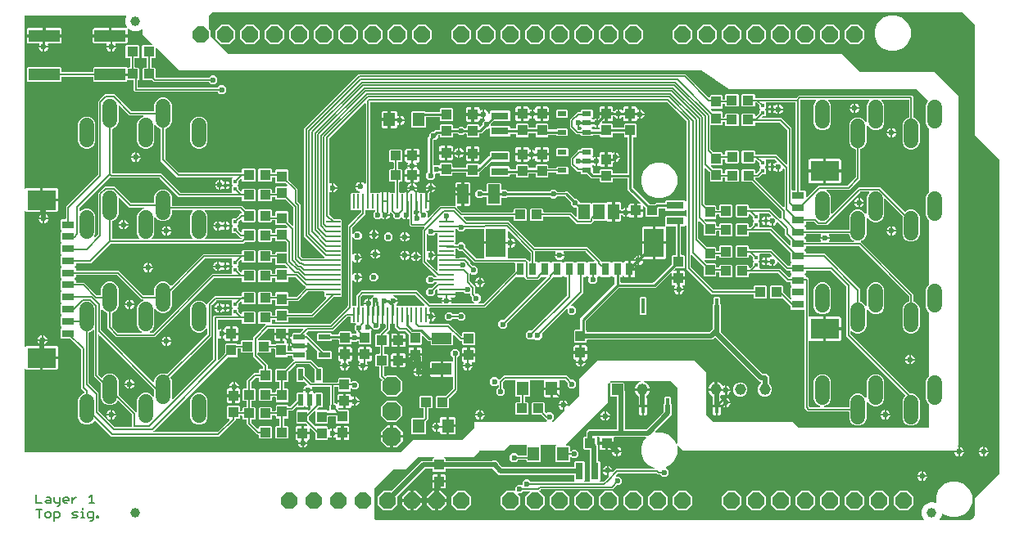
<source format=gbr>
G04 EAGLE Gerber RS-274X export*
G75*
%MOMM*%
%FSLAX34Y34*%
%LPD*%
%INTop Copper*%
%IPPOS*%
%AMOC8*
5,1,8,0,0,1.08239X$1,22.5*%
G01*
%ADD10C,0.152400*%
%ADD11R,1.800000X0.800000*%
%ADD12R,1.000000X1.100000*%
%ADD13R,2.000000X1.200000*%
%ADD14R,1.100000X1.000000*%
%ADD15R,1.500000X0.285000*%
%ADD16R,0.285000X1.500000*%
%ADD17R,1.200000X1.400000*%
%ADD18P,1.814519X8X22.500000*%
%ADD19P,2.089446X8X22.500000*%
%ADD20C,1.000000*%
%ADD21R,1.200000X2.000000*%
%ADD22R,1.200000X0.550000*%
%ADD23R,0.550000X1.200000*%
%ADD24R,0.952500X0.508000*%
%ADD25R,1.160000X1.160000*%
%ADD26C,1.160000*%
%ADD27R,0.800000X1.800000*%
%ADD28R,3.200000X1.200000*%
%ADD29R,1.168400X1.600200*%
%ADD30R,0.800000X1.300000*%
%ADD31R,2.100000X3.000000*%
%ADD32R,0.400000X0.400000*%
%ADD33C,1.500000*%
%ADD34R,0.406400X1.600200*%
%ADD35R,1.300000X0.800000*%
%ADD36R,3.000000X2.100000*%
%ADD37C,0.150000*%
%ADD38C,0.600000*%
%ADD39C,0.254000*%
%ADD40C,0.508000*%

G36*
X393790Y75454D02*
X393790Y75454D01*
X393881Y75461D01*
X393911Y75473D01*
X393943Y75479D01*
X394023Y75521D01*
X394107Y75557D01*
X394139Y75583D01*
X394160Y75594D01*
X394182Y75617D01*
X394238Y75662D01*
X406715Y88139D01*
X457200Y88139D01*
X457290Y88154D01*
X457381Y88161D01*
X457411Y88173D01*
X457443Y88179D01*
X457523Y88221D01*
X457607Y88257D01*
X457639Y88283D01*
X457660Y88294D01*
X457682Y88317D01*
X457738Y88362D01*
X470438Y101062D01*
X470491Y101136D01*
X470551Y101205D01*
X470563Y101235D01*
X470582Y101261D01*
X470609Y101348D01*
X470643Y101433D01*
X470647Y101474D01*
X470654Y101497D01*
X470653Y101529D01*
X470661Y101600D01*
X470661Y107189D01*
X545008Y107189D01*
X545079Y107200D01*
X545151Y107202D01*
X545200Y107220D01*
X545251Y107229D01*
X545315Y107262D01*
X545382Y107287D01*
X545423Y107319D01*
X545469Y107344D01*
X545518Y107396D01*
X545574Y107440D01*
X545602Y107484D01*
X545638Y107522D01*
X545668Y107587D01*
X545707Y107647D01*
X545720Y107698D01*
X545742Y107745D01*
X545749Y107816D01*
X545767Y107886D01*
X545763Y107938D01*
X545769Y107989D01*
X545753Y108060D01*
X545748Y108131D01*
X545727Y108179D01*
X545716Y108230D01*
X545680Y108291D01*
X545652Y108357D01*
X545607Y108413D01*
X545590Y108441D01*
X545572Y108456D01*
X545547Y108488D01*
X543684Y110351D01*
X543677Y110441D01*
X543664Y110471D01*
X543659Y110503D01*
X543616Y110584D01*
X543581Y110668D01*
X543555Y110700D01*
X543544Y110720D01*
X543521Y110743D01*
X543476Y110799D01*
X540168Y114107D01*
X540094Y114160D01*
X540024Y114219D01*
X539994Y114231D01*
X539968Y114250D01*
X539881Y114277D01*
X539796Y114311D01*
X539755Y114316D01*
X539733Y114323D01*
X539701Y114322D01*
X539629Y114330D01*
X530505Y114330D01*
X529626Y115209D01*
X529626Y126452D01*
X530505Y127331D01*
X542749Y127331D01*
X543628Y126452D01*
X543628Y117328D01*
X543642Y117238D01*
X543650Y117147D01*
X543662Y117117D01*
X543667Y117085D01*
X543710Y117005D01*
X543746Y116921D01*
X543772Y116888D01*
X543783Y116868D01*
X543806Y116846D01*
X543823Y116824D01*
X543828Y116817D01*
X543832Y116813D01*
X543851Y116790D01*
X544599Y116042D01*
X544615Y116030D01*
X544627Y116014D01*
X544714Y115958D01*
X544799Y115898D01*
X544818Y115892D01*
X544834Y115881D01*
X544935Y115856D01*
X545034Y115826D01*
X545054Y115826D01*
X545073Y115821D01*
X545176Y115829D01*
X545280Y115832D01*
X545298Y115839D01*
X545318Y115840D01*
X545413Y115881D01*
X545511Y115916D01*
X545526Y115929D01*
X545544Y115937D01*
X545675Y116042D01*
X546335Y116701D01*
X550064Y116701D01*
X552700Y114065D01*
X552700Y110336D01*
X550852Y108488D01*
X550810Y108430D01*
X550761Y108378D01*
X550739Y108331D01*
X550709Y108289D01*
X550688Y108220D01*
X550657Y108155D01*
X550652Y108103D01*
X550636Y108053D01*
X550638Y107982D01*
X550630Y107911D01*
X550641Y107860D01*
X550643Y107808D01*
X550667Y107740D01*
X550682Y107670D01*
X550709Y107626D01*
X550727Y107577D01*
X550772Y107521D01*
X550809Y107459D01*
X550848Y107425D01*
X550881Y107385D01*
X550941Y107346D01*
X550996Y107299D01*
X551044Y107280D01*
X551088Y107252D01*
X551157Y107234D01*
X551224Y107207D01*
X551295Y107199D01*
X551326Y107191D01*
X551350Y107193D01*
X551390Y107189D01*
X552450Y107189D01*
X552540Y107204D01*
X552631Y107211D01*
X552661Y107223D01*
X552693Y107229D01*
X552773Y107271D01*
X552857Y107307D01*
X552889Y107333D01*
X552910Y107344D01*
X552932Y107367D01*
X552988Y107412D01*
X563736Y118160D01*
X563778Y118218D01*
X563828Y118270D01*
X563850Y118317D01*
X563880Y118359D01*
X563901Y118428D01*
X563931Y118493D01*
X563937Y118545D01*
X563952Y118595D01*
X563950Y118666D01*
X563958Y118737D01*
X563947Y118788D01*
X563946Y118840D01*
X563921Y118908D01*
X563906Y118978D01*
X563879Y119022D01*
X563861Y119071D01*
X563817Y119127D01*
X563780Y119189D01*
X563740Y119223D01*
X563708Y119263D01*
X563647Y119302D01*
X563593Y119349D01*
X563545Y119368D01*
X563501Y119396D01*
X563484Y119401D01*
X563484Y123586D01*
X567674Y123586D01*
X567684Y123566D01*
X567709Y123499D01*
X567741Y123458D01*
X567766Y123412D01*
X567817Y123363D01*
X567862Y123307D01*
X567906Y123278D01*
X567944Y123242D01*
X568009Y123212D01*
X568069Y123174D01*
X568120Y123161D01*
X568167Y123139D01*
X568238Y123131D01*
X568308Y123113D01*
X568360Y123118D01*
X568411Y123112D01*
X568482Y123127D01*
X568553Y123133D01*
X568601Y123153D01*
X568652Y123164D01*
X568713Y123201D01*
X568779Y123229D01*
X568835Y123274D01*
X568863Y123290D01*
X568878Y123308D01*
X568910Y123334D01*
X578388Y132812D01*
X578441Y132886D01*
X578501Y132955D01*
X578513Y132985D01*
X578532Y133011D01*
X578559Y133098D01*
X578593Y133183D01*
X578597Y133224D01*
X578604Y133247D01*
X578603Y133279D01*
X578611Y133350D01*
X578611Y152085D01*
X597215Y170689D01*
X698185Y170689D01*
X710439Y158435D01*
X710439Y114300D01*
X710454Y114210D01*
X710461Y114119D01*
X710473Y114089D01*
X710479Y114057D01*
X710521Y113977D01*
X710557Y113893D01*
X710583Y113861D01*
X710594Y113840D01*
X710617Y113818D01*
X710662Y113762D01*
X717012Y107412D01*
X717086Y107359D01*
X717155Y107299D01*
X717185Y107287D01*
X717211Y107268D01*
X717298Y107241D01*
X717383Y107207D01*
X717424Y107203D01*
X717447Y107196D01*
X717479Y107197D01*
X717550Y107189D01*
X799785Y107189D01*
X805912Y101062D01*
X805986Y101009D01*
X806055Y100949D01*
X806085Y100937D01*
X806111Y100918D01*
X806198Y100891D01*
X806283Y100857D01*
X806324Y100853D01*
X806347Y100846D01*
X806379Y100847D01*
X806450Y100839D01*
X939800Y100839D01*
X939820Y100842D01*
X939839Y100840D01*
X939941Y100862D01*
X940043Y100879D01*
X940060Y100888D01*
X940080Y100892D01*
X940169Y100945D01*
X940260Y100994D01*
X940274Y101008D01*
X940291Y101018D01*
X940358Y101097D01*
X940430Y101172D01*
X940438Y101190D01*
X940451Y101205D01*
X940490Y101301D01*
X940533Y101395D01*
X940535Y101415D01*
X940543Y101433D01*
X940561Y101600D01*
X940561Y124744D01*
X940547Y124835D01*
X940539Y124925D01*
X940527Y124955D01*
X940522Y124987D01*
X940479Y125068D01*
X940443Y125152D01*
X940417Y125184D01*
X940406Y125205D01*
X940383Y125227D01*
X940338Y125283D01*
X938520Y127101D01*
X937149Y130410D01*
X937149Y148990D01*
X938520Y152299D01*
X940338Y154117D01*
X940391Y154191D01*
X940451Y154261D01*
X940463Y154291D01*
X940482Y154317D01*
X940509Y154404D01*
X940543Y154489D01*
X940547Y154530D01*
X940554Y154552D01*
X940553Y154584D01*
X940561Y154656D01*
X940561Y219994D01*
X940547Y220085D01*
X940539Y220175D01*
X940527Y220205D01*
X940522Y220237D01*
X940479Y220318D01*
X940443Y220402D01*
X940417Y220434D01*
X940406Y220455D01*
X940383Y220477D01*
X940338Y220533D01*
X938520Y222351D01*
X937149Y225660D01*
X937149Y244240D01*
X938520Y247549D01*
X940338Y249367D01*
X940391Y249441D01*
X940451Y249511D01*
X940463Y249541D01*
X940482Y249567D01*
X940509Y249654D01*
X940543Y249739D01*
X940547Y249780D01*
X940554Y249802D01*
X940553Y249834D01*
X940561Y249906D01*
X940561Y315244D01*
X940559Y315259D01*
X940560Y315272D01*
X940546Y315335D01*
X940539Y315425D01*
X940527Y315455D01*
X940522Y315487D01*
X940479Y315568D01*
X940443Y315652D01*
X940417Y315684D01*
X940406Y315705D01*
X940383Y315727D01*
X940338Y315783D01*
X938520Y317601D01*
X937149Y320910D01*
X937149Y339490D01*
X938520Y342799D01*
X940338Y344617D01*
X940391Y344691D01*
X940451Y344761D01*
X940463Y344791D01*
X940482Y344817D01*
X940509Y344904D01*
X940543Y344989D01*
X940547Y345030D01*
X940554Y345052D01*
X940553Y345084D01*
X940561Y345156D01*
X940561Y410494D01*
X940547Y410585D01*
X940539Y410675D01*
X940527Y410705D01*
X940522Y410737D01*
X940479Y410818D01*
X940443Y410902D01*
X940417Y410934D01*
X940406Y410955D01*
X940383Y410977D01*
X940338Y411033D01*
X938520Y412851D01*
X937149Y416160D01*
X937149Y434740D01*
X938520Y438049D01*
X939211Y438739D01*
X939222Y438756D01*
X939238Y438768D01*
X939294Y438855D01*
X939354Y438939D01*
X939360Y438958D01*
X939371Y438975D01*
X939396Y439075D01*
X939426Y439174D01*
X939426Y439194D01*
X939431Y439214D01*
X939423Y439317D01*
X939420Y439420D01*
X939413Y439439D01*
X939412Y439459D01*
X939371Y439554D01*
X939336Y439651D01*
X939323Y439667D01*
X939315Y439685D01*
X939211Y439816D01*
X927638Y451388D01*
X927564Y451441D01*
X927495Y451501D01*
X927465Y451513D01*
X927439Y451532D01*
X927352Y451559D01*
X927267Y451593D01*
X927226Y451597D01*
X927203Y451604D01*
X927171Y451603D01*
X927100Y451611D01*
X733656Y451611D01*
X705272Y470533D01*
X705257Y470540D01*
X705245Y470551D01*
X705145Y470591D01*
X705048Y470635D01*
X705032Y470637D01*
X705017Y470643D01*
X704850Y470661D01*
X165415Y470661D01*
X142490Y493587D01*
X142431Y493629D01*
X142379Y493678D01*
X142332Y493700D01*
X142290Y493730D01*
X142221Y493752D01*
X142156Y493782D01*
X142105Y493788D01*
X142055Y493803D01*
X141983Y493801D01*
X141912Y493809D01*
X141861Y493798D01*
X141809Y493796D01*
X141742Y493772D01*
X141672Y493757D01*
X141627Y493730D01*
X141578Y493712D01*
X141522Y493667D01*
X141460Y493630D01*
X141427Y493591D01*
X141386Y493558D01*
X141347Y493498D01*
X141301Y493444D01*
X141281Y493395D01*
X141253Y493351D01*
X141235Y493282D01*
X141209Y493215D01*
X141201Y493144D01*
X141193Y493113D01*
X141195Y493090D01*
X141190Y493049D01*
X141190Y484733D01*
X140311Y483854D01*
X137483Y483854D01*
X137464Y483851D01*
X137444Y483853D01*
X137343Y483831D01*
X137241Y483814D01*
X137223Y483805D01*
X137203Y483801D01*
X137114Y483747D01*
X137023Y483699D01*
X137009Y483685D01*
X136992Y483674D01*
X136925Y483596D01*
X136854Y483521D01*
X136845Y483503D01*
X136832Y483488D01*
X136794Y483391D01*
X136750Y483298D01*
X136748Y483278D01*
X136741Y483259D01*
X136722Y483093D01*
X136722Y474564D01*
X136725Y474544D01*
X136723Y474524D01*
X136745Y474423D01*
X136762Y474321D01*
X136771Y474303D01*
X136775Y474284D01*
X136829Y474195D01*
X136877Y474103D01*
X136891Y474090D01*
X136902Y474073D01*
X136980Y474005D01*
X137055Y473934D01*
X137073Y473926D01*
X137088Y473913D01*
X137185Y473874D01*
X137278Y473830D01*
X137298Y473828D01*
X137317Y473821D01*
X137483Y473802D01*
X140593Y473802D01*
X141472Y472923D01*
X141472Y463964D01*
X141475Y463944D01*
X141473Y463924D01*
X141495Y463823D01*
X141512Y463721D01*
X141521Y463703D01*
X141525Y463684D01*
X141579Y463595D01*
X141627Y463503D01*
X141641Y463490D01*
X141652Y463473D01*
X141730Y463405D01*
X141805Y463334D01*
X141823Y463326D01*
X141838Y463313D01*
X141935Y463274D01*
X142028Y463230D01*
X142048Y463228D01*
X142067Y463221D01*
X142233Y463202D01*
X196172Y463202D01*
X196262Y463217D01*
X196353Y463224D01*
X196383Y463237D01*
X196415Y463242D01*
X196495Y463285D01*
X196579Y463320D01*
X196611Y463346D01*
X196632Y463357D01*
X196654Y463381D01*
X196710Y463425D01*
X198796Y465511D01*
X202524Y465511D01*
X205161Y462874D01*
X205161Y459146D01*
X202524Y456509D01*
X198796Y456509D01*
X196827Y458478D01*
X196753Y458531D01*
X196684Y458590D01*
X196654Y458603D01*
X196627Y458621D01*
X196540Y458648D01*
X196456Y458682D01*
X196415Y458687D01*
X196392Y458694D01*
X196360Y458693D01*
X196289Y458701D01*
X139889Y458701D01*
X138012Y460578D01*
X137938Y460631D01*
X137869Y460690D01*
X137838Y460703D01*
X137812Y460721D01*
X137725Y460748D01*
X137640Y460782D01*
X137599Y460787D01*
X137577Y460794D01*
X137545Y460793D01*
X137474Y460801D01*
X128350Y460801D01*
X127471Y461680D01*
X127471Y472923D01*
X128350Y473802D01*
X131459Y473802D01*
X131479Y473806D01*
X131499Y473803D01*
X131600Y473825D01*
X131702Y473842D01*
X131720Y473851D01*
X131739Y473856D01*
X131828Y473909D01*
X131919Y473957D01*
X131933Y473972D01*
X131950Y473982D01*
X132018Y474061D01*
X132089Y474136D01*
X132097Y474154D01*
X132110Y474169D01*
X132149Y474265D01*
X132192Y474359D01*
X132195Y474378D01*
X132202Y474397D01*
X132221Y474564D01*
X132221Y483093D01*
X132217Y483112D01*
X132220Y483132D01*
X132198Y483233D01*
X132181Y483335D01*
X132172Y483353D01*
X132167Y483372D01*
X132114Y483461D01*
X132066Y483553D01*
X132051Y483566D01*
X132041Y483584D01*
X131962Y483651D01*
X131887Y483722D01*
X131869Y483731D01*
X131854Y483743D01*
X131758Y483782D01*
X131664Y483826D01*
X131645Y483828D01*
X131626Y483835D01*
X131459Y483854D01*
X128068Y483854D01*
X127189Y484733D01*
X127189Y495976D01*
X128068Y496855D01*
X137383Y496855D01*
X137454Y496867D01*
X137526Y496869D01*
X137575Y496887D01*
X137626Y496895D01*
X137689Y496929D01*
X137757Y496953D01*
X137798Y496986D01*
X137844Y497010D01*
X137893Y497062D01*
X137949Y497107D01*
X137977Y497151D01*
X138013Y497189D01*
X138043Y497254D01*
X138082Y497314D01*
X138095Y497364D01*
X138117Y497412D01*
X138124Y497483D01*
X138142Y497552D01*
X138138Y497604D01*
X138144Y497656D01*
X138128Y497726D01*
X138123Y497798D01*
X138102Y497845D01*
X138091Y497896D01*
X138055Y497958D01*
X138026Y498024D01*
X137982Y498080D01*
X137965Y498108D01*
X137947Y498123D01*
X137922Y498155D01*
X127761Y508315D01*
X127761Y512473D01*
X127760Y512479D01*
X127761Y512484D01*
X127740Y512600D01*
X127722Y512716D01*
X127719Y512721D01*
X127718Y512726D01*
X127661Y512830D01*
X127606Y512934D01*
X127603Y512937D01*
X127600Y512942D01*
X127513Y513022D01*
X127428Y513103D01*
X127423Y513105D01*
X127419Y513109D01*
X127312Y513157D01*
X127205Y513207D01*
X127200Y513207D01*
X127195Y513209D01*
X127078Y513221D01*
X126961Y513234D01*
X126955Y513233D01*
X126950Y513233D01*
X126836Y513207D01*
X126720Y513181D01*
X126716Y513179D01*
X126711Y513178D01*
X126563Y513097D01*
X126121Y512788D01*
X126103Y512770D01*
X126082Y512758D01*
X126016Y512685D01*
X125945Y512616D01*
X125942Y512609D01*
X125775Y512531D01*
X125750Y512514D01*
X125661Y512465D01*
X125505Y512356D01*
X125473Y512356D01*
X125449Y512348D01*
X125424Y512347D01*
X125265Y512293D01*
X124484Y511929D01*
X124463Y511915D01*
X124440Y511906D01*
X124362Y511846D01*
X124281Y511790D01*
X124276Y511784D01*
X124099Y511737D01*
X124070Y511724D01*
X123974Y511691D01*
X123802Y511611D01*
X123771Y511617D01*
X123746Y511613D01*
X123721Y511616D01*
X123555Y511591D01*
X122722Y511368D01*
X122700Y511358D01*
X122675Y511353D01*
X122588Y511307D01*
X122498Y511267D01*
X122493Y511261D01*
X122310Y511245D01*
X122279Y511238D01*
X122179Y511222D01*
X121995Y511173D01*
X121966Y511184D01*
X121941Y511185D01*
X121917Y511192D01*
X121749Y511196D01*
X120890Y511121D01*
X120866Y511115D01*
X120841Y511115D01*
X120747Y511085D01*
X120652Y511060D01*
X120645Y511056D01*
X120462Y511072D01*
X120431Y511070D01*
X120330Y511072D01*
X120140Y511055D01*
X120113Y511071D01*
X120089Y511077D01*
X120066Y511088D01*
X119902Y511121D01*
X119043Y511196D01*
X119018Y511194D01*
X118993Y511199D01*
X118896Y511185D01*
X118798Y511178D01*
X118790Y511175D01*
X118613Y511222D01*
X118582Y511225D01*
X118482Y511245D01*
X118293Y511262D01*
X118269Y511282D01*
X118246Y511292D01*
X118226Y511307D01*
X118069Y511368D01*
X117237Y511591D01*
X117212Y511594D01*
X117188Y511602D01*
X117090Y511606D01*
X116992Y511615D01*
X116984Y511614D01*
X116818Y511691D01*
X116788Y511700D01*
X116693Y511737D01*
X116510Y511786D01*
X116490Y511810D01*
X116468Y511823D01*
X116451Y511842D01*
X116308Y511929D01*
X115527Y512293D01*
X115502Y512300D01*
X115481Y512313D01*
X115384Y512333D01*
X115290Y512360D01*
X115282Y512360D01*
X115131Y512465D01*
X115103Y512478D01*
X115017Y512531D01*
X114844Y512612D01*
X114829Y512639D01*
X114810Y512656D01*
X114797Y512677D01*
X114671Y512788D01*
X113964Y513282D01*
X113942Y513293D01*
X113923Y513309D01*
X113831Y513346D01*
X113743Y513389D01*
X113735Y513390D01*
X113605Y513520D01*
X113580Y513538D01*
X113503Y513605D01*
X113277Y513763D01*
X113183Y513809D01*
X113091Y513859D01*
X113072Y513862D01*
X113055Y513870D01*
X112952Y513883D01*
X112849Y513901D01*
X112830Y513898D01*
X112811Y513901D01*
X112709Y513880D01*
X112605Y513864D01*
X112589Y513855D01*
X112570Y513852D01*
X112480Y513799D01*
X112387Y513751D01*
X112374Y513738D01*
X112357Y513728D01*
X112288Y513650D01*
X112215Y513575D01*
X112207Y513558D01*
X112195Y513544D01*
X112155Y513447D01*
X112109Y513353D01*
X112107Y513334D01*
X112100Y513317D01*
X112092Y513213D01*
X112080Y513109D01*
X112083Y513086D01*
X112082Y513071D01*
X112090Y513041D01*
X112105Y512943D01*
X112120Y512887D01*
X112120Y508147D01*
X95642Y508147D01*
X95642Y514624D01*
X110383Y514624D01*
X110876Y514492D01*
X110980Y514482D01*
X111083Y514466D01*
X111102Y514469D01*
X111120Y514468D01*
X111222Y514491D01*
X111325Y514509D01*
X111342Y514518D01*
X111360Y514522D01*
X111449Y514577D01*
X111541Y514627D01*
X111554Y514641D01*
X111570Y514651D01*
X111637Y514731D01*
X111708Y514808D01*
X111716Y514825D01*
X111728Y514840D01*
X111766Y514936D01*
X111809Y515032D01*
X111810Y515051D01*
X111817Y515069D01*
X111822Y515173D01*
X111832Y515277D01*
X111828Y515296D01*
X111829Y515314D01*
X111800Y515415D01*
X111777Y515517D01*
X111766Y515537D01*
X111762Y515551D01*
X111744Y515577D01*
X111696Y515664D01*
X111468Y515991D01*
X111450Y516009D01*
X111438Y516030D01*
X111365Y516096D01*
X111296Y516167D01*
X111289Y516170D01*
X111211Y516337D01*
X111194Y516362D01*
X111145Y516451D01*
X111036Y516607D01*
X111036Y516639D01*
X111028Y516663D01*
X111027Y516688D01*
X110973Y516847D01*
X110609Y517628D01*
X110595Y517649D01*
X110586Y517673D01*
X110526Y517750D01*
X110470Y517831D01*
X110464Y517836D01*
X110417Y518013D01*
X110404Y518042D01*
X110371Y518138D01*
X110291Y518310D01*
X110297Y518341D01*
X110293Y518366D01*
X110296Y518391D01*
X110271Y518557D01*
X110048Y519389D01*
X110038Y519412D01*
X110033Y519437D01*
X109987Y519524D01*
X109947Y519614D01*
X109941Y519620D01*
X109925Y519802D01*
X109918Y519833D01*
X109902Y519933D01*
X109853Y520117D01*
X109864Y520146D01*
X109865Y520171D01*
X109872Y520195D01*
X109876Y520363D01*
X109801Y521222D01*
X109795Y521246D01*
X109795Y521271D01*
X109765Y521365D01*
X109740Y521460D01*
X109736Y521467D01*
X109752Y521650D01*
X109750Y521681D01*
X109752Y521782D01*
X109735Y521972D01*
X109751Y521999D01*
X109757Y522023D01*
X109768Y522046D01*
X109776Y522085D01*
X109777Y522088D01*
X109778Y522096D01*
X109801Y522210D01*
X109876Y523069D01*
X109874Y523094D01*
X109879Y523119D01*
X109865Y523216D01*
X109858Y523314D01*
X109855Y523322D01*
X109902Y523499D01*
X109905Y523530D01*
X109925Y523630D01*
X109942Y523819D01*
X109962Y523843D01*
X109972Y523866D01*
X109987Y523886D01*
X110048Y524043D01*
X110271Y524875D01*
X110274Y524900D01*
X110282Y524924D01*
X110286Y525022D01*
X110295Y525120D01*
X110294Y525128D01*
X110371Y525294D01*
X110380Y525324D01*
X110417Y525419D01*
X110466Y525602D01*
X110490Y525622D01*
X110503Y525644D01*
X110522Y525661D01*
X110609Y525804D01*
X110973Y526585D01*
X110980Y526610D01*
X110993Y526631D01*
X111013Y526727D01*
X111040Y526822D01*
X111039Y526847D01*
X111044Y526872D01*
X111033Y527039D01*
X111024Y527089D01*
X111024Y527092D01*
X111009Y527175D01*
X111000Y527201D01*
X111000Y527204D01*
X110976Y527319D01*
X110973Y527324D01*
X110972Y527330D01*
X110931Y527399D01*
X110928Y527408D01*
X110918Y527420D01*
X110912Y527431D01*
X110853Y527532D01*
X110849Y527536D01*
X110846Y527541D01*
X110781Y527597D01*
X110777Y527602D01*
X110769Y527607D01*
X110757Y527617D01*
X110669Y527695D01*
X110664Y527697D01*
X110659Y527701D01*
X110578Y527734D01*
X110572Y527738D01*
X110561Y527740D01*
X110549Y527745D01*
X110442Y527790D01*
X110436Y527791D01*
X110431Y527793D01*
X110264Y527811D01*
X6451Y527811D01*
X6337Y527793D01*
X6220Y527775D01*
X6214Y527773D01*
X6208Y527772D01*
X6106Y527717D01*
X6001Y527664D01*
X5996Y527659D01*
X5991Y527656D01*
X5911Y527572D01*
X5829Y527488D01*
X5825Y527482D01*
X5822Y527478D01*
X5814Y527461D01*
X5748Y527341D01*
X5647Y527097D01*
X5632Y527034D01*
X5607Y526973D01*
X5598Y526890D01*
X5591Y526858D01*
X5592Y526839D01*
X5589Y526806D01*
X5589Y349106D01*
X5600Y349035D01*
X5602Y348964D01*
X5620Y348915D01*
X5629Y348863D01*
X5662Y348800D01*
X5687Y348733D01*
X5719Y348692D01*
X5744Y348646D01*
X5796Y348597D01*
X5840Y348541D01*
X5884Y348512D01*
X5922Y348477D01*
X5987Y348446D01*
X6047Y348408D01*
X6098Y348395D01*
X6145Y348373D01*
X6216Y348365D01*
X6286Y348347D01*
X6338Y348352D01*
X6389Y348346D01*
X6460Y348361D01*
X6531Y348367D01*
X6579Y348387D01*
X6630Y348398D01*
X6691Y348435D01*
X6757Y348463D01*
X6813Y348508D01*
X6841Y348524D01*
X6856Y348542D01*
X6888Y348568D01*
X7072Y348751D01*
X7528Y349014D01*
X8037Y349151D01*
X21777Y349151D01*
X21777Y337412D01*
X21780Y337392D01*
X21778Y337373D01*
X21800Y337271D01*
X21817Y337169D01*
X21826Y337152D01*
X21830Y337132D01*
X21883Y337043D01*
X21932Y336952D01*
X21946Y336938D01*
X21956Y336921D01*
X22035Y336854D01*
X22110Y336783D01*
X22128Y336774D01*
X22143Y336761D01*
X22239Y336722D01*
X22333Y336679D01*
X22353Y336677D01*
X22371Y336669D01*
X22538Y336651D01*
X23301Y336651D01*
X23301Y336649D01*
X22538Y336649D01*
X22518Y336646D01*
X22499Y336648D01*
X22397Y336626D01*
X22295Y336609D01*
X22278Y336600D01*
X22258Y336596D01*
X22169Y336543D01*
X22078Y336494D01*
X22064Y336480D01*
X22047Y336470D01*
X21980Y336391D01*
X21909Y336316D01*
X21900Y336298D01*
X21887Y336283D01*
X21848Y336187D01*
X21805Y336093D01*
X21803Y336073D01*
X21795Y336055D01*
X21777Y335888D01*
X21777Y324149D01*
X8037Y324149D01*
X7528Y324286D01*
X7072Y324549D01*
X6888Y324732D01*
X6830Y324774D01*
X6778Y324823D01*
X6731Y324845D01*
X6689Y324876D01*
X6620Y324897D01*
X6555Y324927D01*
X6503Y324933D01*
X6454Y324948D01*
X6382Y324946D01*
X6311Y324954D01*
X6260Y324943D01*
X6208Y324942D01*
X6140Y324917D01*
X6070Y324902D01*
X6025Y324875D01*
X5977Y324857D01*
X5921Y324813D01*
X5859Y324776D01*
X5825Y324736D01*
X5785Y324704D01*
X5746Y324643D01*
X5699Y324589D01*
X5680Y324540D01*
X5652Y324497D01*
X5634Y324427D01*
X5607Y324361D01*
X5599Y324289D01*
X5591Y324258D01*
X5593Y324235D01*
X5589Y324194D01*
X5589Y185606D01*
X5600Y185535D01*
X5602Y185464D01*
X5620Y185415D01*
X5629Y185363D01*
X5662Y185300D01*
X5687Y185233D01*
X5719Y185192D01*
X5744Y185146D01*
X5796Y185097D01*
X5840Y185041D01*
X5884Y185012D01*
X5922Y184977D01*
X5987Y184946D01*
X6047Y184908D01*
X6098Y184895D01*
X6145Y184873D01*
X6216Y184865D01*
X6286Y184847D01*
X6338Y184852D01*
X6389Y184846D01*
X6460Y184861D01*
X6531Y184867D01*
X6579Y184887D01*
X6630Y184898D01*
X6691Y184935D01*
X6757Y184963D01*
X6813Y185008D01*
X6841Y185024D01*
X6856Y185042D01*
X6888Y185068D01*
X7072Y185251D01*
X7528Y185514D01*
X8037Y185651D01*
X21777Y185651D01*
X21777Y173912D01*
X21780Y173892D01*
X21778Y173873D01*
X21800Y173771D01*
X21817Y173669D01*
X21826Y173652D01*
X21830Y173632D01*
X21883Y173543D01*
X21932Y173452D01*
X21946Y173438D01*
X21956Y173421D01*
X22035Y173354D01*
X22110Y173283D01*
X22128Y173274D01*
X22143Y173261D01*
X22239Y173222D01*
X22333Y173179D01*
X22353Y173177D01*
X22371Y173169D01*
X22538Y173151D01*
X23301Y173151D01*
X23301Y173149D01*
X22538Y173149D01*
X22518Y173146D01*
X22499Y173148D01*
X22397Y173126D01*
X22295Y173109D01*
X22278Y173100D01*
X22258Y173096D01*
X22169Y173043D01*
X22078Y172994D01*
X22064Y172980D01*
X22047Y172970D01*
X21980Y172891D01*
X21909Y172816D01*
X21900Y172798D01*
X21887Y172783D01*
X21848Y172687D01*
X21805Y172593D01*
X21803Y172573D01*
X21795Y172555D01*
X21777Y172388D01*
X21777Y160649D01*
X8037Y160649D01*
X7528Y160786D01*
X7072Y161049D01*
X6888Y161232D01*
X6830Y161274D01*
X6778Y161323D01*
X6731Y161345D01*
X6689Y161376D01*
X6620Y161397D01*
X6555Y161427D01*
X6503Y161433D01*
X6454Y161448D01*
X6382Y161446D01*
X6311Y161454D01*
X6260Y161443D01*
X6208Y161442D01*
X6140Y161417D01*
X6070Y161402D01*
X6025Y161375D01*
X5977Y161357D01*
X5921Y161313D01*
X5859Y161276D01*
X5825Y161236D01*
X5785Y161204D01*
X5746Y161143D01*
X5699Y161089D01*
X5680Y161040D01*
X5652Y160997D01*
X5634Y160927D01*
X5607Y160861D01*
X5599Y160789D01*
X5591Y160758D01*
X5593Y160735D01*
X5589Y160694D01*
X5589Y76200D01*
X5592Y76180D01*
X5590Y76161D01*
X5612Y76059D01*
X5629Y75957D01*
X5638Y75940D01*
X5642Y75920D01*
X5695Y75831D01*
X5744Y75740D01*
X5758Y75726D01*
X5768Y75709D01*
X5847Y75642D01*
X5922Y75571D01*
X5940Y75562D01*
X5955Y75549D01*
X6051Y75510D01*
X6145Y75467D01*
X6165Y75465D01*
X6183Y75457D01*
X6350Y75439D01*
X393700Y75439D01*
X393790Y75454D01*
G37*
%LPC*%
G36*
X307306Y88258D02*
X307306Y88258D01*
X306427Y89137D01*
X306427Y95449D01*
X306413Y95539D01*
X306405Y95630D01*
X306393Y95660D01*
X306388Y95692D01*
X306345Y95773D01*
X306309Y95857D01*
X306283Y95889D01*
X306272Y95910D01*
X306249Y95932D01*
X306204Y95988D01*
X301416Y100776D01*
X301358Y100818D01*
X301306Y100867D01*
X301259Y100889D01*
X301217Y100919D01*
X301148Y100940D01*
X301083Y100971D01*
X301031Y100976D01*
X300981Y100992D01*
X300910Y100990D01*
X300839Y100998D01*
X300788Y100987D01*
X300736Y100985D01*
X300668Y100961D01*
X300598Y100945D01*
X300553Y100919D01*
X300505Y100901D01*
X300449Y100856D01*
X300387Y100819D01*
X300353Y100780D01*
X300313Y100747D01*
X300274Y100687D01*
X300227Y100632D01*
X300208Y100584D01*
X300180Y100540D01*
X300162Y100471D01*
X300135Y100404D01*
X300127Y100333D01*
X300119Y100302D01*
X300121Y100278D01*
X300117Y100237D01*
X300117Y96782D01*
X294639Y96782D01*
X294639Y102760D01*
X297594Y102760D01*
X297665Y102771D01*
X297737Y102773D01*
X297786Y102791D01*
X297837Y102799D01*
X297900Y102833D01*
X297968Y102858D01*
X298009Y102890D01*
X298055Y102915D01*
X298104Y102966D01*
X298160Y103011D01*
X298188Y103055D01*
X298224Y103093D01*
X298254Y103158D01*
X298293Y103218D01*
X298306Y103269D01*
X298328Y103316D01*
X298335Y103387D01*
X298353Y103457D01*
X298349Y103509D01*
X298355Y103560D01*
X298339Y103631D01*
X298334Y103702D01*
X298314Y103750D01*
X298302Y103801D01*
X298266Y103862D01*
X298238Y103928D01*
X298193Y103984D01*
X298176Y104012D01*
X298158Y104027D01*
X298133Y104059D01*
X297157Y105035D01*
X297083Y105088D01*
X297013Y105148D01*
X296983Y105160D01*
X296957Y105179D01*
X296870Y105206D01*
X296785Y105240D01*
X296744Y105244D01*
X296722Y105251D01*
X296690Y105250D01*
X296618Y105258D01*
X287494Y105258D01*
X286615Y106137D01*
X286615Y118381D01*
X287494Y119260D01*
X298738Y119260D01*
X298944Y119053D01*
X298960Y119042D01*
X298973Y119026D01*
X299060Y118970D01*
X299144Y118910D01*
X299163Y118904D01*
X299179Y118893D01*
X299280Y118868D01*
X299379Y118838D01*
X299399Y118838D01*
X299418Y118833D01*
X299521Y118841D01*
X299625Y118844D01*
X299643Y118851D01*
X299663Y118852D01*
X299758Y118893D01*
X299856Y118928D01*
X299871Y118941D01*
X299889Y118949D01*
X300020Y119053D01*
X301414Y120447D01*
X301456Y120505D01*
X301505Y120557D01*
X301527Y120604D01*
X301557Y120646D01*
X301578Y120715D01*
X301609Y120780D01*
X301614Y120832D01*
X301630Y120882D01*
X301628Y120953D01*
X301636Y121024D01*
X301625Y121075D01*
X301623Y121127D01*
X301602Y121185D01*
X301602Y129134D01*
X301599Y129153D01*
X301601Y129173D01*
X301579Y129275D01*
X301563Y129377D01*
X301553Y129394D01*
X301549Y129414D01*
X301496Y129503D01*
X301447Y129594D01*
X301433Y129608D01*
X301423Y129625D01*
X301344Y129692D01*
X301269Y129763D01*
X301251Y129772D01*
X301236Y129785D01*
X301140Y129823D01*
X301046Y129867D01*
X301026Y129869D01*
X301008Y129877D01*
X300841Y129895D01*
X299615Y129895D01*
X299595Y129892D01*
X299575Y129894D01*
X299474Y129872D01*
X299372Y129855D01*
X299355Y129846D01*
X299335Y129842D01*
X299246Y129789D01*
X299155Y129740D01*
X299141Y129726D01*
X299124Y129716D01*
X299057Y129637D01*
X298985Y129562D01*
X298977Y129544D01*
X298964Y129529D01*
X298925Y129432D01*
X298882Y129339D01*
X298880Y129319D01*
X298872Y129301D01*
X298854Y129134D01*
X298854Y121746D01*
X297215Y121746D01*
X296706Y121883D01*
X296250Y122146D01*
X295877Y122519D01*
X295822Y122614D01*
X295747Y122705D01*
X295673Y122798D01*
X295669Y122801D01*
X295666Y122804D01*
X295566Y122867D01*
X295466Y122931D01*
X295462Y122932D01*
X295458Y122935D01*
X295342Y122962D01*
X295227Y122991D01*
X295223Y122991D01*
X295219Y122992D01*
X295099Y122981D01*
X294982Y122972D01*
X294978Y122971D01*
X294974Y122970D01*
X294863Y122922D01*
X294756Y122876D01*
X294752Y122873D01*
X294749Y122872D01*
X294738Y122862D01*
X294625Y122771D01*
X294100Y122246D01*
X287329Y122246D01*
X287314Y122256D01*
X287230Y122316D01*
X287211Y122322D01*
X287195Y122333D01*
X287094Y122358D01*
X286995Y122388D01*
X286975Y122388D01*
X286956Y122393D01*
X286853Y122385D01*
X286749Y122382D01*
X286731Y122375D01*
X286711Y122374D01*
X286616Y122333D01*
X286518Y122298D01*
X286503Y122285D01*
X286484Y122277D01*
X286354Y122173D01*
X284117Y119936D01*
X282568Y118387D01*
X279121Y118387D01*
X279101Y118384D01*
X279081Y118386D01*
X278980Y118364D01*
X278878Y118348D01*
X278860Y118338D01*
X278841Y118334D01*
X278752Y118281D01*
X278661Y118232D01*
X278647Y118218D01*
X278630Y118208D01*
X278562Y118129D01*
X278491Y118054D01*
X278483Y118036D01*
X278470Y118021D01*
X278431Y117925D01*
X278388Y117831D01*
X278385Y117811D01*
X278378Y117793D01*
X278359Y117626D01*
X278359Y111350D01*
X277480Y110471D01*
X274655Y110471D01*
X274636Y110467D01*
X274616Y110470D01*
X274515Y110448D01*
X274413Y110431D01*
X274395Y110422D01*
X274375Y110417D01*
X274286Y110364D01*
X274195Y110316D01*
X274181Y110301D01*
X274164Y110291D01*
X274097Y110212D01*
X274026Y110137D01*
X274017Y110119D01*
X274004Y110104D01*
X273966Y110008D01*
X273922Y109914D01*
X273920Y109895D01*
X273913Y109876D01*
X273894Y109709D01*
X273894Y103454D01*
X273897Y103435D01*
X273895Y103415D01*
X273917Y103314D01*
X273934Y103212D01*
X273943Y103194D01*
X273947Y103175D01*
X274001Y103085D01*
X274049Y102994D01*
X274063Y102981D01*
X274074Y102963D01*
X274152Y102896D01*
X274227Y102825D01*
X274245Y102816D01*
X274260Y102803D01*
X274357Y102765D01*
X274450Y102721D01*
X274470Y102719D01*
X274489Y102712D01*
X274655Y102693D01*
X277753Y102693D01*
X278632Y101814D01*
X278632Y90571D01*
X277753Y89692D01*
X265510Y89692D01*
X264631Y90571D01*
X264631Y101814D01*
X265510Y102693D01*
X268607Y102693D01*
X268627Y102696D01*
X268647Y102694D01*
X268748Y102716D01*
X268850Y102733D01*
X268868Y102742D01*
X268887Y102746D01*
X268976Y102799D01*
X269067Y102848D01*
X269081Y102862D01*
X269098Y102873D01*
X269166Y102951D01*
X269237Y103026D01*
X269245Y103044D01*
X269258Y103059D01*
X269297Y103156D01*
X269340Y103249D01*
X269343Y103269D01*
X269350Y103288D01*
X269369Y103454D01*
X269369Y109709D01*
X269366Y109723D01*
X269368Y109734D01*
X269366Y109739D01*
X269368Y109749D01*
X269346Y109850D01*
X269329Y109952D01*
X269320Y109970D01*
X269315Y109989D01*
X269262Y110078D01*
X269214Y110169D01*
X269199Y110183D01*
X269189Y110200D01*
X269110Y110268D01*
X269035Y110339D01*
X269017Y110347D01*
X269002Y110360D01*
X268906Y110399D01*
X268812Y110442D01*
X268793Y110445D01*
X268774Y110452D01*
X268607Y110471D01*
X266237Y110471D01*
X265358Y111350D01*
X265358Y112696D01*
X265355Y112716D01*
X265357Y112735D01*
X265335Y112837D01*
X265318Y112939D01*
X265309Y112956D01*
X265305Y112976D01*
X265251Y113065D01*
X265203Y113156D01*
X265189Y113170D01*
X265179Y113187D01*
X265100Y113254D01*
X265025Y113325D01*
X265007Y113334D01*
X264992Y113347D01*
X264895Y113385D01*
X264802Y113429D01*
X264782Y113431D01*
X264763Y113439D01*
X264597Y113457D01*
X262401Y113457D01*
X262381Y113454D01*
X262361Y113456D01*
X262260Y113434D01*
X262158Y113417D01*
X262140Y113408D01*
X262121Y113404D01*
X262032Y113351D01*
X261941Y113302D01*
X261927Y113288D01*
X261910Y113278D01*
X261842Y113199D01*
X261771Y113124D01*
X261763Y113106D01*
X261750Y113091D01*
X261711Y112995D01*
X261668Y112901D01*
X261665Y112881D01*
X261658Y112863D01*
X261639Y112696D01*
X261639Y110098D01*
X260760Y109219D01*
X248517Y109219D01*
X247638Y110098D01*
X247638Y121341D01*
X248517Y122221D01*
X260760Y122221D01*
X261639Y121341D01*
X261639Y118744D01*
X261643Y118724D01*
X261640Y118704D01*
X261662Y118603D01*
X261679Y118501D01*
X261688Y118484D01*
X261693Y118464D01*
X261746Y118375D01*
X261794Y118284D01*
X261809Y118270D01*
X261819Y118253D01*
X261898Y118185D01*
X261973Y118114D01*
X261991Y118106D01*
X262006Y118093D01*
X262102Y118054D01*
X262196Y118011D01*
X262215Y118009D01*
X262234Y118001D01*
X262401Y117983D01*
X264597Y117983D01*
X264616Y117986D01*
X264636Y117984D01*
X264737Y118006D01*
X264839Y118022D01*
X264857Y118032D01*
X264877Y118036D01*
X264966Y118089D01*
X265057Y118137D01*
X265071Y118152D01*
X265088Y118162D01*
X265155Y118241D01*
X265226Y118316D01*
X265235Y118334D01*
X265248Y118349D01*
X265286Y118445D01*
X265330Y118539D01*
X265332Y118559D01*
X265340Y118577D01*
X265358Y118744D01*
X265358Y123593D01*
X266237Y124472D01*
X277480Y124472D01*
X278372Y123580D01*
X278382Y123533D01*
X278399Y123431D01*
X278408Y123414D01*
X278413Y123394D01*
X278466Y123305D01*
X278514Y123214D01*
X278529Y123200D01*
X278539Y123183D01*
X278618Y123116D01*
X278693Y123044D01*
X278711Y123036D01*
X278726Y123023D01*
X278822Y122984D01*
X278916Y122941D01*
X278935Y122939D01*
X278954Y122931D01*
X279121Y122913D01*
X280378Y122913D01*
X280469Y122927D01*
X280559Y122935D01*
X280589Y122947D01*
X280621Y122952D01*
X280702Y122995D01*
X280786Y123031D01*
X280818Y123057D01*
X280839Y123068D01*
X280861Y123091D01*
X280917Y123136D01*
X286254Y128473D01*
X286307Y128547D01*
X286367Y128617D01*
X286379Y128647D01*
X286398Y128673D01*
X286425Y128760D01*
X286459Y128845D01*
X286463Y128886D01*
X286470Y128908D01*
X286469Y128940D01*
X286477Y129012D01*
X286477Y136369D01*
X287356Y137248D01*
X292938Y137248D01*
X293055Y137267D01*
X293173Y137285D01*
X293176Y137287D01*
X293181Y137287D01*
X293286Y137343D01*
X293391Y137398D01*
X293394Y137401D01*
X293398Y137403D01*
X293480Y137489D01*
X293563Y137574D01*
X293564Y137578D01*
X293567Y137581D01*
X293618Y137689D01*
X293669Y137796D01*
X293669Y137800D01*
X293671Y137804D01*
X293684Y137921D01*
X293698Y138040D01*
X293698Y138045D01*
X293698Y138048D01*
X293695Y138062D01*
X293673Y138206D01*
X293507Y138826D01*
X298337Y138826D01*
X298356Y138829D01*
X298376Y138827D01*
X298436Y138840D01*
X298563Y138826D01*
X303393Y138826D01*
X303310Y138517D01*
X303306Y138473D01*
X303292Y138432D01*
X303294Y138352D01*
X303286Y138272D01*
X303295Y138230D01*
X303296Y138186D01*
X303323Y138110D01*
X303341Y138032D01*
X303363Y137995D01*
X303378Y137954D01*
X303427Y137891D01*
X303469Y137823D01*
X303503Y137795D01*
X303530Y137760D01*
X303647Y137674D01*
X303658Y137665D01*
X303661Y137664D01*
X303665Y137661D01*
X304207Y137348D01*
X304579Y136975D01*
X304634Y136880D01*
X304709Y136788D01*
X304783Y136696D01*
X304787Y136693D01*
X304790Y136690D01*
X304890Y136627D01*
X304990Y136563D01*
X304994Y136562D01*
X304998Y136559D01*
X305114Y136532D01*
X305229Y136503D01*
X305233Y136503D01*
X305237Y136502D01*
X305357Y136513D01*
X305474Y136522D01*
X305478Y136523D01*
X305482Y136524D01*
X305593Y136572D01*
X305700Y136618D01*
X305704Y136621D01*
X305707Y136622D01*
X305718Y136632D01*
X305831Y136723D01*
X306356Y137248D01*
X313100Y137248D01*
X313979Y136369D01*
X313979Y123125D01*
X313100Y122246D01*
X309895Y122246D01*
X309805Y122232D01*
X309714Y122224D01*
X309684Y122212D01*
X309652Y122207D01*
X309571Y122164D01*
X309487Y122128D01*
X309455Y122102D01*
X309434Y122091D01*
X309412Y122068D01*
X309356Y122023D01*
X307892Y120559D01*
X307850Y120501D01*
X307801Y120449D01*
X307779Y120402D01*
X307749Y120360D01*
X307728Y120291D01*
X307697Y120226D01*
X307692Y120174D01*
X307676Y120124D01*
X307678Y120053D01*
X307670Y119982D01*
X307681Y119931D01*
X307683Y119879D01*
X307707Y119811D01*
X307723Y119741D01*
X307749Y119696D01*
X307767Y119648D01*
X307812Y119592D01*
X307849Y119530D01*
X307888Y119496D01*
X307921Y119456D01*
X307981Y119417D01*
X308036Y119370D01*
X308084Y119351D01*
X308128Y119323D01*
X308197Y119305D01*
X308264Y119278D01*
X308335Y119270D01*
X308366Y119262D01*
X308390Y119264D01*
X308431Y119260D01*
X318550Y119260D01*
X319441Y118369D01*
X319515Y118316D01*
X319584Y118256D01*
X319614Y118244D01*
X319640Y118225D01*
X319727Y118198D01*
X319812Y118164D01*
X319853Y118160D01*
X319875Y118153D01*
X319908Y118154D01*
X319979Y118146D01*
X320301Y118146D01*
X320372Y118157D01*
X320444Y118159D01*
X320493Y118177D01*
X320544Y118185D01*
X320608Y118219D01*
X320675Y118244D01*
X320716Y118276D01*
X320762Y118301D01*
X320811Y118352D01*
X320867Y118397D01*
X320895Y118441D01*
X320931Y118479D01*
X320961Y118544D01*
X321000Y118604D01*
X321013Y118655D01*
X321035Y118702D01*
X321042Y118773D01*
X321060Y118843D01*
X321056Y118895D01*
X321062Y118946D01*
X321046Y119017D01*
X321041Y119088D01*
X321020Y119136D01*
X321009Y119187D01*
X320973Y119248D01*
X320945Y119314D01*
X320900Y119370D01*
X320883Y119398D01*
X320866Y119413D01*
X320840Y119445D01*
X320424Y119861D01*
X320424Y123589D01*
X321364Y124529D01*
X321417Y124603D01*
X321477Y124673D01*
X321489Y124703D01*
X321508Y124729D01*
X321535Y124816D01*
X321569Y124901D01*
X321573Y124942D01*
X321580Y124964D01*
X321579Y124996D01*
X321587Y125068D01*
X321587Y142395D01*
X321584Y142414D01*
X321586Y142434D01*
X321564Y142535D01*
X321548Y142637D01*
X321538Y142655D01*
X321534Y142675D01*
X321481Y142764D01*
X321432Y142855D01*
X321418Y142869D01*
X321408Y142886D01*
X321329Y142953D01*
X321254Y143024D01*
X321236Y143033D01*
X321221Y143046D01*
X321125Y143084D01*
X321031Y143128D01*
X321011Y143130D01*
X320993Y143137D01*
X320826Y143156D01*
X303548Y143156D01*
X303454Y143141D01*
X303359Y143132D01*
X303333Y143121D01*
X303305Y143116D01*
X303221Y143072D01*
X303133Y143033D01*
X303112Y143014D01*
X303087Y143001D01*
X303022Y142932D01*
X302951Y142868D01*
X302938Y142843D01*
X302918Y142823D01*
X302878Y142736D01*
X302832Y142653D01*
X302826Y142625D01*
X302814Y142600D01*
X302804Y142505D01*
X302787Y142411D01*
X302790Y142383D01*
X302787Y142355D01*
X302808Y142262D01*
X302821Y142168D01*
X302835Y142135D01*
X302840Y142115D01*
X302856Y142087D01*
X302888Y142014D01*
X303110Y141630D01*
X303393Y140574D01*
X298563Y140574D01*
X298544Y140571D01*
X298524Y140573D01*
X298464Y140560D01*
X298337Y140574D01*
X293507Y140574D01*
X293790Y141630D01*
X294448Y142771D01*
X295379Y143702D01*
X296520Y144360D01*
X297137Y144525D01*
X297224Y144565D01*
X297313Y144597D01*
X297335Y144615D01*
X297361Y144627D01*
X297431Y144691D01*
X297505Y144751D01*
X297521Y144775D01*
X297541Y144794D01*
X297587Y144878D01*
X297638Y144958D01*
X297645Y144985D01*
X297659Y145010D01*
X297675Y145104D01*
X297698Y145196D01*
X297696Y145224D01*
X297701Y145252D01*
X297687Y145347D01*
X297679Y145442D01*
X297668Y145467D01*
X297664Y145495D01*
X297620Y145580D01*
X297583Y145668D01*
X297561Y145696D01*
X297551Y145714D01*
X297528Y145737D01*
X297478Y145799D01*
X295102Y148175D01*
X295086Y148186D01*
X295074Y148202D01*
X294987Y148258D01*
X294903Y148318D01*
X294884Y148324D01*
X294867Y148335D01*
X294767Y148360D01*
X294668Y148390D01*
X294648Y148390D01*
X294628Y148395D01*
X294525Y148387D01*
X294422Y148384D01*
X294403Y148377D01*
X294383Y148376D01*
X294288Y148335D01*
X294191Y148300D01*
X294175Y148287D01*
X294157Y148279D01*
X294118Y148248D01*
X287356Y148248D01*
X286477Y149127D01*
X286477Y162371D01*
X287356Y163250D01*
X294100Y163250D01*
X294979Y162371D01*
X294979Y155014D01*
X294993Y154923D01*
X295001Y154833D01*
X295013Y154803D01*
X295018Y154771D01*
X295061Y154690D01*
X295097Y154606D01*
X295123Y154574D01*
X295134Y154553D01*
X295157Y154531D01*
X295202Y154475D01*
X301773Y147904D01*
X301847Y147851D01*
X301916Y147792D01*
X301946Y147780D01*
X301972Y147761D01*
X302059Y147734D01*
X302144Y147700D01*
X302185Y147695D01*
X302207Y147688D01*
X302240Y147689D01*
X302311Y147681D01*
X305085Y147681D01*
X305156Y147693D01*
X305228Y147695D01*
X305277Y147713D01*
X305328Y147721D01*
X305391Y147755D01*
X305459Y147779D01*
X305500Y147812D01*
X305546Y147836D01*
X305595Y147888D01*
X305651Y147933D01*
X305679Y147977D01*
X305715Y148015D01*
X305745Y148080D01*
X305784Y148140D01*
X305797Y148190D01*
X305819Y148238D01*
X305826Y148309D01*
X305844Y148378D01*
X305840Y148430D01*
X305846Y148482D01*
X305830Y148552D01*
X305825Y148624D01*
X305804Y148672D01*
X305793Y148722D01*
X305757Y148784D01*
X305729Y148850D01*
X305684Y148906D01*
X305667Y148934D01*
X305649Y148949D01*
X305624Y148981D01*
X305477Y149127D01*
X305477Y160907D01*
X305463Y160998D01*
X305455Y161088D01*
X305443Y161118D01*
X305438Y161150D01*
X305395Y161231D01*
X305359Y161315D01*
X305333Y161347D01*
X305322Y161368D01*
X305299Y161390D01*
X305254Y161446D01*
X300276Y166424D01*
X300202Y166477D01*
X300132Y166537D01*
X300102Y166549D01*
X300076Y166568D01*
X299989Y166595D01*
X299904Y166629D01*
X299863Y166633D01*
X299841Y166640D01*
X299809Y166639D01*
X299737Y166647D01*
X286841Y166647D01*
X286751Y166633D01*
X286660Y166625D01*
X286630Y166613D01*
X286598Y166608D01*
X286518Y166565D01*
X286434Y166529D01*
X286402Y166503D01*
X286381Y166492D01*
X286359Y166469D01*
X286303Y166424D01*
X278855Y158976D01*
X278802Y158902D01*
X278742Y158833D01*
X278730Y158803D01*
X278711Y158777D01*
X278685Y158690D01*
X278651Y158605D01*
X278646Y158564D01*
X278639Y158542D01*
X278640Y158509D01*
X278632Y158438D01*
X278632Y149331D01*
X277753Y148452D01*
X274655Y148452D01*
X274636Y148449D01*
X274616Y148451D01*
X274515Y148429D01*
X274413Y148412D01*
X274395Y148403D01*
X274375Y148399D01*
X274286Y148345D01*
X274195Y148297D01*
X274181Y148283D01*
X274164Y148273D01*
X274097Y148194D01*
X274026Y148119D01*
X274017Y148101D01*
X274004Y148086D01*
X273966Y147989D01*
X273922Y147896D01*
X273920Y147876D01*
X273913Y147857D01*
X273894Y147691D01*
X273894Y142233D01*
X273897Y142214D01*
X273895Y142194D01*
X273917Y142093D01*
X273934Y141991D01*
X273943Y141973D01*
X273947Y141953D01*
X274001Y141864D01*
X274049Y141773D01*
X274063Y141759D01*
X274074Y141742D01*
X274152Y141675D01*
X274227Y141604D01*
X274245Y141595D01*
X274260Y141582D01*
X274357Y141544D01*
X274450Y141500D01*
X274470Y141498D01*
X274489Y141491D01*
X274655Y141472D01*
X277480Y141472D01*
X278359Y140593D01*
X278359Y128350D01*
X277480Y127471D01*
X266237Y127471D01*
X265358Y128350D01*
X265358Y132086D01*
X265355Y132106D01*
X265357Y132126D01*
X265335Y132227D01*
X265318Y132329D01*
X265309Y132347D01*
X265305Y132366D01*
X265251Y132455D01*
X265203Y132546D01*
X265189Y132560D01*
X265179Y132577D01*
X265100Y132645D01*
X265025Y132716D01*
X265007Y132724D01*
X264992Y132737D01*
X264895Y132776D01*
X264802Y132819D01*
X264782Y132822D01*
X264763Y132829D01*
X264597Y132847D01*
X262401Y132847D01*
X262381Y132844D01*
X262361Y132846D01*
X262260Y132824D01*
X262158Y132808D01*
X262140Y132798D01*
X262121Y132794D01*
X262032Y132741D01*
X261941Y132693D01*
X261927Y132678D01*
X261910Y132668D01*
X261842Y132589D01*
X261771Y132514D01*
X261763Y132496D01*
X261750Y132481D01*
X261711Y132385D01*
X261668Y132291D01*
X261665Y132271D01*
X261658Y132253D01*
X261639Y132086D01*
X261639Y129489D01*
X260760Y128609D01*
X248517Y128609D01*
X247638Y129489D01*
X247638Y140732D01*
X248517Y141611D01*
X260760Y141611D01*
X261639Y140732D01*
X261639Y138134D01*
X261643Y138115D01*
X261640Y138095D01*
X261662Y137993D01*
X261679Y137891D01*
X261688Y137874D01*
X261693Y137854D01*
X261746Y137765D01*
X261794Y137674D01*
X261809Y137660D01*
X261819Y137643D01*
X261898Y137576D01*
X261973Y137505D01*
X261991Y137496D01*
X262006Y137483D01*
X262102Y137445D01*
X262196Y137401D01*
X262215Y137399D01*
X262234Y137391D01*
X262401Y137373D01*
X264597Y137373D01*
X264616Y137376D01*
X264636Y137374D01*
X264737Y137396D01*
X264839Y137413D01*
X264857Y137422D01*
X264877Y137426D01*
X264966Y137479D01*
X265057Y137528D01*
X265071Y137542D01*
X265088Y137552D01*
X265155Y137631D01*
X265226Y137706D01*
X265235Y137724D01*
X265248Y137739D01*
X265286Y137836D01*
X265330Y137929D01*
X265332Y137949D01*
X265340Y137967D01*
X265358Y138134D01*
X265358Y140593D01*
X266237Y141472D01*
X268607Y141472D01*
X268627Y141475D01*
X268647Y141473D01*
X268748Y141495D01*
X268850Y141512D01*
X268868Y141521D01*
X268887Y141525D01*
X268976Y141579D01*
X269067Y141627D01*
X269081Y141641D01*
X269098Y141652D01*
X269166Y141730D01*
X269237Y141805D01*
X269245Y141823D01*
X269258Y141838D01*
X269297Y141935D01*
X269340Y142028D01*
X269343Y142048D01*
X269350Y142067D01*
X269369Y142233D01*
X269369Y147691D01*
X269365Y147710D01*
X269368Y147730D01*
X269346Y147831D01*
X269329Y147933D01*
X269320Y147951D01*
X269315Y147971D01*
X269262Y148060D01*
X269214Y148151D01*
X269199Y148165D01*
X269189Y148182D01*
X269110Y148249D01*
X269035Y148320D01*
X269017Y148329D01*
X269002Y148342D01*
X268906Y148380D01*
X268812Y148424D01*
X268793Y148426D01*
X268774Y148434D01*
X268607Y148452D01*
X265510Y148452D01*
X264631Y149331D01*
X264631Y160574D01*
X265510Y161453D01*
X274617Y161453D01*
X274707Y161468D01*
X274798Y161475D01*
X274828Y161488D01*
X274859Y161493D01*
X274940Y161536D01*
X275024Y161572D01*
X275056Y161597D01*
X275077Y161608D01*
X275083Y161614D01*
X275083Y161615D01*
X275100Y161633D01*
X275155Y161676D01*
X283103Y169624D01*
X283848Y170370D01*
X283890Y170428D01*
X283940Y170480D01*
X283962Y170527D01*
X283992Y170569D01*
X284013Y170638D01*
X284043Y170703D01*
X284049Y170755D01*
X284064Y170805D01*
X284062Y170876D01*
X284070Y170947D01*
X284059Y170998D01*
X284058Y171050D01*
X284033Y171118D01*
X284018Y171188D01*
X283991Y171233D01*
X283973Y171281D01*
X283929Y171337D01*
X283892Y171399D01*
X283852Y171433D01*
X283820Y171473D01*
X283759Y171512D01*
X283705Y171559D01*
X283657Y171578D01*
X283613Y171606D01*
X283543Y171624D01*
X283477Y171651D01*
X283406Y171659D01*
X283374Y171667D01*
X283351Y171665D01*
X283310Y171669D01*
X283145Y171669D01*
X282266Y172548D01*
X282266Y174776D01*
X282263Y174796D01*
X282265Y174815D01*
X282243Y174917D01*
X282227Y175019D01*
X282217Y175036D01*
X282213Y175056D01*
X282160Y175145D01*
X282111Y175236D01*
X282097Y175250D01*
X282087Y175267D01*
X282008Y175334D01*
X281933Y175406D01*
X281915Y175414D01*
X281900Y175427D01*
X281804Y175466D01*
X281710Y175509D01*
X281690Y175511D01*
X281672Y175519D01*
X281505Y175537D01*
X278349Y175537D01*
X278329Y175534D01*
X278309Y175536D01*
X278208Y175514D01*
X278106Y175498D01*
X278088Y175488D01*
X278069Y175484D01*
X277980Y175431D01*
X277888Y175382D01*
X277875Y175368D01*
X277858Y175358D01*
X277790Y175279D01*
X277719Y175204D01*
X277711Y175186D01*
X277698Y175171D01*
X277659Y175075D01*
X277615Y174981D01*
X277613Y174961D01*
X277606Y174943D01*
X277596Y174859D01*
X276708Y173971D01*
X265465Y173971D01*
X264586Y174850D01*
X264586Y182043D01*
X264585Y182051D01*
X264585Y182053D01*
X264583Y182063D01*
X264585Y182082D01*
X264563Y182184D01*
X264546Y182286D01*
X264537Y182303D01*
X264533Y182323D01*
X264479Y182412D01*
X264431Y182503D01*
X264417Y182517D01*
X264406Y182534D01*
X264328Y182601D01*
X264253Y182672D01*
X264235Y182681D01*
X264219Y182694D01*
X264123Y182733D01*
X264030Y182776D01*
X264010Y182778D01*
X263991Y182786D01*
X263825Y182804D01*
X261131Y182804D01*
X261111Y182801D01*
X261091Y182803D01*
X260990Y182781D01*
X260888Y182764D01*
X260870Y182755D01*
X260851Y182751D01*
X260762Y182698D01*
X260671Y182649D01*
X260657Y182635D01*
X260640Y182625D01*
X260572Y182546D01*
X260501Y182471D01*
X260493Y182453D01*
X260480Y182438D01*
X260441Y182341D01*
X260398Y182248D01*
X260395Y182228D01*
X260388Y182210D01*
X260369Y182043D01*
X260369Y179445D01*
X259490Y178566D01*
X247361Y178566D01*
X247341Y178563D01*
X247321Y178565D01*
X247220Y178543D01*
X247118Y178526D01*
X247100Y178517D01*
X247081Y178513D01*
X246992Y178460D01*
X246901Y178411D01*
X246887Y178397D01*
X246870Y178387D01*
X246802Y178308D01*
X246731Y178233D01*
X246723Y178215D01*
X246710Y178200D01*
X246671Y178104D01*
X246628Y178010D01*
X246625Y177990D01*
X246618Y177972D01*
X246599Y177805D01*
X246599Y176573D01*
X246614Y176482D01*
X246621Y176392D01*
X246634Y176362D01*
X246639Y176330D01*
X246682Y176249D01*
X246718Y176165D01*
X246743Y176133D01*
X246754Y176112D01*
X246778Y176090D01*
X246822Y176034D01*
X256894Y165963D01*
X256894Y162215D01*
X256897Y162198D01*
X256895Y162182D01*
X256896Y162180D01*
X256895Y162175D01*
X256917Y162074D01*
X256934Y161972D01*
X256943Y161954D01*
X256947Y161935D01*
X257001Y161846D01*
X257049Y161755D01*
X257063Y161741D01*
X257074Y161724D01*
X257152Y161656D01*
X257227Y161585D01*
X257245Y161577D01*
X257260Y161564D01*
X257357Y161525D01*
X257450Y161482D01*
X257470Y161479D01*
X257489Y161472D01*
X257655Y161453D01*
X260753Y161453D01*
X261632Y160574D01*
X261632Y149331D01*
X260753Y148452D01*
X248510Y148452D01*
X247631Y149331D01*
X247631Y151929D01*
X247627Y151948D01*
X247630Y151968D01*
X247608Y152069D01*
X247591Y152171D01*
X247582Y152189D01*
X247577Y152209D01*
X247524Y152298D01*
X247476Y152389D01*
X247461Y152403D01*
X247451Y152420D01*
X247372Y152487D01*
X247297Y152558D01*
X247279Y152567D01*
X247264Y152580D01*
X247168Y152618D01*
X247074Y152662D01*
X247055Y152664D01*
X247036Y152672D01*
X246869Y152690D01*
X245105Y152690D01*
X245015Y152675D01*
X244924Y152668D01*
X244895Y152655D01*
X244863Y152650D01*
X244782Y152608D01*
X244698Y152572D01*
X244666Y152546D01*
X244645Y152535D01*
X244623Y152512D01*
X244567Y152467D01*
X240124Y148024D01*
X240071Y147950D01*
X240012Y147881D01*
X240000Y147851D01*
X239981Y147825D01*
X239954Y147738D01*
X239920Y147653D01*
X239915Y147612D01*
X239908Y147590D01*
X239909Y147557D01*
X239901Y147486D01*
X239901Y142372D01*
X239905Y142353D01*
X239902Y142333D01*
X239924Y142231D01*
X239941Y142129D01*
X239950Y142112D01*
X239955Y142092D01*
X240008Y142003D01*
X240056Y141912D01*
X240071Y141898D01*
X240081Y141881D01*
X240160Y141814D01*
X240235Y141743D01*
X240253Y141734D01*
X240268Y141721D01*
X240364Y141683D01*
X240458Y141639D01*
X240477Y141637D01*
X240496Y141629D01*
X240663Y141611D01*
X243760Y141611D01*
X244639Y140732D01*
X244639Y129489D01*
X243760Y128609D01*
X240663Y128609D01*
X240643Y128606D01*
X240623Y128608D01*
X240522Y128586D01*
X240420Y128570D01*
X240402Y128560D01*
X240383Y128556D01*
X240294Y128503D01*
X240203Y128455D01*
X240189Y128440D01*
X240172Y128430D01*
X240104Y128351D01*
X240033Y128276D01*
X240025Y128258D01*
X240012Y128243D01*
X239973Y128147D01*
X239930Y128053D01*
X239927Y128033D01*
X239920Y128015D01*
X239901Y127848D01*
X239901Y122982D01*
X239905Y122962D01*
X239902Y122942D01*
X239924Y122841D01*
X239941Y122739D01*
X239950Y122722D01*
X239955Y122702D01*
X240008Y122613D01*
X240056Y122522D01*
X240071Y122508D01*
X240081Y122491D01*
X240160Y122424D01*
X240235Y122352D01*
X240253Y122344D01*
X240268Y122331D01*
X240364Y122292D01*
X240458Y122249D01*
X240477Y122247D01*
X240496Y122239D01*
X240663Y122221D01*
X243760Y122221D01*
X244639Y121341D01*
X244639Y110098D01*
X243760Y109219D01*
X240663Y109219D01*
X240643Y109216D01*
X240623Y109218D01*
X240522Y109196D01*
X240420Y109179D01*
X240402Y109170D01*
X240383Y109166D01*
X240294Y109113D01*
X240203Y109064D01*
X240189Y109050D01*
X240172Y109040D01*
X240104Y108961D01*
X240033Y108886D01*
X240025Y108868D01*
X240012Y108853D01*
X239973Y108757D01*
X239930Y108663D01*
X239927Y108643D01*
X239920Y108625D01*
X239901Y108458D01*
X239901Y106514D01*
X239916Y106424D01*
X239923Y106333D01*
X239936Y106303D01*
X239941Y106271D01*
X239984Y106190D01*
X240020Y106107D01*
X240045Y106074D01*
X240056Y106054D01*
X240080Y106032D01*
X240124Y105976D01*
X246331Y99769D01*
X246389Y99727D01*
X246441Y99678D01*
X246489Y99656D01*
X246531Y99625D01*
X246599Y99604D01*
X246664Y99574D01*
X246716Y99568D01*
X246766Y99553D01*
X246838Y99555D01*
X246909Y99547D01*
X246960Y99558D01*
X247012Y99559D01*
X247079Y99584D01*
X247149Y99599D01*
X247194Y99626D01*
X247243Y99644D01*
X247299Y99689D01*
X247360Y99725D01*
X247394Y99765D01*
X247435Y99798D01*
X247474Y99858D01*
X247520Y99912D01*
X247540Y99961D01*
X247568Y100004D01*
X247585Y100074D01*
X247612Y100140D01*
X247620Y100212D01*
X247628Y100243D01*
X247626Y100266D01*
X247631Y100307D01*
X247631Y101814D01*
X248510Y102693D01*
X260753Y102693D01*
X261632Y101814D01*
X261632Y90571D01*
X260753Y89692D01*
X248510Y89692D01*
X247631Y90571D01*
X247631Y93168D01*
X247627Y93188D01*
X247630Y93208D01*
X247608Y93309D01*
X247591Y93411D01*
X247582Y93429D01*
X247577Y93448D01*
X247524Y93537D01*
X247476Y93628D01*
X247461Y93642D01*
X247451Y93659D01*
X247372Y93727D01*
X247297Y93798D01*
X247279Y93806D01*
X247264Y93819D01*
X247168Y93858D01*
X247074Y93901D01*
X247055Y93904D01*
X247036Y93911D01*
X246869Y93930D01*
X245770Y93930D01*
X244222Y95478D01*
X235376Y104324D01*
X235376Y108458D01*
X235373Y108478D01*
X235375Y108497D01*
X235353Y108599D01*
X235336Y108701D01*
X235327Y108718D01*
X235323Y108738D01*
X235269Y108827D01*
X235221Y108918D01*
X235207Y108932D01*
X235196Y108949D01*
X235118Y109016D01*
X235043Y109087D01*
X235025Y109096D01*
X235010Y109109D01*
X234913Y109147D01*
X234820Y109191D01*
X234800Y109193D01*
X234781Y109201D01*
X234615Y109219D01*
X231517Y109219D01*
X230638Y110098D01*
X230638Y112696D01*
X230635Y112716D01*
X230637Y112735D01*
X230615Y112837D01*
X230598Y112939D01*
X230589Y112956D01*
X230585Y112976D01*
X230531Y113065D01*
X230483Y113156D01*
X230469Y113170D01*
X230458Y113187D01*
X230380Y113254D01*
X230305Y113325D01*
X230287Y113334D01*
X230272Y113347D01*
X230175Y113385D01*
X230082Y113429D01*
X230062Y113431D01*
X230043Y113439D01*
X229877Y113457D01*
X228844Y113457D01*
X228824Y113454D01*
X228805Y113456D01*
X228703Y113434D01*
X228601Y113417D01*
X228584Y113408D01*
X228564Y113404D01*
X228475Y113351D01*
X228384Y113302D01*
X228370Y113288D01*
X228353Y113278D01*
X228286Y113199D01*
X228214Y113124D01*
X228206Y113106D01*
X228193Y113091D01*
X228154Y112995D01*
X228111Y112901D01*
X228109Y112881D01*
X228101Y112863D01*
X228083Y112696D01*
X228083Y110867D01*
X227204Y109988D01*
X224606Y109988D01*
X224586Y109985D01*
X224567Y109987D01*
X224465Y109965D01*
X224363Y109948D01*
X224346Y109939D01*
X224326Y109935D01*
X224237Y109881D01*
X224146Y109833D01*
X224132Y109819D01*
X224115Y109808D01*
X224048Y109730D01*
X223976Y109655D01*
X223968Y109637D01*
X223955Y109622D01*
X223916Y109525D01*
X223873Y109432D01*
X223871Y109412D01*
X223863Y109393D01*
X223845Y109227D01*
X223845Y108739D01*
X206857Y91751D01*
X95549Y91751D01*
X78804Y108496D01*
X78767Y108523D01*
X78736Y108557D01*
X78667Y108594D01*
X78604Y108640D01*
X78560Y108653D01*
X78520Y108675D01*
X78443Y108689D01*
X78369Y108712D01*
X78323Y108711D01*
X78278Y108719D01*
X78201Y108708D01*
X78123Y108706D01*
X78080Y108690D01*
X78035Y108683D01*
X77965Y108648D01*
X77892Y108621D01*
X77856Y108592D01*
X77815Y108572D01*
X77761Y108516D01*
X77700Y108467D01*
X77675Y108429D01*
X77643Y108396D01*
X77577Y108276D01*
X77567Y108261D01*
X77566Y108256D01*
X77562Y108249D01*
X77480Y108051D01*
X74949Y105520D01*
X71640Y104149D01*
X68060Y104149D01*
X64751Y105520D01*
X62220Y108051D01*
X60849Y111360D01*
X60849Y129940D01*
X62220Y133249D01*
X64751Y135780D01*
X67129Y136765D01*
X67229Y136827D01*
X67329Y136887D01*
X67333Y136892D01*
X67338Y136895D01*
X67413Y136985D01*
X67489Y137074D01*
X67491Y137080D01*
X67495Y137084D01*
X67537Y137193D01*
X67581Y137302D01*
X67582Y137310D01*
X67583Y137314D01*
X67584Y137332D01*
X67599Y137469D01*
X67599Y137871D01*
X67597Y137887D01*
X67598Y137901D01*
X67584Y137965D01*
X67577Y138052D01*
X67565Y138082D01*
X67560Y138114D01*
X67547Y138138D01*
X67546Y138141D01*
X67538Y138154D01*
X67517Y138194D01*
X67481Y138278D01*
X67455Y138311D01*
X67444Y138331D01*
X67421Y138353D01*
X67376Y138409D01*
X64599Y141186D01*
X64599Y181352D01*
X64585Y181442D01*
X64577Y181533D01*
X64565Y181563D01*
X64560Y181595D01*
X64517Y181676D01*
X64481Y181760D01*
X64455Y181792D01*
X64444Y181813D01*
X64421Y181835D01*
X64376Y181891D01*
X53341Y192926D01*
X53267Y192979D01*
X53197Y193039D01*
X53167Y193051D01*
X53141Y193070D01*
X53054Y193097D01*
X52969Y193131D01*
X52928Y193135D01*
X52906Y193142D01*
X52874Y193141D01*
X52802Y193149D01*
X43678Y193149D01*
X42799Y194028D01*
X42799Y203272D01*
X43889Y204362D01*
X43901Y204378D01*
X43917Y204390D01*
X43973Y204478D01*
X44033Y204561D01*
X44039Y204580D01*
X44050Y204597D01*
X44075Y204698D01*
X44105Y204797D01*
X44105Y204816D01*
X44110Y204836D01*
X44102Y204939D01*
X44099Y205042D01*
X44092Y205061D01*
X44090Y205081D01*
X44050Y205176D01*
X44014Y205273D01*
X44002Y205289D01*
X43994Y205307D01*
X43889Y205438D01*
X42799Y206528D01*
X42799Y215772D01*
X43889Y216862D01*
X43901Y216878D01*
X43917Y216890D01*
X43973Y216978D01*
X44033Y217061D01*
X44039Y217080D01*
X44050Y217097D01*
X44075Y217198D01*
X44105Y217297D01*
X44105Y217316D01*
X44110Y217336D01*
X44102Y217439D01*
X44099Y217542D01*
X44092Y217561D01*
X44090Y217581D01*
X44050Y217676D01*
X44014Y217773D01*
X44002Y217789D01*
X43994Y217807D01*
X43889Y217938D01*
X42799Y219028D01*
X42799Y228272D01*
X43889Y229362D01*
X43901Y229378D01*
X43917Y229390D01*
X43973Y229478D01*
X44033Y229561D01*
X44039Y229580D01*
X44050Y229597D01*
X44075Y229698D01*
X44105Y229797D01*
X44105Y229816D01*
X44110Y229836D01*
X44102Y229939D01*
X44099Y230042D01*
X44092Y230061D01*
X44090Y230081D01*
X44050Y230176D01*
X44014Y230273D01*
X44002Y230289D01*
X43994Y230307D01*
X43889Y230438D01*
X42799Y231528D01*
X42799Y240772D01*
X43889Y241862D01*
X43901Y241878D01*
X43917Y241890D01*
X43973Y241978D01*
X44033Y242061D01*
X44039Y242080D01*
X44050Y242097D01*
X44075Y242198D01*
X44105Y242297D01*
X44105Y242316D01*
X44110Y242336D01*
X44102Y242439D01*
X44099Y242542D01*
X44092Y242561D01*
X44090Y242581D01*
X44050Y242676D01*
X44014Y242773D01*
X44002Y242789D01*
X43994Y242807D01*
X43889Y242938D01*
X42799Y244028D01*
X42799Y253272D01*
X43889Y254362D01*
X43901Y254378D01*
X43917Y254390D01*
X43973Y254478D01*
X44033Y254561D01*
X44039Y254580D01*
X44050Y254597D01*
X44075Y254698D01*
X44105Y254797D01*
X44105Y254816D01*
X44110Y254836D01*
X44102Y254939D01*
X44099Y255042D01*
X44092Y255061D01*
X44090Y255081D01*
X44050Y255176D01*
X44014Y255273D01*
X44002Y255289D01*
X43994Y255307D01*
X43889Y255438D01*
X42799Y256528D01*
X42799Y265772D01*
X43889Y266862D01*
X43901Y266878D01*
X43917Y266890D01*
X43973Y266978D01*
X44033Y267061D01*
X44039Y267080D01*
X44050Y267097D01*
X44075Y267198D01*
X44105Y267297D01*
X44105Y267316D01*
X44110Y267336D01*
X44102Y267439D01*
X44099Y267542D01*
X44092Y267561D01*
X44090Y267581D01*
X44050Y267676D01*
X44014Y267773D01*
X44002Y267789D01*
X43994Y267807D01*
X43889Y267938D01*
X42799Y269028D01*
X42799Y278272D01*
X43889Y279362D01*
X43901Y279378D01*
X43917Y279390D01*
X43973Y279478D01*
X44033Y279561D01*
X44039Y279580D01*
X44050Y279597D01*
X44075Y279698D01*
X44105Y279797D01*
X44105Y279816D01*
X44110Y279836D01*
X44102Y279939D01*
X44099Y280042D01*
X44092Y280061D01*
X44090Y280081D01*
X44050Y280176D01*
X44014Y280273D01*
X44002Y280289D01*
X43994Y280307D01*
X43889Y280438D01*
X42799Y281528D01*
X42799Y290772D01*
X43889Y291862D01*
X43901Y291878D01*
X43917Y291890D01*
X43945Y291935D01*
X43976Y291967D01*
X43995Y292009D01*
X44033Y292061D01*
X44039Y292080D01*
X44050Y292097D01*
X44065Y292160D01*
X44079Y292190D01*
X44083Y292224D01*
X44105Y292297D01*
X44105Y292316D01*
X44110Y292336D01*
X44104Y292411D01*
X44106Y292434D01*
X44101Y292459D01*
X44099Y292542D01*
X44092Y292561D01*
X44090Y292581D01*
X44058Y292658D01*
X44054Y292675D01*
X44045Y292690D01*
X44014Y292773D01*
X44002Y292789D01*
X43994Y292807D01*
X43889Y292938D01*
X42799Y294028D01*
X42799Y303272D01*
X43889Y304362D01*
X43901Y304378D01*
X43917Y304390D01*
X43973Y304478D01*
X44033Y304561D01*
X44039Y304580D01*
X44050Y304597D01*
X44075Y304698D01*
X44105Y304797D01*
X44105Y304816D01*
X44110Y304836D01*
X44102Y304939D01*
X44099Y305042D01*
X44092Y305061D01*
X44090Y305081D01*
X44050Y305176D01*
X44014Y305273D01*
X44002Y305289D01*
X43994Y305307D01*
X43889Y305438D01*
X42799Y306528D01*
X42799Y315772D01*
X43678Y316651D01*
X47788Y316651D01*
X47808Y316654D01*
X47827Y316652D01*
X47929Y316674D01*
X48031Y316690D01*
X48048Y316700D01*
X48068Y316704D01*
X48157Y316757D01*
X48248Y316806D01*
X48262Y316820D01*
X48279Y316830D01*
X48346Y316909D01*
X48418Y316984D01*
X48426Y317002D01*
X48439Y317017D01*
X48478Y317113D01*
X48521Y317207D01*
X48523Y317227D01*
X48531Y317245D01*
X48549Y317412D01*
X48549Y329282D01*
X50091Y330824D01*
X81626Y362359D01*
X81679Y362433D01*
X81739Y362503D01*
X81751Y362533D01*
X81770Y362559D01*
X81797Y362646D01*
X81831Y362731D01*
X81835Y362772D01*
X81842Y362794D01*
X81841Y362826D01*
X81849Y362898D01*
X81849Y438871D01*
X83391Y440412D01*
X88879Y445901D01*
X98821Y445901D01*
X115848Y428874D01*
X115922Y428821D01*
X115991Y428761D01*
X116022Y428749D01*
X116048Y428730D01*
X116135Y428703D01*
X116220Y428669D01*
X116260Y428665D01*
X116283Y428658D01*
X116315Y428659D01*
X116386Y428651D01*
X139088Y428651D01*
X139108Y428654D01*
X139127Y428652D01*
X139229Y428674D01*
X139331Y428690D01*
X139348Y428700D01*
X139368Y428704D01*
X139457Y428757D01*
X139548Y428806D01*
X139562Y428820D01*
X139579Y428830D01*
X139646Y428909D01*
X139718Y428984D01*
X139726Y429002D01*
X139739Y429017D01*
X139778Y429113D01*
X139821Y429207D01*
X139823Y429227D01*
X139831Y429245D01*
X139849Y429412D01*
X139849Y435690D01*
X141220Y438999D01*
X143751Y441530D01*
X147060Y442901D01*
X150640Y442901D01*
X153949Y441530D01*
X156480Y438999D01*
X157851Y435690D01*
X157851Y417110D01*
X156480Y413801D01*
X153949Y411270D01*
X151583Y410290D01*
X151483Y410228D01*
X151383Y410168D01*
X151379Y410163D01*
X151374Y410160D01*
X151299Y410070D01*
X151223Y409981D01*
X151221Y409975D01*
X151217Y409970D01*
X151175Y409862D01*
X151131Y409753D01*
X151130Y409745D01*
X151129Y409741D01*
X151128Y409723D01*
X151113Y409586D01*
X151113Y379453D01*
X151127Y379362D01*
X151135Y379272D01*
X151147Y379242D01*
X151152Y379210D01*
X151195Y379129D01*
X151231Y379045D01*
X151257Y379013D01*
X151268Y378992D01*
X151291Y378970D01*
X151336Y378914D01*
X165306Y364944D01*
X165380Y364891D01*
X165450Y364831D01*
X165480Y364819D01*
X165506Y364800D01*
X165593Y364773D01*
X165678Y364739D01*
X165719Y364735D01*
X165741Y364728D01*
X165773Y364729D01*
X165845Y364721D01*
X229610Y364721D01*
X229630Y364724D01*
X229649Y364722D01*
X229751Y364744D01*
X229853Y364760D01*
X229870Y364770D01*
X229890Y364774D01*
X229979Y364827D01*
X230070Y364876D01*
X230084Y364890D01*
X230101Y364900D01*
X230168Y364979D01*
X230240Y365054D01*
X230248Y365072D01*
X230261Y365087D01*
X230300Y365183D01*
X230343Y365277D01*
X230345Y365297D01*
X230353Y365315D01*
X230371Y365482D01*
X230371Y368080D01*
X231250Y368959D01*
X243494Y368959D01*
X244373Y368080D01*
X244373Y356836D01*
X243494Y355957D01*
X231250Y355957D01*
X230371Y356836D01*
X230371Y357719D01*
X230360Y357790D01*
X230358Y357862D01*
X230340Y357910D01*
X230332Y357962D01*
X230298Y358025D01*
X230273Y358093D01*
X230241Y358133D01*
X230216Y358179D01*
X230164Y358229D01*
X230120Y358285D01*
X230076Y358313D01*
X230038Y358349D01*
X229973Y358379D01*
X229913Y358418D01*
X229862Y358430D01*
X229815Y358452D01*
X229744Y358460D01*
X229674Y358478D01*
X229622Y358474D01*
X229571Y358479D01*
X229500Y358464D01*
X229429Y358458D01*
X229381Y358438D01*
X229330Y358427D01*
X229269Y358390D01*
X229203Y358362D01*
X229147Y358317D01*
X229119Y358301D01*
X229104Y358283D01*
X229072Y358257D01*
X227131Y356316D01*
X227077Y356242D01*
X227018Y356173D01*
X227006Y356143D01*
X226987Y356117D01*
X226960Y356029D01*
X226926Y355945D01*
X226922Y355904D01*
X226915Y355881D01*
X226916Y355849D01*
X226908Y355778D01*
X226908Y353171D01*
X226068Y352331D01*
X226056Y352315D01*
X226040Y352302D01*
X225984Y352215D01*
X225924Y352131D01*
X225918Y352112D01*
X225907Y352095D01*
X225882Y351995D01*
X225852Y351896D01*
X225852Y351876D01*
X225847Y351857D01*
X225855Y351754D01*
X225858Y351650D01*
X225865Y351631D01*
X225866Y351612D01*
X225907Y351517D01*
X225943Y351419D01*
X225955Y351403D01*
X225963Y351385D01*
X226040Y351289D01*
X226044Y351282D01*
X226049Y351277D01*
X226068Y351254D01*
X226908Y350414D01*
X226908Y347807D01*
X226922Y347717D01*
X226930Y347626D01*
X226942Y347596D01*
X226947Y347564D01*
X226990Y347484D01*
X227026Y347400D01*
X227052Y347368D01*
X227063Y347347D01*
X227086Y347325D01*
X227131Y347269D01*
X229072Y345328D01*
X229130Y345286D01*
X229182Y345237D01*
X229229Y345215D01*
X229271Y345184D01*
X229340Y345163D01*
X229405Y345133D01*
X229457Y345127D01*
X229507Y345112D01*
X229578Y345114D01*
X229649Y345106D01*
X229700Y345117D01*
X229752Y345118D01*
X229820Y345143D01*
X229890Y345158D01*
X229935Y345185D01*
X229983Y345203D01*
X230039Y345248D01*
X230101Y345284D01*
X230135Y345324D01*
X230175Y345356D01*
X230214Y345417D01*
X230261Y345471D01*
X230280Y345520D01*
X230308Y345563D01*
X230326Y345633D01*
X230353Y345699D01*
X230361Y345771D01*
X230369Y345802D01*
X230367Y345825D01*
X230371Y345866D01*
X230371Y347506D01*
X231250Y348385D01*
X243494Y348385D01*
X244373Y347506D01*
X244373Y336262D01*
X243494Y335383D01*
X231250Y335383D01*
X230371Y336262D01*
X230371Y338860D01*
X230370Y338868D01*
X230370Y338871D01*
X230368Y338880D01*
X230370Y338899D01*
X230348Y339001D01*
X230332Y339103D01*
X230322Y339120D01*
X230318Y339140D01*
X230265Y339229D01*
X230216Y339320D01*
X230202Y339334D01*
X230192Y339351D01*
X230113Y339418D01*
X230038Y339490D01*
X230020Y339498D01*
X230005Y339511D01*
X229909Y339550D01*
X229815Y339593D01*
X229795Y339595D01*
X229777Y339603D01*
X229610Y339621D01*
X165179Y339621D01*
X145336Y359464D01*
X145262Y359517D01*
X145192Y359577D01*
X145162Y359589D01*
X145136Y359608D01*
X145049Y359635D01*
X144964Y359669D01*
X144923Y359673D01*
X144901Y359680D01*
X144869Y359679D01*
X144797Y359687D01*
X94004Y359687D01*
X93914Y359673D01*
X93823Y359665D01*
X93794Y359653D01*
X93762Y359648D01*
X93681Y359605D01*
X93597Y359569D01*
X93565Y359543D01*
X93544Y359532D01*
X93522Y359509D01*
X93466Y359464D01*
X62574Y328572D01*
X62521Y328498D01*
X62461Y328429D01*
X62449Y328398D01*
X62430Y328372D01*
X62403Y328285D01*
X62369Y328200D01*
X62365Y328159D01*
X62358Y328137D01*
X62359Y328105D01*
X62351Y328034D01*
X62351Y325718D01*
X62362Y325647D01*
X62364Y325575D01*
X62382Y325526D01*
X62390Y325475D01*
X62424Y325411D01*
X62449Y325344D01*
X62481Y325303D01*
X62506Y325257D01*
X62558Y325208D01*
X62602Y325152D01*
X62646Y325124D01*
X62684Y325088D01*
X62749Y325058D01*
X62809Y325019D01*
X62860Y325006D01*
X62907Y324984D01*
X62978Y324976D01*
X63048Y324959D01*
X63100Y324963D01*
X63151Y324957D01*
X63222Y324973D01*
X63293Y324978D01*
X63341Y324998D01*
X63392Y325010D01*
X63453Y325046D01*
X63519Y325074D01*
X63575Y325119D01*
X63603Y325136D01*
X63618Y325154D01*
X63650Y325179D01*
X64751Y326280D01*
X68060Y327651D01*
X71640Y327651D01*
X74949Y326280D01*
X77480Y323749D01*
X78851Y320440D01*
X78851Y301860D01*
X77539Y298693D01*
X77517Y298599D01*
X77488Y298506D01*
X77489Y298479D01*
X77483Y298454D01*
X77492Y298357D01*
X77495Y298260D01*
X77504Y298235D01*
X77506Y298209D01*
X77546Y298120D01*
X77579Y298029D01*
X77596Y298008D01*
X77606Y297984D01*
X77672Y297913D01*
X77733Y297837D01*
X77755Y297823D01*
X77773Y297803D01*
X77858Y297756D01*
X77940Y297704D01*
X77965Y297697D01*
X77988Y297685D01*
X78084Y297667D01*
X78178Y297644D01*
X78204Y297646D01*
X78230Y297641D01*
X78327Y297655D01*
X78424Y297663D01*
X78448Y297673D01*
X78474Y297677D01*
X78560Y297721D01*
X78650Y297759D01*
X78675Y297779D01*
X78693Y297788D01*
X78716Y297812D01*
X78781Y297864D01*
X81626Y300709D01*
X81679Y300783D01*
X81739Y300853D01*
X81751Y300883D01*
X81770Y300909D01*
X81797Y300996D01*
X81831Y301081D01*
X81835Y301122D01*
X81842Y301144D01*
X81841Y301176D01*
X81849Y301248D01*
X81849Y343621D01*
X88879Y350651D01*
X98821Y350651D01*
X115848Y333624D01*
X115922Y333571D01*
X115991Y333511D01*
X116022Y333499D01*
X116048Y333480D01*
X116135Y333453D01*
X116220Y333419D01*
X116260Y333415D01*
X116283Y333408D01*
X116315Y333409D01*
X116386Y333401D01*
X139088Y333401D01*
X139108Y333404D01*
X139127Y333402D01*
X139229Y333424D01*
X139331Y333440D01*
X139348Y333450D01*
X139368Y333454D01*
X139457Y333507D01*
X139548Y333556D01*
X139562Y333570D01*
X139579Y333580D01*
X139646Y333659D01*
X139718Y333734D01*
X139726Y333752D01*
X139739Y333767D01*
X139778Y333863D01*
X139821Y333957D01*
X139823Y333977D01*
X139831Y333995D01*
X139849Y334162D01*
X139849Y340440D01*
X141220Y343749D01*
X143751Y346280D01*
X147060Y347651D01*
X150640Y347651D01*
X153949Y346280D01*
X156480Y343749D01*
X157851Y340440D01*
X157851Y331436D01*
X157854Y331416D01*
X157852Y331397D01*
X157874Y331295D01*
X157890Y331193D01*
X157900Y331176D01*
X157904Y331156D01*
X157957Y331067D01*
X158006Y330976D01*
X158020Y330962D01*
X158030Y330945D01*
X158109Y330878D01*
X158184Y330806D01*
X158202Y330798D01*
X158217Y330785D01*
X158313Y330746D01*
X158407Y330703D01*
X158427Y330701D01*
X158445Y330693D01*
X158612Y330675D01*
X230191Y330675D01*
X231740Y329126D01*
X233848Y327018D01*
X233922Y326965D01*
X233992Y326905D01*
X234022Y326893D01*
X234048Y326874D01*
X234135Y326847D01*
X234220Y326813D01*
X234261Y326809D01*
X234283Y326802D01*
X234315Y326803D01*
X234387Y326795D01*
X243494Y326795D01*
X244373Y325916D01*
X244373Y314672D01*
X243494Y313793D01*
X231250Y313793D01*
X230371Y314672D01*
X230371Y315809D01*
X230360Y315880D01*
X230358Y315952D01*
X230340Y316001D01*
X230332Y316052D01*
X230298Y316115D01*
X230273Y316183D01*
X230241Y316223D01*
X230216Y316269D01*
X230165Y316319D01*
X230120Y316375D01*
X230076Y316403D01*
X230038Y316439D01*
X229973Y316469D01*
X229913Y316508D01*
X229862Y316520D01*
X229815Y316542D01*
X229744Y316550D01*
X229674Y316568D01*
X229622Y316564D01*
X229571Y316569D01*
X229500Y316554D01*
X229429Y316548D01*
X229381Y316528D01*
X229330Y316517D01*
X229269Y316480D01*
X229203Y316452D01*
X229147Y316407D01*
X229119Y316391D01*
X229104Y316373D01*
X229072Y316347D01*
X227131Y314406D01*
X227078Y314332D01*
X227018Y314263D01*
X227006Y314233D01*
X226987Y314207D01*
X226960Y314120D01*
X226926Y314035D01*
X226922Y313994D01*
X226915Y313971D01*
X226916Y313939D01*
X226908Y313868D01*
X226908Y311261D01*
X226068Y310421D01*
X226056Y310405D01*
X226040Y310392D01*
X226010Y310345D01*
X225998Y310332D01*
X225987Y310309D01*
X225984Y310305D01*
X225924Y310221D01*
X225918Y310202D01*
X225907Y310185D01*
X225882Y310085D01*
X225852Y309986D01*
X225852Y309966D01*
X225847Y309947D01*
X225855Y309844D01*
X225858Y309740D01*
X225865Y309721D01*
X225866Y309702D01*
X225907Y309607D01*
X225943Y309509D01*
X225955Y309493D01*
X225963Y309475D01*
X226068Y309344D01*
X226908Y308504D01*
X226908Y305897D01*
X226922Y305807D01*
X226930Y305716D01*
X226942Y305686D01*
X226947Y305654D01*
X226990Y305574D01*
X227026Y305490D01*
X227052Y305458D01*
X227063Y305437D01*
X227086Y305415D01*
X227131Y305359D01*
X229072Y303418D01*
X229130Y303376D01*
X229182Y303327D01*
X229229Y303305D01*
X229271Y303274D01*
X229340Y303253D01*
X229405Y303223D01*
X229457Y303217D01*
X229507Y303202D01*
X229578Y303204D01*
X229649Y303196D01*
X229700Y303207D01*
X229752Y303208D01*
X229820Y303233D01*
X229890Y303248D01*
X229935Y303275D01*
X229983Y303293D01*
X230039Y303338D01*
X230101Y303374D01*
X230135Y303414D01*
X230175Y303446D01*
X230214Y303507D01*
X230261Y303561D01*
X230280Y303610D01*
X230308Y303653D01*
X230326Y303723D01*
X230353Y303789D01*
X230361Y303861D01*
X230369Y303892D01*
X230367Y303915D01*
X230371Y303956D01*
X230371Y305596D01*
X231250Y306475D01*
X243494Y306475D01*
X244373Y305596D01*
X244373Y294352D01*
X243494Y293473D01*
X234387Y293473D01*
X234296Y293459D01*
X234206Y293451D01*
X234176Y293439D01*
X234144Y293434D01*
X234063Y293391D01*
X233979Y293355D01*
X233947Y293329D01*
X233926Y293318D01*
X233904Y293295D01*
X233848Y293250D01*
X233772Y293174D01*
X232223Y291625D01*
X95086Y291625D01*
X94996Y291611D01*
X94905Y291603D01*
X94875Y291591D01*
X94843Y291586D01*
X94762Y291543D01*
X94678Y291507D01*
X94646Y291481D01*
X94625Y291470D01*
X94603Y291447D01*
X94547Y291402D01*
X74544Y271399D01*
X59562Y271399D01*
X59542Y271396D01*
X59523Y271398D01*
X59421Y271376D01*
X59319Y271360D01*
X59302Y271350D01*
X59282Y271346D01*
X59193Y271293D01*
X59102Y271244D01*
X59088Y271230D01*
X59071Y271220D01*
X59004Y271141D01*
X58932Y271066D01*
X58924Y271048D01*
X58911Y271033D01*
X58872Y270937D01*
X58829Y270843D01*
X58827Y270823D01*
X58819Y270805D01*
X58801Y270638D01*
X58801Y269028D01*
X57711Y267938D01*
X57699Y267922D01*
X57683Y267910D01*
X57627Y267822D01*
X57567Y267739D01*
X57561Y267720D01*
X57550Y267703D01*
X57525Y267602D01*
X57495Y267503D01*
X57495Y267484D01*
X57490Y267464D01*
X57498Y267361D01*
X57501Y267258D01*
X57508Y267239D01*
X57510Y267219D01*
X57550Y267124D01*
X57586Y267027D01*
X57598Y267011D01*
X57606Y266993D01*
X57711Y266862D01*
X58801Y265772D01*
X58801Y264162D01*
X58804Y264142D01*
X58802Y264123D01*
X58824Y264021D01*
X58840Y263919D01*
X58850Y263902D01*
X58854Y263882D01*
X58907Y263793D01*
X58956Y263702D01*
X58970Y263688D01*
X58980Y263671D01*
X59059Y263604D01*
X59134Y263532D01*
X59152Y263524D01*
X59167Y263511D01*
X59263Y263472D01*
X59357Y263429D01*
X59377Y263427D01*
X59395Y263419D01*
X59562Y263401D01*
X103521Y263401D01*
X128548Y238374D01*
X128622Y238321D01*
X128691Y238261D01*
X128722Y238249D01*
X128748Y238230D01*
X128835Y238203D01*
X128920Y238169D01*
X128960Y238165D01*
X128983Y238158D01*
X129015Y238159D01*
X129086Y238151D01*
X139088Y238151D01*
X139108Y238154D01*
X139127Y238152D01*
X139229Y238174D01*
X139331Y238190D01*
X139348Y238200D01*
X139368Y238204D01*
X139457Y238257D01*
X139548Y238306D01*
X139562Y238320D01*
X139579Y238330D01*
X139646Y238409D01*
X139718Y238484D01*
X139726Y238502D01*
X139739Y238517D01*
X139778Y238613D01*
X139821Y238707D01*
X139823Y238727D01*
X139831Y238745D01*
X139849Y238912D01*
X139849Y245190D01*
X141220Y248499D01*
X143751Y251030D01*
X147060Y252401D01*
X150640Y252401D01*
X153949Y251030D01*
X156480Y248499D01*
X156562Y248301D01*
X156587Y248262D01*
X156602Y248219D01*
X156651Y248158D01*
X156692Y248092D01*
X156727Y248063D01*
X156756Y248027D01*
X156821Y247985D01*
X156881Y247935D01*
X156924Y247919D01*
X156963Y247894D01*
X157038Y247875D01*
X157111Y247847D01*
X157157Y247845D01*
X157201Y247834D01*
X157279Y247840D01*
X157357Y247836D01*
X157401Y247849D01*
X157447Y247853D01*
X157518Y247883D01*
X157593Y247905D01*
X157631Y247931D01*
X157673Y247949D01*
X157780Y248034D01*
X157795Y248045D01*
X157798Y248049D01*
X157804Y248054D01*
X190397Y280647D01*
X229610Y280647D01*
X229630Y280650D01*
X229649Y280648D01*
X229751Y280670D01*
X229853Y280686D01*
X229870Y280696D01*
X229890Y280700D01*
X229979Y280753D01*
X230070Y280802D01*
X230084Y280816D01*
X230101Y280826D01*
X230168Y280905D01*
X230240Y280980D01*
X230248Y280998D01*
X230261Y281013D01*
X230300Y281109D01*
X230343Y281203D01*
X230345Y281223D01*
X230353Y281241D01*
X230371Y281408D01*
X230371Y284006D01*
X231250Y284885D01*
X243494Y284885D01*
X244373Y284006D01*
X244373Y272762D01*
X243494Y271883D01*
X231250Y271883D01*
X230371Y272762D01*
X230371Y273899D01*
X230360Y273970D01*
X230358Y274042D01*
X230340Y274090D01*
X230332Y274142D01*
X230298Y274205D01*
X230273Y274273D01*
X230241Y274313D01*
X230216Y274359D01*
X230164Y274409D01*
X230120Y274465D01*
X230076Y274493D01*
X230038Y274529D01*
X229973Y274559D01*
X229913Y274598D01*
X229862Y274610D01*
X229815Y274632D01*
X229744Y274640D01*
X229674Y274658D01*
X229622Y274654D01*
X229571Y274659D01*
X229500Y274644D01*
X229429Y274638D01*
X229381Y274618D01*
X229330Y274607D01*
X229269Y274570D01*
X229203Y274542D01*
X229147Y274497D01*
X229119Y274481D01*
X229104Y274463D01*
X229072Y274437D01*
X227131Y272496D01*
X227077Y272422D01*
X227018Y272353D01*
X227006Y272323D01*
X226987Y272297D01*
X226960Y272209D01*
X226926Y272125D01*
X226922Y272084D01*
X226915Y272061D01*
X226916Y272029D01*
X226908Y271958D01*
X226908Y269351D01*
X226068Y268511D01*
X226056Y268495D01*
X226040Y268482D01*
X225984Y268395D01*
X225924Y268311D01*
X225918Y268292D01*
X225907Y268275D01*
X225882Y268175D01*
X225852Y268076D01*
X225852Y268056D01*
X225847Y268037D01*
X225855Y267934D01*
X225858Y267830D01*
X225865Y267811D01*
X225866Y267792D01*
X225907Y267697D01*
X225943Y267599D01*
X225955Y267583D01*
X225963Y267565D01*
X226068Y267434D01*
X226908Y266594D01*
X226908Y263987D01*
X226922Y263897D01*
X226930Y263806D01*
X226942Y263776D01*
X226947Y263744D01*
X226990Y263664D01*
X227026Y263580D01*
X227052Y263548D01*
X227063Y263527D01*
X227086Y263505D01*
X227131Y263449D01*
X229072Y261508D01*
X229130Y261466D01*
X229182Y261417D01*
X229229Y261395D01*
X229271Y261364D01*
X229340Y261343D01*
X229405Y261313D01*
X229457Y261307D01*
X229507Y261292D01*
X229578Y261294D01*
X229649Y261286D01*
X229700Y261297D01*
X229752Y261298D01*
X229820Y261323D01*
X229890Y261338D01*
X229934Y261365D01*
X229983Y261383D01*
X230039Y261428D01*
X230101Y261464D01*
X230135Y261504D01*
X230175Y261536D01*
X230214Y261597D01*
X230261Y261651D01*
X230280Y261700D01*
X230308Y261743D01*
X230326Y261813D01*
X230353Y261879D01*
X230361Y261951D01*
X230369Y261982D01*
X230367Y262005D01*
X230371Y262046D01*
X230371Y263686D01*
X231250Y264565D01*
X243494Y264565D01*
X244373Y263686D01*
X244373Y252442D01*
X243494Y251563D01*
X231250Y251563D01*
X230371Y252442D01*
X230371Y255040D01*
X230368Y255060D01*
X230370Y255079D01*
X230348Y255181D01*
X230332Y255283D01*
X230322Y255300D01*
X230318Y255320D01*
X230265Y255409D01*
X230216Y255500D01*
X230202Y255514D01*
X230192Y255531D01*
X230113Y255598D01*
X230038Y255670D01*
X230020Y255678D01*
X230005Y255691D01*
X229909Y255730D01*
X229815Y255773D01*
X229795Y255775D01*
X229777Y255783D01*
X229610Y255801D01*
X202167Y255801D01*
X202076Y255787D01*
X201986Y255779D01*
X201956Y255767D01*
X201924Y255762D01*
X201843Y255719D01*
X201759Y255683D01*
X201727Y255657D01*
X201706Y255646D01*
X201684Y255623D01*
X201628Y255578D01*
X140637Y194587D01*
X100663Y194587D01*
X91587Y203663D01*
X91587Y219086D01*
X91568Y219201D01*
X91551Y219317D01*
X91549Y219323D01*
X91548Y219329D01*
X91493Y219431D01*
X91440Y219536D01*
X91435Y219541D01*
X91432Y219546D01*
X91348Y219626D01*
X91264Y219709D01*
X91258Y219712D01*
X91254Y219716D01*
X91237Y219724D01*
X91117Y219790D01*
X88751Y220770D01*
X86150Y223371D01*
X86092Y223413D01*
X86040Y223462D01*
X85993Y223484D01*
X85951Y223514D01*
X85882Y223535D01*
X85817Y223566D01*
X85765Y223571D01*
X85715Y223587D01*
X85644Y223585D01*
X85573Y223593D01*
X85522Y223582D01*
X85470Y223580D01*
X85402Y223556D01*
X85332Y223540D01*
X85287Y223514D01*
X85239Y223496D01*
X85183Y223451D01*
X85121Y223414D01*
X85087Y223375D01*
X85047Y223342D01*
X85008Y223282D01*
X84961Y223227D01*
X84942Y223179D01*
X84914Y223135D01*
X84896Y223066D01*
X84869Y222999D01*
X84861Y222928D01*
X84853Y222897D01*
X84855Y222873D01*
X84851Y222832D01*
X84851Y201798D01*
X84853Y201781D01*
X84852Y201767D01*
X84866Y201702D01*
X84873Y201617D01*
X84885Y201587D01*
X84890Y201555D01*
X84903Y201531D01*
X84904Y201526D01*
X84917Y201504D01*
X84933Y201474D01*
X84969Y201390D01*
X84995Y201358D01*
X85006Y201337D01*
X85029Y201315D01*
X85074Y201259D01*
X138550Y147783D01*
X138608Y147741D01*
X138660Y147692D01*
X138707Y147670D01*
X138749Y147640D01*
X138818Y147619D01*
X138883Y147588D01*
X138935Y147583D01*
X138985Y147567D01*
X139056Y147569D01*
X139127Y147561D01*
X139178Y147572D01*
X139230Y147574D01*
X139298Y147598D01*
X139368Y147614D01*
X139413Y147640D01*
X139461Y147658D01*
X139517Y147703D01*
X139579Y147740D01*
X139613Y147779D01*
X139653Y147812D01*
X139692Y147872D01*
X139739Y147927D01*
X139758Y147975D01*
X139786Y148019D01*
X139804Y148088D01*
X139831Y148155D01*
X139839Y148226D01*
X139847Y148257D01*
X139845Y148281D01*
X139849Y148322D01*
X139849Y149940D01*
X141220Y153249D01*
X143751Y155780D01*
X147060Y157151D01*
X150640Y157151D01*
X152511Y156376D01*
X152625Y156349D01*
X152738Y156321D01*
X152745Y156321D01*
X152751Y156320D01*
X152867Y156331D01*
X152984Y156340D01*
X152989Y156342D01*
X152996Y156343D01*
X153103Y156391D01*
X153210Y156436D01*
X153216Y156441D01*
X153220Y156443D01*
X153234Y156455D01*
X153341Y156541D01*
X194364Y197564D01*
X194417Y197638D01*
X194477Y197708D01*
X194489Y197738D01*
X194508Y197764D01*
X194535Y197851D01*
X194569Y197936D01*
X194573Y197977D01*
X194580Y197999D01*
X194579Y198031D01*
X194587Y198103D01*
X194587Y202570D01*
X194584Y202589D01*
X194586Y202607D01*
X194575Y202657D01*
X194574Y202713D01*
X194556Y202762D01*
X194548Y202813D01*
X194537Y202833D01*
X194534Y202847D01*
X194510Y202887D01*
X194489Y202944D01*
X194457Y202985D01*
X194432Y203031D01*
X194414Y203048D01*
X194408Y203058D01*
X194376Y203086D01*
X194336Y203136D01*
X194292Y203164D01*
X194254Y203200D01*
X194228Y203212D01*
X194221Y203218D01*
X194185Y203233D01*
X194129Y203269D01*
X194078Y203282D01*
X194031Y203304D01*
X194001Y203307D01*
X193993Y203310D01*
X193942Y203316D01*
X193890Y203329D01*
X193851Y203326D01*
X193826Y203329D01*
X193823Y203329D01*
X193815Y203328D01*
X193787Y203331D01*
X193716Y203315D01*
X193645Y203310D01*
X193606Y203293D01*
X193580Y203289D01*
X193570Y203284D01*
X193546Y203278D01*
X193485Y203242D01*
X193419Y203214D01*
X193381Y203184D01*
X193363Y203174D01*
X193352Y203162D01*
X193335Y203152D01*
X193320Y203134D01*
X193288Y203109D01*
X190949Y200770D01*
X187640Y199399D01*
X184060Y199399D01*
X180751Y200770D01*
X178220Y203301D01*
X176849Y206610D01*
X176849Y225190D01*
X178220Y228499D01*
X180751Y231030D01*
X184060Y232401D01*
X187640Y232401D01*
X190949Y231030D01*
X193288Y228691D01*
X193346Y228649D01*
X193398Y228600D01*
X193445Y228578D01*
X193487Y228548D01*
X193556Y228527D01*
X193621Y228496D01*
X193673Y228491D01*
X193723Y228475D01*
X193794Y228477D01*
X193865Y228469D01*
X193916Y228480D01*
X193968Y228482D01*
X194036Y228506D01*
X194106Y228522D01*
X194151Y228548D01*
X194199Y228566D01*
X194255Y228611D01*
X194317Y228648D01*
X194351Y228687D01*
X194391Y228720D01*
X194430Y228780D01*
X194477Y228835D01*
X194496Y228883D01*
X194524Y228927D01*
X194542Y228996D01*
X194569Y229063D01*
X194577Y229134D01*
X194585Y229165D01*
X194583Y229189D01*
X194587Y229230D01*
X194587Y229537D01*
X202263Y237213D01*
X228312Y237213D01*
X228402Y237227D01*
X228493Y237235D01*
X228523Y237247D01*
X228555Y237252D01*
X228635Y237295D01*
X228719Y237331D01*
X228751Y237357D01*
X228772Y237368D01*
X228794Y237391D01*
X228850Y237436D01*
X228881Y237467D01*
X229610Y237467D01*
X229630Y237470D01*
X229649Y237468D01*
X229751Y237490D01*
X229853Y237506D01*
X229870Y237516D01*
X229890Y237520D01*
X229979Y237573D01*
X230070Y237622D01*
X230084Y237636D01*
X230101Y237646D01*
X230168Y237725D01*
X230240Y237800D01*
X230248Y237818D01*
X230261Y237833D01*
X230300Y237929D01*
X230343Y238023D01*
X230345Y238043D01*
X230353Y238061D01*
X230371Y238228D01*
X230371Y240826D01*
X231250Y241705D01*
X243494Y241705D01*
X244373Y240826D01*
X244373Y229582D01*
X243494Y228703D01*
X231250Y228703D01*
X230371Y229582D01*
X230371Y230719D01*
X230360Y230790D01*
X230358Y230862D01*
X230340Y230911D01*
X230332Y230962D01*
X230298Y231025D01*
X230273Y231093D01*
X230241Y231133D01*
X230216Y231179D01*
X230165Y231229D01*
X230120Y231285D01*
X230076Y231313D01*
X230038Y231349D01*
X229973Y231379D01*
X229913Y231418D01*
X229862Y231430D01*
X229815Y231452D01*
X229744Y231460D01*
X229674Y231478D01*
X229622Y231474D01*
X229571Y231479D01*
X229500Y231464D01*
X229429Y231458D01*
X229381Y231438D01*
X229330Y231427D01*
X229269Y231390D01*
X229203Y231362D01*
X229147Y231317D01*
X229119Y231301D01*
X229104Y231283D01*
X229072Y231257D01*
X227131Y229316D01*
X227078Y229242D01*
X227018Y229173D01*
X227006Y229143D01*
X226987Y229117D01*
X226960Y229030D01*
X226926Y228945D01*
X226922Y228904D01*
X226915Y228881D01*
X226916Y228849D01*
X226908Y228778D01*
X226908Y226171D01*
X226068Y225331D01*
X226056Y225315D01*
X226040Y225302D01*
X225984Y225215D01*
X225924Y225131D01*
X225918Y225112D01*
X225907Y225095D01*
X225882Y224995D01*
X225852Y224896D01*
X225852Y224876D01*
X225847Y224857D01*
X225855Y224754D01*
X225858Y224650D01*
X225865Y224631D01*
X225866Y224612D01*
X225907Y224517D01*
X225943Y224419D01*
X225955Y224403D01*
X225963Y224385D01*
X226068Y224254D01*
X226908Y223414D01*
X226908Y220807D01*
X226909Y220800D01*
X226909Y220798D01*
X226911Y220790D01*
X226922Y220717D01*
X226930Y220626D01*
X226942Y220596D01*
X226947Y220564D01*
X226990Y220484D01*
X227026Y220400D01*
X227052Y220368D01*
X227063Y220347D01*
X227086Y220325D01*
X227131Y220269D01*
X229072Y218328D01*
X229130Y218286D01*
X229182Y218237D01*
X229229Y218215D01*
X229271Y218184D01*
X229340Y218163D01*
X229405Y218133D01*
X229457Y218127D01*
X229507Y218112D01*
X229578Y218114D01*
X229649Y218106D01*
X229700Y218117D01*
X229752Y218118D01*
X229820Y218143D01*
X229890Y218158D01*
X229935Y218185D01*
X229983Y218203D01*
X230039Y218248D01*
X230101Y218284D01*
X230135Y218324D01*
X230175Y218356D01*
X230214Y218417D01*
X230261Y218471D01*
X230280Y218520D01*
X230308Y218563D01*
X230326Y218633D01*
X230353Y218699D01*
X230361Y218771D01*
X230369Y218802D01*
X230367Y218825D01*
X230371Y218866D01*
X230371Y220506D01*
X231250Y221385D01*
X243494Y221385D01*
X244373Y220506D01*
X244373Y209262D01*
X243494Y208383D01*
X231250Y208383D01*
X230371Y209262D01*
X230371Y211860D01*
X230368Y211880D01*
X230370Y211899D01*
X230348Y212001D01*
X230332Y212103D01*
X230322Y212120D01*
X230318Y212140D01*
X230265Y212229D01*
X230216Y212320D01*
X230202Y212334D01*
X230192Y212351D01*
X230113Y212418D01*
X230038Y212490D01*
X230020Y212498D01*
X230005Y212511D01*
X229909Y212550D01*
X229815Y212593D01*
X229795Y212595D01*
X229777Y212603D01*
X229610Y212621D01*
X206086Y212621D01*
X206066Y212618D01*
X206047Y212620D01*
X205945Y212598D01*
X205843Y212582D01*
X205826Y212572D01*
X205806Y212568D01*
X205717Y212515D01*
X205626Y212466D01*
X205612Y212452D01*
X205595Y212442D01*
X205528Y212363D01*
X205456Y212288D01*
X205448Y212270D01*
X205435Y212255D01*
X205396Y212159D01*
X205353Y212065D01*
X205351Y212045D01*
X205343Y212027D01*
X205325Y211860D01*
X205325Y202773D01*
X205340Y202679D01*
X205349Y202584D01*
X205360Y202558D01*
X205364Y202531D01*
X205409Y202446D01*
X205447Y202359D01*
X205466Y202338D01*
X205480Y202313D01*
X205549Y202248D01*
X205613Y202177D01*
X205637Y202163D01*
X205658Y202144D01*
X205744Y202104D01*
X205828Y202057D01*
X205855Y202052D01*
X205881Y202040D01*
X205976Y202030D01*
X206069Y202012D01*
X206097Y202016D01*
X206125Y202013D01*
X206219Y202033D01*
X206313Y202047D01*
X206345Y202061D01*
X206366Y202065D01*
X206394Y202082D01*
X206467Y202114D01*
X207620Y202780D01*
X208676Y203063D01*
X208676Y198233D01*
X208679Y198214D01*
X208677Y198194D01*
X208690Y198134D01*
X208676Y198007D01*
X208676Y193177D01*
X207620Y193460D01*
X206467Y194126D01*
X206377Y194160D01*
X206291Y194200D01*
X206263Y194203D01*
X206237Y194213D01*
X206141Y194216D01*
X206047Y194227D01*
X206019Y194221D01*
X205991Y194222D01*
X205899Y194195D01*
X205806Y194175D01*
X205782Y194160D01*
X205755Y194152D01*
X205677Y194097D01*
X205595Y194048D01*
X205577Y194027D01*
X205554Y194011D01*
X205497Y193934D01*
X205435Y193861D01*
X205425Y193835D01*
X205408Y193813D01*
X205379Y193722D01*
X205343Y193633D01*
X205339Y193598D01*
X205333Y193578D01*
X205333Y193546D01*
X205325Y193467D01*
X205325Y171868D01*
X205336Y171798D01*
X205338Y171726D01*
X205356Y171677D01*
X205364Y171626D01*
X205398Y171562D01*
X205423Y171495D01*
X205455Y171454D01*
X205480Y171408D01*
X205532Y171359D01*
X205576Y171303D01*
X205620Y171275D01*
X205658Y171239D01*
X205723Y171209D01*
X205783Y171170D01*
X205834Y171157D01*
X205881Y171135D01*
X205952Y171127D01*
X206022Y171110D01*
X206074Y171114D01*
X206125Y171108D01*
X206196Y171124D01*
X206267Y171129D01*
X206315Y171149D01*
X206366Y171161D01*
X206427Y171197D01*
X206493Y171225D01*
X206549Y171270D01*
X206577Y171287D01*
X206592Y171304D01*
X206624Y171330D01*
X212725Y177431D01*
X212778Y177505D01*
X212837Y177574D01*
X212849Y177604D01*
X212868Y177630D01*
X212895Y177717D01*
X212929Y177802D01*
X212934Y177843D01*
X212941Y177865D01*
X212940Y177898D01*
X212948Y177969D01*
X212948Y187093D01*
X213827Y187972D01*
X225070Y187972D01*
X225489Y187553D01*
X225563Y187499D01*
X225633Y187440D01*
X225663Y187428D01*
X225689Y187409D01*
X225776Y187382D01*
X225861Y187348D01*
X225902Y187344D01*
X225924Y187337D01*
X225956Y187338D01*
X226028Y187330D01*
X228607Y187330D01*
X228626Y187333D01*
X228646Y187331D01*
X228747Y187353D01*
X228849Y187369D01*
X228867Y187379D01*
X228887Y187383D01*
X228976Y187436D01*
X229067Y187484D01*
X229081Y187499D01*
X229098Y187509D01*
X229165Y187588D01*
X229236Y187663D01*
X229245Y187681D01*
X229258Y187696D01*
X229296Y187792D01*
X229340Y187886D01*
X229342Y187906D01*
X229349Y187924D01*
X229368Y188091D01*
X229368Y190689D01*
X230247Y191568D01*
X241313Y191568D01*
X241332Y191571D01*
X241352Y191569D01*
X241453Y191591D01*
X241555Y191607D01*
X241573Y191617D01*
X241593Y191621D01*
X241682Y191674D01*
X241773Y191722D01*
X241787Y191737D01*
X241804Y191747D01*
X241871Y191826D01*
X241942Y191901D01*
X241951Y191919D01*
X241964Y191934D01*
X242002Y192030D01*
X242046Y192124D01*
X242048Y192144D01*
X242055Y192162D01*
X242074Y192329D01*
X242074Y194481D01*
X254040Y206448D01*
X254677Y207084D01*
X254718Y207142D01*
X254768Y207194D01*
X254790Y207241D01*
X254820Y207283D01*
X254841Y207352D01*
X254871Y207417D01*
X254877Y207469D01*
X254892Y207519D01*
X254891Y207590D01*
X254899Y207661D01*
X254887Y207712D01*
X254886Y207764D01*
X254862Y207832D01*
X254846Y207902D01*
X254820Y207947D01*
X254802Y207995D01*
X254757Y208051D01*
X254720Y208113D01*
X254681Y208147D01*
X254648Y208187D01*
X254588Y208226D01*
X254533Y208273D01*
X254485Y208292D01*
X254441Y208320D01*
X254372Y208338D01*
X254305Y208365D01*
X254234Y208373D01*
X254203Y208381D01*
X254179Y208379D01*
X254138Y208383D01*
X248250Y208383D01*
X247371Y209262D01*
X247371Y220506D01*
X248250Y221385D01*
X260494Y221385D01*
X261373Y220506D01*
X261373Y217908D01*
X261376Y217888D01*
X261374Y217869D01*
X261396Y217767D01*
X261412Y217665D01*
X261422Y217648D01*
X261426Y217628D01*
X261479Y217539D01*
X261528Y217448D01*
X261542Y217434D01*
X261552Y217417D01*
X261631Y217350D01*
X261706Y217278D01*
X261724Y217270D01*
X261739Y217257D01*
X261835Y217218D01*
X261929Y217175D01*
X261949Y217173D01*
X261967Y217165D01*
X262134Y217147D01*
X264264Y217147D01*
X264284Y217150D01*
X264303Y217148D01*
X264405Y217170D01*
X264507Y217186D01*
X264524Y217196D01*
X264544Y217200D01*
X264633Y217253D01*
X264724Y217302D01*
X264738Y217316D01*
X264755Y217326D01*
X264822Y217405D01*
X264894Y217480D01*
X264902Y217498D01*
X264915Y217513D01*
X264954Y217609D01*
X264997Y217703D01*
X264999Y217723D01*
X265007Y217741D01*
X265025Y217908D01*
X265025Y223174D01*
X265904Y224053D01*
X277148Y224053D01*
X278027Y223174D01*
X278027Y220076D01*
X278030Y220056D01*
X278028Y220037D01*
X278050Y219935D01*
X278066Y219833D01*
X278076Y219816D01*
X278080Y219796D01*
X278133Y219707D01*
X278182Y219616D01*
X278196Y219602D01*
X278206Y219585D01*
X278285Y219518D01*
X278360Y219446D01*
X278378Y219438D01*
X278393Y219425D01*
X278489Y219386D01*
X278583Y219343D01*
X278603Y219341D01*
X278621Y219333D01*
X278788Y219315D01*
X301479Y219315D01*
X301570Y219329D01*
X301660Y219337D01*
X301690Y219349D01*
X301722Y219354D01*
X301803Y219397D01*
X301887Y219433D01*
X301919Y219459D01*
X301940Y219470D01*
X301962Y219493D01*
X302018Y219538D01*
X317361Y234881D01*
X317403Y234939D01*
X317452Y234991D01*
X317474Y235038D01*
X317504Y235080D01*
X317525Y235149D01*
X317556Y235214D01*
X317561Y235266D01*
X317577Y235316D01*
X317575Y235387D01*
X317583Y235458D01*
X317572Y235509D01*
X317570Y235561D01*
X317546Y235629D01*
X317530Y235699D01*
X317504Y235744D01*
X317486Y235792D01*
X317441Y235848D01*
X317404Y235910D01*
X317365Y235944D01*
X317332Y235984D01*
X317272Y236023D01*
X317217Y236070D01*
X317169Y236089D01*
X317125Y236117D01*
X317056Y236135D01*
X316989Y236162D01*
X316918Y236170D01*
X316887Y236178D01*
X316863Y236176D01*
X316822Y236180D01*
X316664Y236180D01*
X315785Y237059D01*
X315785Y241082D01*
X315782Y241102D01*
X315784Y241121D01*
X315762Y241223D01*
X315746Y241325D01*
X315736Y241342D01*
X315732Y241362D01*
X315679Y241451D01*
X315630Y241542D01*
X315616Y241556D01*
X315606Y241573D01*
X315527Y241640D01*
X315452Y241712D01*
X315434Y241720D01*
X315419Y241733D01*
X315323Y241772D01*
X315229Y241815D01*
X315209Y241817D01*
X315191Y241825D01*
X315024Y241843D01*
X298699Y241843D01*
X298608Y241829D01*
X298518Y241821D01*
X298488Y241809D01*
X298456Y241804D01*
X298375Y241761D01*
X298291Y241725D01*
X298259Y241699D01*
X298238Y241688D01*
X298216Y241665D01*
X298160Y241620D01*
X288329Y231789D01*
X278788Y231789D01*
X278768Y231786D01*
X278749Y231788D01*
X278647Y231766D01*
X278545Y231750D01*
X278528Y231740D01*
X278508Y231736D01*
X278419Y231683D01*
X278328Y231634D01*
X278314Y231620D01*
X278297Y231610D01*
X278230Y231531D01*
X278158Y231456D01*
X278150Y231438D01*
X278137Y231423D01*
X278098Y231327D01*
X278055Y231233D01*
X278053Y231213D01*
X278045Y231195D01*
X278027Y231028D01*
X278027Y227930D01*
X277148Y227051D01*
X265904Y227051D01*
X265025Y227930D01*
X265025Y232180D01*
X265022Y232200D01*
X265024Y232219D01*
X265002Y232321D01*
X264986Y232423D01*
X264976Y232440D01*
X264972Y232460D01*
X264919Y232549D01*
X264870Y232640D01*
X264856Y232654D01*
X264846Y232671D01*
X264767Y232738D01*
X264692Y232810D01*
X264674Y232818D01*
X264659Y232831D01*
X264563Y232870D01*
X264469Y232913D01*
X264449Y232915D01*
X264431Y232923D01*
X264264Y232941D01*
X262134Y232941D01*
X262114Y232938D01*
X262095Y232940D01*
X261993Y232918D01*
X261891Y232902D01*
X261874Y232892D01*
X261854Y232888D01*
X261765Y232835D01*
X261674Y232786D01*
X261660Y232772D01*
X261643Y232762D01*
X261576Y232683D01*
X261504Y232608D01*
X261496Y232590D01*
X261483Y232575D01*
X261444Y232479D01*
X261401Y232385D01*
X261399Y232365D01*
X261391Y232347D01*
X261373Y232180D01*
X261373Y229582D01*
X260494Y228703D01*
X248250Y228703D01*
X247371Y229582D01*
X247371Y240826D01*
X248250Y241705D01*
X260494Y241705D01*
X261373Y240826D01*
X261373Y238228D01*
X261376Y238208D01*
X261374Y238189D01*
X261396Y238087D01*
X261412Y237985D01*
X261422Y237968D01*
X261426Y237948D01*
X261479Y237859D01*
X261528Y237768D01*
X261542Y237754D01*
X261552Y237737D01*
X261631Y237670D01*
X261706Y237598D01*
X261724Y237590D01*
X261739Y237577D01*
X261835Y237538D01*
X261929Y237495D01*
X261949Y237493D01*
X261967Y237485D01*
X262134Y237467D01*
X264264Y237467D01*
X264284Y237470D01*
X264303Y237468D01*
X264405Y237490D01*
X264507Y237506D01*
X264524Y237516D01*
X264544Y237520D01*
X264633Y237573D01*
X264724Y237622D01*
X264738Y237636D01*
X264755Y237646D01*
X264822Y237725D01*
X264894Y237800D01*
X264902Y237818D01*
X264915Y237833D01*
X264954Y237929D01*
X264997Y238023D01*
X264999Y238043D01*
X265007Y238061D01*
X265025Y238228D01*
X265025Y240174D01*
X265904Y241053D01*
X277148Y241053D01*
X278027Y240174D01*
X278027Y237076D01*
X278030Y237056D01*
X278028Y237037D01*
X278050Y236935D01*
X278066Y236833D01*
X278076Y236816D01*
X278080Y236796D01*
X278133Y236707D01*
X278182Y236616D01*
X278196Y236602D01*
X278206Y236585D01*
X278285Y236518D01*
X278360Y236446D01*
X278378Y236438D01*
X278393Y236425D01*
X278489Y236386D01*
X278583Y236343D01*
X278603Y236341D01*
X278621Y236333D01*
X278788Y236315D01*
X286139Y236315D01*
X286230Y236329D01*
X286320Y236337D01*
X286350Y236349D01*
X286382Y236354D01*
X286463Y236397D01*
X286547Y236433D01*
X286579Y236459D01*
X286600Y236470D01*
X286622Y236493D01*
X286678Y236538D01*
X295982Y245842D01*
X295993Y245858D01*
X296009Y245870D01*
X296065Y245958D01*
X296125Y246041D01*
X296131Y246060D01*
X296142Y246077D01*
X296167Y246178D01*
X296198Y246277D01*
X296197Y246296D01*
X296202Y246316D01*
X296194Y246419D01*
X296191Y246522D01*
X296184Y246541D01*
X296183Y246561D01*
X296142Y246656D01*
X296107Y246753D01*
X296094Y246769D01*
X296087Y246787D01*
X295982Y246918D01*
X294694Y248206D01*
X286424Y256476D01*
X286350Y256529D01*
X286280Y256589D01*
X286250Y256601D01*
X286224Y256620D01*
X286137Y256647D01*
X286052Y256681D01*
X286011Y256685D01*
X285989Y256692D01*
X285957Y256691D01*
X285885Y256699D01*
X278788Y256699D01*
X278768Y256696D01*
X278749Y256698D01*
X278647Y256676D01*
X278545Y256660D01*
X278528Y256650D01*
X278508Y256646D01*
X278419Y256593D01*
X278328Y256544D01*
X278314Y256530D01*
X278297Y256520D01*
X278230Y256441D01*
X278158Y256366D01*
X278150Y256348D01*
X278137Y256333D01*
X278098Y256237D01*
X278055Y256143D01*
X278053Y256123D01*
X278045Y256105D01*
X278027Y255938D01*
X278027Y252840D01*
X277148Y251961D01*
X265904Y251961D01*
X265025Y252840D01*
X265025Y255040D01*
X265022Y255060D01*
X265024Y255079D01*
X265002Y255181D01*
X264986Y255283D01*
X264976Y255300D01*
X264972Y255320D01*
X264919Y255409D01*
X264870Y255500D01*
X264856Y255514D01*
X264846Y255531D01*
X264767Y255598D01*
X264692Y255670D01*
X264674Y255678D01*
X264659Y255691D01*
X264563Y255730D01*
X264469Y255773D01*
X264449Y255775D01*
X264431Y255783D01*
X264264Y255801D01*
X262134Y255801D01*
X262114Y255798D01*
X262095Y255800D01*
X261993Y255778D01*
X261891Y255762D01*
X261874Y255752D01*
X261854Y255748D01*
X261765Y255695D01*
X261674Y255646D01*
X261660Y255632D01*
X261643Y255622D01*
X261576Y255543D01*
X261504Y255468D01*
X261496Y255450D01*
X261483Y255435D01*
X261444Y255339D01*
X261401Y255245D01*
X261399Y255225D01*
X261391Y255207D01*
X261373Y255040D01*
X261373Y252442D01*
X260494Y251563D01*
X248250Y251563D01*
X247371Y252442D01*
X247371Y263686D01*
X248250Y264565D01*
X260494Y264565D01*
X261373Y263686D01*
X261373Y261088D01*
X261376Y261068D01*
X261374Y261049D01*
X261396Y260947D01*
X261412Y260845D01*
X261422Y260828D01*
X261426Y260808D01*
X261479Y260719D01*
X261528Y260628D01*
X261542Y260614D01*
X261552Y260597D01*
X261631Y260530D01*
X261706Y260458D01*
X261724Y260450D01*
X261739Y260437D01*
X261835Y260398D01*
X261929Y260355D01*
X261949Y260353D01*
X261967Y260345D01*
X262134Y260327D01*
X264264Y260327D01*
X264284Y260330D01*
X264303Y260328D01*
X264405Y260350D01*
X264507Y260366D01*
X264524Y260376D01*
X264544Y260380D01*
X264633Y260433D01*
X264724Y260482D01*
X264738Y260496D01*
X264755Y260506D01*
X264822Y260585D01*
X264894Y260660D01*
X264902Y260678D01*
X264915Y260693D01*
X264954Y260789D01*
X264997Y260883D01*
X264999Y260903D01*
X265007Y260921D01*
X265025Y261088D01*
X265025Y265084D01*
X265904Y265963D01*
X276487Y265963D01*
X276558Y265974D01*
X276630Y265976D01*
X276679Y265994D01*
X276730Y266002D01*
X276794Y266036D01*
X276861Y266061D01*
X276902Y266093D01*
X276948Y266118D01*
X276997Y266170D01*
X277053Y266214D01*
X277081Y266258D01*
X277117Y266296D01*
X277147Y266361D01*
X277186Y266421D01*
X277199Y266472D01*
X277221Y266519D01*
X277229Y266590D01*
X277246Y266660D01*
X277242Y266712D01*
X277248Y266763D01*
X277232Y266834D01*
X277227Y266905D01*
X277207Y266953D01*
X277195Y267004D01*
X277159Y267065D01*
X277131Y267131D01*
X277086Y267187D01*
X277069Y267215D01*
X277051Y267230D01*
X277026Y267262D01*
X275550Y268738D01*
X275476Y268791D01*
X275406Y268851D01*
X275376Y268863D01*
X275350Y268882D01*
X275263Y268909D01*
X275178Y268943D01*
X275137Y268947D01*
X275115Y268954D01*
X275083Y268953D01*
X275011Y268961D01*
X265904Y268961D01*
X265025Y269840D01*
X265025Y275360D01*
X265022Y275380D01*
X265024Y275399D01*
X265002Y275501D01*
X264986Y275603D01*
X264976Y275620D01*
X264972Y275640D01*
X264919Y275729D01*
X264870Y275820D01*
X264856Y275834D01*
X264846Y275851D01*
X264767Y275918D01*
X264692Y275990D01*
X264674Y275998D01*
X264659Y276011D01*
X264563Y276050D01*
X264469Y276093D01*
X264449Y276095D01*
X264431Y276103D01*
X264264Y276121D01*
X262134Y276121D01*
X262114Y276118D01*
X262095Y276120D01*
X261993Y276098D01*
X261891Y276082D01*
X261874Y276072D01*
X261854Y276068D01*
X261765Y276015D01*
X261674Y275966D01*
X261660Y275952D01*
X261643Y275942D01*
X261576Y275863D01*
X261504Y275788D01*
X261496Y275770D01*
X261483Y275755D01*
X261444Y275659D01*
X261401Y275565D01*
X261399Y275545D01*
X261391Y275527D01*
X261373Y275360D01*
X261373Y272762D01*
X260494Y271883D01*
X248250Y271883D01*
X247371Y272762D01*
X247371Y284006D01*
X248250Y284885D01*
X260494Y284885D01*
X261373Y284006D01*
X261373Y281408D01*
X261376Y281388D01*
X261374Y281369D01*
X261396Y281267D01*
X261412Y281165D01*
X261422Y281148D01*
X261426Y281128D01*
X261479Y281039D01*
X261528Y280948D01*
X261542Y280934D01*
X261552Y280917D01*
X261631Y280850D01*
X261706Y280778D01*
X261724Y280770D01*
X261739Y280757D01*
X261835Y280718D01*
X261929Y280675D01*
X261949Y280673D01*
X261967Y280665D01*
X262134Y280647D01*
X264264Y280647D01*
X264284Y280650D01*
X264303Y280648D01*
X264405Y280670D01*
X264507Y280686D01*
X264524Y280696D01*
X264544Y280700D01*
X264633Y280753D01*
X264724Y280802D01*
X264738Y280816D01*
X264755Y280826D01*
X264822Y280905D01*
X264894Y280980D01*
X264902Y280998D01*
X264915Y281013D01*
X264954Y281109D01*
X264997Y281203D01*
X264999Y281223D01*
X265007Y281241D01*
X265025Y281408D01*
X265025Y282084D01*
X265904Y282963D01*
X276376Y282963D01*
X276396Y282966D01*
X276415Y282964D01*
X276517Y282986D01*
X276619Y283002D01*
X276636Y283012D01*
X276656Y283016D01*
X276745Y283069D01*
X276836Y283118D01*
X276850Y283132D01*
X276867Y283142D01*
X276934Y283221D01*
X277006Y283296D01*
X277014Y283314D01*
X277027Y283329D01*
X277066Y283425D01*
X277109Y283519D01*
X277111Y283539D01*
X277119Y283557D01*
X277137Y283724D01*
X277137Y291745D01*
X277123Y291836D01*
X277115Y291926D01*
X277103Y291956D01*
X277098Y291988D01*
X277055Y292069D01*
X277019Y292153D01*
X276993Y292185D01*
X276982Y292206D01*
X276959Y292228D01*
X276914Y292284D01*
X275550Y293648D01*
X275476Y293701D01*
X275406Y293761D01*
X275376Y293773D01*
X275350Y293792D01*
X275263Y293819D01*
X275178Y293853D01*
X275137Y293857D01*
X275115Y293864D01*
X275083Y293863D01*
X275011Y293871D01*
X265904Y293871D01*
X265025Y294750D01*
X265025Y296950D01*
X265022Y296970D01*
X265024Y296989D01*
X265002Y297091D01*
X264986Y297193D01*
X264976Y297210D01*
X264972Y297230D01*
X264919Y297319D01*
X264870Y297410D01*
X264856Y297424D01*
X264846Y297441D01*
X264767Y297508D01*
X264692Y297580D01*
X264674Y297588D01*
X264659Y297601D01*
X264563Y297640D01*
X264469Y297683D01*
X264449Y297685D01*
X264431Y297693D01*
X264264Y297711D01*
X262134Y297711D01*
X262114Y297708D01*
X262095Y297710D01*
X261993Y297688D01*
X261891Y297672D01*
X261874Y297662D01*
X261854Y297658D01*
X261765Y297605D01*
X261674Y297556D01*
X261660Y297542D01*
X261643Y297532D01*
X261576Y297453D01*
X261504Y297378D01*
X261496Y297360D01*
X261483Y297345D01*
X261444Y297249D01*
X261401Y297155D01*
X261399Y297135D01*
X261391Y297117D01*
X261373Y296950D01*
X261373Y294352D01*
X260494Y293473D01*
X248250Y293473D01*
X247371Y294352D01*
X247371Y305596D01*
X248250Y306475D01*
X260494Y306475D01*
X261373Y305596D01*
X261373Y302998D01*
X261376Y302978D01*
X261374Y302959D01*
X261396Y302857D01*
X261412Y302755D01*
X261422Y302738D01*
X261426Y302718D01*
X261479Y302629D01*
X261528Y302538D01*
X261542Y302524D01*
X261552Y302507D01*
X261631Y302440D01*
X261706Y302368D01*
X261724Y302360D01*
X261739Y302347D01*
X261835Y302308D01*
X261929Y302265D01*
X261949Y302263D01*
X261967Y302255D01*
X262134Y302237D01*
X264264Y302237D01*
X264284Y302240D01*
X264303Y302238D01*
X264405Y302260D01*
X264507Y302276D01*
X264524Y302286D01*
X264544Y302290D01*
X264633Y302343D01*
X264724Y302392D01*
X264738Y302406D01*
X264755Y302416D01*
X264822Y302495D01*
X264894Y302570D01*
X264902Y302588D01*
X264915Y302603D01*
X264954Y302699D01*
X264997Y302793D01*
X264999Y302813D01*
X265007Y302831D01*
X265025Y302998D01*
X265025Y306994D01*
X265904Y307873D01*
X276487Y307873D01*
X276558Y307884D01*
X276630Y307886D01*
X276679Y307904D01*
X276730Y307912D01*
X276794Y307946D01*
X276861Y307971D01*
X276902Y308003D01*
X276948Y308028D01*
X276997Y308080D01*
X277053Y308124D01*
X277081Y308168D01*
X277117Y308206D01*
X277147Y308271D01*
X277186Y308331D01*
X277199Y308382D01*
X277221Y308429D01*
X277229Y308500D01*
X277246Y308570D01*
X277242Y308622D01*
X277248Y308673D01*
X277232Y308744D01*
X277227Y308815D01*
X277207Y308863D01*
X277195Y308914D01*
X277159Y308975D01*
X277131Y309041D01*
X277086Y309097D01*
X277069Y309125D01*
X277051Y309140D01*
X277026Y309172D01*
X275550Y310648D01*
X275476Y310701D01*
X275406Y310761D01*
X275376Y310773D01*
X275350Y310792D01*
X275263Y310819D01*
X275178Y310853D01*
X275137Y310857D01*
X275115Y310864D01*
X275083Y310863D01*
X275011Y310871D01*
X265904Y310871D01*
X265025Y311750D01*
X265025Y314848D01*
X265022Y314868D01*
X265024Y314887D01*
X265002Y314989D01*
X264986Y315091D01*
X264976Y315108D01*
X264972Y315128D01*
X264919Y315217D01*
X264870Y315308D01*
X264856Y315322D01*
X264846Y315339D01*
X264767Y315406D01*
X264692Y315478D01*
X264674Y315486D01*
X264659Y315499D01*
X264563Y315538D01*
X264469Y315581D01*
X264449Y315583D01*
X264431Y315591D01*
X264264Y315609D01*
X262134Y315609D01*
X262114Y315606D01*
X262095Y315608D01*
X261993Y315586D01*
X261891Y315570D01*
X261874Y315560D01*
X261854Y315556D01*
X261765Y315503D01*
X261674Y315454D01*
X261660Y315440D01*
X261643Y315430D01*
X261576Y315351D01*
X261504Y315276D01*
X261496Y315258D01*
X261483Y315243D01*
X261444Y315147D01*
X261401Y315053D01*
X261399Y315033D01*
X261391Y315015D01*
X261373Y314848D01*
X261373Y314672D01*
X260494Y313793D01*
X248250Y313793D01*
X247371Y314672D01*
X247371Y325916D01*
X248250Y326795D01*
X260494Y326795D01*
X261373Y325916D01*
X261373Y320896D01*
X261376Y320876D01*
X261374Y320857D01*
X261396Y320755D01*
X261412Y320653D01*
X261422Y320636D01*
X261426Y320616D01*
X261479Y320527D01*
X261528Y320436D01*
X261542Y320422D01*
X261552Y320405D01*
X261631Y320338D01*
X261706Y320266D01*
X261724Y320258D01*
X261739Y320245D01*
X261835Y320206D01*
X261929Y320163D01*
X261949Y320161D01*
X261967Y320153D01*
X262134Y320135D01*
X264264Y320135D01*
X264284Y320138D01*
X264303Y320136D01*
X264405Y320158D01*
X264507Y320174D01*
X264524Y320184D01*
X264544Y320188D01*
X264633Y320241D01*
X264724Y320290D01*
X264738Y320304D01*
X264755Y320314D01*
X264822Y320393D01*
X264894Y320468D01*
X264902Y320486D01*
X264915Y320501D01*
X264954Y320597D01*
X264997Y320691D01*
X264999Y320711D01*
X265007Y320729D01*
X265025Y320896D01*
X265025Y323994D01*
X265904Y324873D01*
X277148Y324873D01*
X278027Y323994D01*
X278027Y314887D01*
X278041Y314796D01*
X278049Y314706D01*
X278061Y314676D01*
X278066Y314644D01*
X278109Y314563D01*
X278145Y314479D01*
X278171Y314447D01*
X278182Y314426D01*
X278205Y314404D01*
X278250Y314348D01*
X282188Y310410D01*
X282246Y310368D01*
X282298Y310319D01*
X282345Y310297D01*
X282387Y310267D01*
X282456Y310246D01*
X282521Y310215D01*
X282573Y310210D01*
X282623Y310194D01*
X282694Y310196D01*
X282765Y310188D01*
X282816Y310199D01*
X282868Y310201D01*
X282936Y310225D01*
X283006Y310241D01*
X283051Y310267D01*
X283099Y310285D01*
X283155Y310330D01*
X283217Y310367D01*
X283251Y310406D01*
X283291Y310439D01*
X283330Y310499D01*
X283377Y310554D01*
X283396Y310602D01*
X283424Y310646D01*
X283442Y310715D01*
X283469Y310782D01*
X283477Y310853D01*
X283485Y310884D01*
X283483Y310908D01*
X283487Y310949D01*
X283487Y328575D01*
X283473Y328666D01*
X283465Y328756D01*
X283453Y328786D01*
X283448Y328818D01*
X283405Y328899D01*
X283369Y328983D01*
X283343Y329015D01*
X283332Y329036D01*
X283309Y329058D01*
X283264Y329114D01*
X275550Y336828D01*
X275476Y336881D01*
X275406Y336941D01*
X275376Y336953D01*
X275350Y336972D01*
X275263Y336999D01*
X275178Y337033D01*
X275137Y337037D01*
X275115Y337044D01*
X275083Y337043D01*
X275011Y337051D01*
X265904Y337051D01*
X265025Y337930D01*
X265025Y338860D01*
X265024Y338868D01*
X265024Y338871D01*
X265022Y338880D01*
X265024Y338899D01*
X265002Y339001D01*
X264986Y339103D01*
X264976Y339120D01*
X264972Y339140D01*
X264919Y339229D01*
X264870Y339320D01*
X264856Y339334D01*
X264846Y339351D01*
X264767Y339418D01*
X264692Y339490D01*
X264674Y339498D01*
X264659Y339511D01*
X264563Y339550D01*
X264469Y339593D01*
X264449Y339595D01*
X264431Y339603D01*
X264264Y339621D01*
X262134Y339621D01*
X262114Y339618D01*
X262095Y339620D01*
X261993Y339598D01*
X261891Y339582D01*
X261874Y339572D01*
X261854Y339568D01*
X261765Y339515D01*
X261674Y339466D01*
X261660Y339452D01*
X261643Y339442D01*
X261576Y339363D01*
X261504Y339288D01*
X261496Y339270D01*
X261483Y339255D01*
X261444Y339159D01*
X261401Y339065D01*
X261399Y339045D01*
X261391Y339027D01*
X261373Y338860D01*
X261373Y336262D01*
X260494Y335383D01*
X248250Y335383D01*
X247371Y336262D01*
X247371Y347506D01*
X248250Y348385D01*
X260494Y348385D01*
X261373Y347506D01*
X261373Y344908D01*
X261375Y344894D01*
X261374Y344882D01*
X261375Y344877D01*
X261374Y344869D01*
X261396Y344767D01*
X261412Y344665D01*
X261422Y344648D01*
X261426Y344628D01*
X261479Y344539D01*
X261528Y344448D01*
X261542Y344434D01*
X261552Y344417D01*
X261631Y344350D01*
X261706Y344278D01*
X261724Y344270D01*
X261739Y344257D01*
X261835Y344218D01*
X261929Y344175D01*
X261949Y344173D01*
X261967Y344165D01*
X262134Y344147D01*
X264264Y344147D01*
X264284Y344150D01*
X264303Y344148D01*
X264405Y344170D01*
X264507Y344186D01*
X264524Y344196D01*
X264544Y344200D01*
X264633Y344253D01*
X264724Y344302D01*
X264738Y344316D01*
X264755Y344326D01*
X264822Y344405D01*
X264894Y344480D01*
X264902Y344498D01*
X264915Y344513D01*
X264954Y344609D01*
X264997Y344703D01*
X264999Y344723D01*
X265007Y344741D01*
X265025Y344908D01*
X265025Y350174D01*
X265904Y351053D01*
X276487Y351053D01*
X276558Y351064D01*
X276630Y351066D01*
X276679Y351084D01*
X276730Y351092D01*
X276793Y351126D01*
X276861Y351151D01*
X276902Y351183D01*
X276948Y351208D01*
X276997Y351259D01*
X277053Y351304D01*
X277081Y351348D01*
X277117Y351386D01*
X277147Y351451D01*
X277186Y351511D01*
X277199Y351562D01*
X277221Y351609D01*
X277229Y351680D01*
X277246Y351750D01*
X277242Y351802D01*
X277248Y351853D01*
X277232Y351924D01*
X277227Y351995D01*
X277207Y352043D01*
X277195Y352094D01*
X277159Y352155D01*
X277131Y352221D01*
X277086Y352277D01*
X277069Y352305D01*
X277051Y352320D01*
X277026Y352352D01*
X275550Y353828D01*
X275476Y353881D01*
X275406Y353941D01*
X275376Y353953D01*
X275350Y353972D01*
X275263Y353999D01*
X275178Y354033D01*
X275137Y354037D01*
X275115Y354044D01*
X275083Y354043D01*
X275011Y354051D01*
X265904Y354051D01*
X265025Y354930D01*
X265025Y359434D01*
X265022Y359454D01*
X265024Y359473D01*
X265002Y359575D01*
X264986Y359677D01*
X264976Y359694D01*
X264972Y359714D01*
X264919Y359803D01*
X264870Y359894D01*
X264856Y359908D01*
X264846Y359925D01*
X264767Y359992D01*
X264692Y360064D01*
X264674Y360072D01*
X264659Y360085D01*
X264563Y360124D01*
X264469Y360167D01*
X264449Y360169D01*
X264431Y360177D01*
X264264Y360195D01*
X262134Y360195D01*
X262114Y360192D01*
X262095Y360194D01*
X261993Y360172D01*
X261891Y360156D01*
X261874Y360146D01*
X261854Y360142D01*
X261765Y360089D01*
X261674Y360040D01*
X261660Y360026D01*
X261643Y360016D01*
X261576Y359937D01*
X261504Y359862D01*
X261496Y359844D01*
X261483Y359829D01*
X261444Y359733D01*
X261401Y359639D01*
X261399Y359619D01*
X261391Y359601D01*
X261373Y359434D01*
X261373Y356836D01*
X260494Y355957D01*
X248250Y355957D01*
X247371Y356836D01*
X247371Y368080D01*
X248250Y368959D01*
X260494Y368959D01*
X261373Y368080D01*
X261373Y365482D01*
X261376Y365462D01*
X261374Y365443D01*
X261396Y365341D01*
X261412Y365239D01*
X261422Y365222D01*
X261426Y365202D01*
X261479Y365113D01*
X261528Y365022D01*
X261542Y365008D01*
X261552Y364991D01*
X261631Y364924D01*
X261706Y364852D01*
X261724Y364844D01*
X261739Y364831D01*
X261835Y364792D01*
X261929Y364749D01*
X261949Y364747D01*
X261967Y364739D01*
X262134Y364721D01*
X264264Y364721D01*
X264284Y364724D01*
X264303Y364722D01*
X264405Y364744D01*
X264507Y364760D01*
X264524Y364770D01*
X264544Y364774D01*
X264633Y364827D01*
X264724Y364876D01*
X264738Y364890D01*
X264755Y364900D01*
X264822Y364979D01*
X264894Y365054D01*
X264902Y365072D01*
X264915Y365087D01*
X264954Y365183D01*
X264997Y365277D01*
X264999Y365297D01*
X265007Y365315D01*
X265025Y365482D01*
X265025Y367174D01*
X265904Y368053D01*
X277148Y368053D01*
X278027Y367174D01*
X278027Y358067D01*
X278041Y357976D01*
X278049Y357886D01*
X278061Y357856D01*
X278066Y357824D01*
X278109Y357743D01*
X278145Y357659D01*
X278171Y357627D01*
X278182Y357606D01*
X278205Y357584D01*
X278250Y357528D01*
X286464Y349314D01*
X288013Y347765D01*
X288013Y335357D01*
X288027Y335267D01*
X288035Y335176D01*
X288047Y335146D01*
X288052Y335114D01*
X288095Y335034D01*
X288131Y334950D01*
X288157Y334918D01*
X288168Y334897D01*
X288191Y334875D01*
X288236Y334819D01*
X291037Y332018D01*
X291037Y278661D01*
X291038Y278654D01*
X291038Y278653D01*
X291039Y278649D01*
X291051Y278570D01*
X291059Y278480D01*
X291071Y278450D01*
X291076Y278418D01*
X291119Y278337D01*
X291155Y278253D01*
X291181Y278221D01*
X291192Y278200D01*
X291215Y278178D01*
X291260Y278122D01*
X292814Y276568D01*
X292888Y276515D01*
X292958Y276455D01*
X292988Y276443D01*
X293014Y276424D01*
X293101Y276397D01*
X293186Y276363D01*
X293227Y276359D01*
X293249Y276352D01*
X293281Y276353D01*
X293353Y276345D01*
X315024Y276345D01*
X315044Y276348D01*
X315063Y276346D01*
X315165Y276368D01*
X315267Y276384D01*
X315284Y276394D01*
X315304Y276398D01*
X315393Y276451D01*
X315484Y276500D01*
X315498Y276514D01*
X315515Y276524D01*
X315582Y276603D01*
X315654Y276678D01*
X315662Y276696D01*
X315675Y276711D01*
X315714Y276807D01*
X315757Y276901D01*
X315759Y276921D01*
X315767Y276939D01*
X315785Y277106D01*
X315785Y277468D01*
X315771Y277558D01*
X315763Y277649D01*
X315751Y277678D01*
X315746Y277710D01*
X315703Y277791D01*
X315667Y277875D01*
X315641Y277907D01*
X315630Y277928D01*
X315607Y277950D01*
X315562Y278006D01*
X296166Y297402D01*
X294617Y298951D01*
X294617Y410506D01*
X350992Y466880D01*
X688836Y466880D01*
X712798Y442918D01*
X712856Y442876D01*
X712908Y442827D01*
X712955Y442805D01*
X712997Y442775D01*
X713066Y442754D01*
X713131Y442723D01*
X713183Y442718D01*
X713233Y442702D01*
X713304Y442704D01*
X713375Y442696D01*
X713426Y442707D01*
X713478Y442709D01*
X713546Y442733D01*
X713616Y442749D01*
X713661Y442775D01*
X713709Y442793D01*
X713765Y442838D01*
X713827Y442875D01*
X713861Y442914D01*
X713901Y442947D01*
X713940Y443007D01*
X713987Y443062D01*
X714006Y443110D01*
X714034Y443154D01*
X714052Y443223D01*
X714079Y443290D01*
X714087Y443361D01*
X714095Y443392D01*
X714093Y443416D01*
X714097Y443457D01*
X714097Y444390D01*
X714976Y445269D01*
X726220Y445269D01*
X727099Y444390D01*
X727099Y441292D01*
X727102Y441272D01*
X727100Y441253D01*
X727122Y441151D01*
X727138Y441049D01*
X727148Y441032D01*
X727152Y441012D01*
X727205Y440923D01*
X727254Y440832D01*
X727268Y440818D01*
X727278Y440801D01*
X727357Y440734D01*
X727432Y440662D01*
X727450Y440654D01*
X727465Y440641D01*
X727561Y440602D01*
X727655Y440559D01*
X727675Y440557D01*
X727693Y440549D01*
X727860Y440531D01*
X728974Y440531D01*
X728994Y440534D01*
X729013Y440532D01*
X729115Y440554D01*
X729217Y440570D01*
X729234Y440580D01*
X729254Y440584D01*
X729343Y440637D01*
X729434Y440686D01*
X729448Y440700D01*
X729465Y440710D01*
X729532Y440789D01*
X729604Y440864D01*
X729612Y440882D01*
X729625Y440897D01*
X729664Y440993D01*
X729707Y441087D01*
X729709Y441107D01*
X729717Y441125D01*
X729735Y441292D01*
X729735Y445550D01*
X730614Y446429D01*
X742858Y446429D01*
X743737Y445550D01*
X743737Y434306D01*
X742858Y433427D01*
X730614Y433427D01*
X729735Y434306D01*
X729735Y435244D01*
X729732Y435264D01*
X729734Y435283D01*
X729712Y435385D01*
X729696Y435487D01*
X729686Y435504D01*
X729682Y435524D01*
X729629Y435613D01*
X729580Y435704D01*
X729566Y435718D01*
X729556Y435735D01*
X729477Y435802D01*
X729402Y435874D01*
X729384Y435882D01*
X729369Y435895D01*
X729273Y435934D01*
X729179Y435977D01*
X729159Y435979D01*
X729141Y435987D01*
X728974Y436005D01*
X727860Y436005D01*
X727840Y436002D01*
X727821Y436004D01*
X727719Y435982D01*
X727617Y435966D01*
X727600Y435956D01*
X727580Y435952D01*
X727491Y435899D01*
X727400Y435850D01*
X727386Y435836D01*
X727369Y435826D01*
X727302Y435747D01*
X727230Y435672D01*
X727222Y435654D01*
X727209Y435639D01*
X727170Y435543D01*
X727127Y435449D01*
X727125Y435429D01*
X727117Y435411D01*
X727099Y435244D01*
X727099Y432146D01*
X726220Y431267D01*
X715637Y431267D01*
X715566Y431256D01*
X715494Y431254D01*
X715445Y431236D01*
X715394Y431228D01*
X715330Y431194D01*
X715263Y431169D01*
X715222Y431137D01*
X715176Y431112D01*
X715127Y431060D01*
X715071Y431016D01*
X715043Y430972D01*
X715007Y430934D01*
X714977Y430869D01*
X714938Y430809D01*
X714925Y430758D01*
X714903Y430711D01*
X714895Y430640D01*
X714878Y430570D01*
X714882Y430518D01*
X714876Y430467D01*
X714892Y430396D01*
X714897Y430325D01*
X714917Y430277D01*
X714929Y430226D01*
X714965Y430165D01*
X714993Y430099D01*
X715038Y430043D01*
X715055Y430015D01*
X715073Y430000D01*
X715098Y429968D01*
X716574Y428492D01*
X716648Y428439D01*
X716718Y428379D01*
X716748Y428367D01*
X716774Y428348D01*
X716861Y428321D01*
X716946Y428287D01*
X716987Y428283D01*
X717009Y428276D01*
X717041Y428277D01*
X717113Y428269D01*
X726220Y428269D01*
X727099Y427390D01*
X727099Y422886D01*
X727102Y422866D01*
X727100Y422847D01*
X727122Y422745D01*
X727138Y422643D01*
X727148Y422626D01*
X727152Y422606D01*
X727205Y422517D01*
X727254Y422426D01*
X727268Y422412D01*
X727278Y422395D01*
X727357Y422328D01*
X727432Y422256D01*
X727450Y422248D01*
X727465Y422235D01*
X727561Y422196D01*
X727655Y422153D01*
X727675Y422151D01*
X727693Y422143D01*
X727860Y422125D01*
X728974Y422125D01*
X728994Y422128D01*
X729013Y422126D01*
X729115Y422148D01*
X729217Y422164D01*
X729234Y422174D01*
X729254Y422178D01*
X729343Y422231D01*
X729434Y422280D01*
X729448Y422294D01*
X729465Y422304D01*
X729532Y422383D01*
X729604Y422458D01*
X729612Y422476D01*
X729625Y422491D01*
X729664Y422587D01*
X729707Y422681D01*
X729709Y422701D01*
X729717Y422719D01*
X729735Y422886D01*
X729735Y425484D01*
X730614Y426363D01*
X742858Y426363D01*
X743737Y425484D01*
X743737Y414240D01*
X742858Y413361D01*
X730614Y413361D01*
X729735Y414240D01*
X729735Y416838D01*
X729732Y416858D01*
X729734Y416877D01*
X729712Y416979D01*
X729696Y417081D01*
X729686Y417098D01*
X729682Y417118D01*
X729629Y417207D01*
X729580Y417298D01*
X729566Y417312D01*
X729556Y417329D01*
X729477Y417396D01*
X729402Y417468D01*
X729384Y417476D01*
X729369Y417489D01*
X729273Y417528D01*
X729179Y417571D01*
X729159Y417573D01*
X729141Y417581D01*
X728974Y417599D01*
X727860Y417599D01*
X727840Y417596D01*
X727821Y417598D01*
X727719Y417576D01*
X727617Y417560D01*
X727600Y417550D01*
X727580Y417546D01*
X727491Y417493D01*
X727400Y417444D01*
X727386Y417430D01*
X727369Y417420D01*
X727302Y417341D01*
X727230Y417266D01*
X727222Y417248D01*
X727209Y417233D01*
X727170Y417137D01*
X727127Y417043D01*
X727125Y417023D01*
X727117Y417005D01*
X727099Y416838D01*
X727099Y415146D01*
X726220Y414267D01*
X715494Y414267D01*
X715474Y414264D01*
X715455Y414266D01*
X715353Y414244D01*
X715251Y414228D01*
X715234Y414218D01*
X715214Y414214D01*
X715125Y414161D01*
X715034Y414112D01*
X715020Y414098D01*
X715003Y414088D01*
X714936Y414009D01*
X714864Y413934D01*
X714856Y413916D01*
X714843Y413901D01*
X714804Y413805D01*
X714761Y413711D01*
X714759Y413691D01*
X714751Y413673D01*
X714733Y413506D01*
X714733Y388975D01*
X714747Y388884D01*
X714755Y388794D01*
X714767Y388764D01*
X714772Y388732D01*
X714815Y388651D01*
X714851Y388567D01*
X714877Y388535D01*
X714888Y388514D01*
X714911Y388492D01*
X714956Y388436D01*
X716574Y386818D01*
X716648Y386765D01*
X716718Y386705D01*
X716748Y386693D01*
X716774Y386674D01*
X716861Y386647D01*
X716946Y386613D01*
X716987Y386609D01*
X717009Y386602D01*
X717041Y386603D01*
X717113Y386595D01*
X726220Y386595D01*
X727099Y385716D01*
X727099Y384278D01*
X727102Y384258D01*
X727100Y384239D01*
X727122Y384137D01*
X727138Y384035D01*
X727148Y384018D01*
X727152Y383998D01*
X727205Y383909D01*
X727254Y383818D01*
X727268Y383804D01*
X727278Y383787D01*
X727357Y383720D01*
X727432Y383648D01*
X727450Y383640D01*
X727465Y383627D01*
X727561Y383588D01*
X727655Y383545D01*
X727675Y383543D01*
X727693Y383535D01*
X727860Y383517D01*
X729228Y383517D01*
X729248Y383520D01*
X729267Y383518D01*
X729369Y383540D01*
X729471Y383556D01*
X729488Y383566D01*
X729508Y383570D01*
X729597Y383623D01*
X729688Y383672D01*
X729702Y383686D01*
X729719Y383696D01*
X729786Y383775D01*
X729858Y383850D01*
X729866Y383868D01*
X729879Y383883D01*
X729918Y383979D01*
X729961Y384073D01*
X729963Y384093D01*
X729971Y384111D01*
X729989Y384278D01*
X729989Y386876D01*
X730868Y387755D01*
X743112Y387755D01*
X743991Y386876D01*
X743991Y375632D01*
X743112Y374753D01*
X730868Y374753D01*
X729989Y375632D01*
X729989Y378230D01*
X729986Y378250D01*
X729988Y378269D01*
X729966Y378371D01*
X729950Y378473D01*
X729940Y378490D01*
X729936Y378510D01*
X729883Y378599D01*
X729834Y378690D01*
X729820Y378704D01*
X729810Y378721D01*
X729731Y378788D01*
X729656Y378860D01*
X729638Y378868D01*
X729623Y378881D01*
X729527Y378920D01*
X729433Y378963D01*
X729413Y378965D01*
X729395Y378973D01*
X729228Y378991D01*
X727860Y378991D01*
X727840Y378988D01*
X727821Y378990D01*
X727719Y378968D01*
X727617Y378952D01*
X727600Y378942D01*
X727580Y378938D01*
X727491Y378885D01*
X727400Y378836D01*
X727386Y378822D01*
X727369Y378812D01*
X727302Y378733D01*
X727230Y378658D01*
X727222Y378640D01*
X727209Y378625D01*
X727170Y378529D01*
X727127Y378435D01*
X727125Y378415D01*
X727117Y378397D01*
X727099Y378230D01*
X727099Y373472D01*
X726220Y372593D01*
X715637Y372593D01*
X715566Y372582D01*
X715494Y372580D01*
X715445Y372562D01*
X715394Y372554D01*
X715331Y372520D01*
X715263Y372495D01*
X715222Y372463D01*
X715176Y372438D01*
X715127Y372387D01*
X715071Y372342D01*
X715043Y372298D01*
X715007Y372260D01*
X714977Y372195D01*
X714938Y372135D01*
X714925Y372084D01*
X714903Y372037D01*
X714895Y371966D01*
X714878Y371896D01*
X714882Y371844D01*
X714876Y371793D01*
X714892Y371722D01*
X714897Y371651D01*
X714917Y371603D01*
X714929Y371552D01*
X714965Y371491D01*
X714993Y371425D01*
X715038Y371369D01*
X715055Y371341D01*
X715073Y371326D01*
X715098Y371294D01*
X716574Y369818D01*
X716648Y369765D01*
X716718Y369705D01*
X716748Y369693D01*
X716774Y369674D01*
X716861Y369647D01*
X716946Y369613D01*
X716987Y369609D01*
X717009Y369602D01*
X717041Y369603D01*
X717113Y369595D01*
X726220Y369595D01*
X727099Y368716D01*
X727099Y364974D01*
X727102Y364954D01*
X727100Y364935D01*
X727122Y364833D01*
X727138Y364731D01*
X727148Y364714D01*
X727152Y364694D01*
X727205Y364605D01*
X727254Y364514D01*
X727268Y364500D01*
X727278Y364483D01*
X727357Y364416D01*
X727432Y364344D01*
X727450Y364336D01*
X727465Y364323D01*
X727561Y364284D01*
X727655Y364241D01*
X727675Y364239D01*
X727693Y364231D01*
X727860Y364213D01*
X729228Y364213D01*
X729248Y364216D01*
X729267Y364214D01*
X729369Y364236D01*
X729471Y364252D01*
X729488Y364262D01*
X729508Y364266D01*
X729597Y364319D01*
X729688Y364368D01*
X729702Y364382D01*
X729719Y364392D01*
X729786Y364471D01*
X729858Y364546D01*
X729866Y364564D01*
X729879Y364579D01*
X729918Y364675D01*
X729961Y364769D01*
X729963Y364789D01*
X729971Y364807D01*
X729989Y364974D01*
X729989Y367572D01*
X730868Y368451D01*
X743112Y368451D01*
X743991Y367572D01*
X743991Y356328D01*
X743112Y355449D01*
X730868Y355449D01*
X729989Y356328D01*
X729989Y358926D01*
X729986Y358946D01*
X729988Y358965D01*
X729966Y359067D01*
X729950Y359169D01*
X729940Y359186D01*
X729936Y359206D01*
X729883Y359295D01*
X729834Y359386D01*
X729820Y359400D01*
X729810Y359417D01*
X729731Y359484D01*
X729656Y359556D01*
X729638Y359564D01*
X729623Y359577D01*
X729527Y359616D01*
X729433Y359659D01*
X729413Y359661D01*
X729395Y359669D01*
X729228Y359687D01*
X727860Y359687D01*
X727840Y359684D01*
X727821Y359686D01*
X727719Y359664D01*
X727617Y359648D01*
X727600Y359638D01*
X727580Y359634D01*
X727491Y359581D01*
X727400Y359532D01*
X727386Y359518D01*
X727369Y359508D01*
X727302Y359429D01*
X727230Y359354D01*
X727222Y359336D01*
X727209Y359321D01*
X727170Y359225D01*
X727127Y359131D01*
X727125Y359111D01*
X727117Y359093D01*
X727099Y358926D01*
X727099Y356472D01*
X726220Y355593D01*
X714976Y355593D01*
X714097Y356472D01*
X714097Y365579D01*
X714083Y365670D01*
X714075Y365760D01*
X714063Y365790D01*
X714058Y365822D01*
X714015Y365903D01*
X713979Y365987D01*
X713953Y366019D01*
X713942Y366040D01*
X713919Y366062D01*
X713874Y366118D01*
X709682Y370310D01*
X709624Y370352D01*
X709572Y370401D01*
X709525Y370423D01*
X709483Y370453D01*
X709414Y370474D01*
X709349Y370505D01*
X709297Y370510D01*
X709247Y370526D01*
X709176Y370524D01*
X709105Y370532D01*
X709054Y370521D01*
X709002Y370519D01*
X708934Y370495D01*
X708864Y370479D01*
X708820Y370453D01*
X708771Y370435D01*
X708715Y370390D01*
X708653Y370353D01*
X708619Y370314D01*
X708579Y370281D01*
X708540Y370221D01*
X708493Y370166D01*
X708474Y370118D01*
X708446Y370074D01*
X708428Y370005D01*
X708401Y369938D01*
X708393Y369867D01*
X708385Y369836D01*
X708387Y369812D01*
X708383Y369771D01*
X708383Y333349D01*
X708397Y333258D01*
X708405Y333168D01*
X708417Y333138D01*
X708422Y333106D01*
X708465Y333025D01*
X708501Y332941D01*
X708527Y332909D01*
X708538Y332888D01*
X708561Y332866D01*
X708606Y332810D01*
X710224Y331192D01*
X710298Y331139D01*
X710368Y331079D01*
X710398Y331067D01*
X710424Y331048D01*
X710511Y331021D01*
X710596Y330987D01*
X710637Y330983D01*
X710659Y330976D01*
X710691Y330977D01*
X710763Y330969D01*
X719870Y330969D01*
X720749Y330090D01*
X720749Y326992D01*
X720752Y326972D01*
X720750Y326953D01*
X720772Y326851D01*
X720788Y326749D01*
X720798Y326732D01*
X720802Y326712D01*
X720855Y326623D01*
X720904Y326532D01*
X720918Y326518D01*
X720928Y326501D01*
X721007Y326434D01*
X721082Y326362D01*
X721100Y326354D01*
X721115Y326341D01*
X721211Y326302D01*
X721305Y326259D01*
X721325Y326257D01*
X721343Y326249D01*
X721510Y326231D01*
X722878Y326231D01*
X722898Y326234D01*
X722917Y326232D01*
X723019Y326254D01*
X723121Y326270D01*
X723138Y326280D01*
X723158Y326284D01*
X723247Y326337D01*
X723338Y326386D01*
X723352Y326400D01*
X723369Y326410D01*
X723436Y326489D01*
X723508Y326564D01*
X723516Y326582D01*
X723529Y326597D01*
X723568Y326693D01*
X723611Y326787D01*
X723613Y326807D01*
X723621Y326825D01*
X723639Y326992D01*
X723639Y330996D01*
X724518Y331875D01*
X736762Y331875D01*
X737641Y330996D01*
X737641Y319752D01*
X736762Y318873D01*
X724518Y318873D01*
X723639Y319752D01*
X723639Y320944D01*
X723636Y320964D01*
X723638Y320983D01*
X723616Y321085D01*
X723600Y321187D01*
X723590Y321204D01*
X723586Y321224D01*
X723533Y321313D01*
X723484Y321404D01*
X723470Y321418D01*
X723460Y321435D01*
X723381Y321502D01*
X723306Y321574D01*
X723288Y321582D01*
X723273Y321595D01*
X723177Y321634D01*
X723083Y321677D01*
X723063Y321679D01*
X723045Y321687D01*
X722878Y321705D01*
X721510Y321705D01*
X721490Y321702D01*
X721471Y321704D01*
X721369Y321682D01*
X721267Y321666D01*
X721250Y321656D01*
X721230Y321652D01*
X721141Y321599D01*
X721050Y321550D01*
X721036Y321536D01*
X721019Y321526D01*
X720952Y321447D01*
X720880Y321372D01*
X720872Y321354D01*
X720859Y321339D01*
X720820Y321243D01*
X720777Y321149D01*
X720775Y321129D01*
X720767Y321111D01*
X720749Y320944D01*
X720749Y317846D01*
X719870Y316967D01*
X709287Y316967D01*
X709216Y316956D01*
X709144Y316954D01*
X709095Y316936D01*
X709044Y316928D01*
X708980Y316894D01*
X708913Y316869D01*
X708872Y316837D01*
X708826Y316812D01*
X708777Y316760D01*
X708721Y316716D01*
X708693Y316672D01*
X708657Y316634D01*
X708627Y316569D01*
X708588Y316509D01*
X708575Y316458D01*
X708553Y316411D01*
X708545Y316340D01*
X708528Y316270D01*
X708532Y316218D01*
X708526Y316167D01*
X708542Y316096D01*
X708547Y316025D01*
X708567Y315977D01*
X708579Y315926D01*
X708615Y315865D01*
X708643Y315799D01*
X708688Y315743D01*
X708705Y315715D01*
X708723Y315700D01*
X708748Y315668D01*
X710224Y314192D01*
X710298Y314139D01*
X710368Y314079D01*
X710398Y314067D01*
X710424Y314048D01*
X710511Y314021D01*
X710596Y313987D01*
X710637Y313983D01*
X710659Y313976D01*
X710691Y313977D01*
X710763Y313969D01*
X719870Y313969D01*
X720749Y313090D01*
X720749Y309992D01*
X720752Y309972D01*
X720750Y309953D01*
X720772Y309851D01*
X720788Y309749D01*
X720798Y309732D01*
X720802Y309712D01*
X720855Y309623D01*
X720904Y309532D01*
X720918Y309518D01*
X720928Y309501D01*
X721007Y309434D01*
X721082Y309362D01*
X721100Y309354D01*
X721115Y309341D01*
X721211Y309302D01*
X721305Y309259D01*
X721325Y309257D01*
X721343Y309249D01*
X721510Y309231D01*
X722878Y309231D01*
X722898Y309234D01*
X722917Y309232D01*
X723019Y309254D01*
X723121Y309270D01*
X723138Y309280D01*
X723158Y309284D01*
X723247Y309337D01*
X723338Y309386D01*
X723352Y309400D01*
X723369Y309410D01*
X723436Y309489D01*
X723508Y309564D01*
X723516Y309582D01*
X723529Y309597D01*
X723568Y309693D01*
X723611Y309787D01*
X723613Y309807D01*
X723621Y309825D01*
X723639Y309992D01*
X723639Y311438D01*
X724518Y312317D01*
X736762Y312317D01*
X737641Y311438D01*
X737641Y300194D01*
X736762Y299315D01*
X724518Y299315D01*
X723639Y300194D01*
X723639Y303944D01*
X723636Y303964D01*
X723638Y303983D01*
X723616Y304085D01*
X723600Y304187D01*
X723590Y304204D01*
X723586Y304224D01*
X723533Y304313D01*
X723484Y304404D01*
X723470Y304418D01*
X723460Y304435D01*
X723381Y304502D01*
X723306Y304574D01*
X723288Y304582D01*
X723273Y304595D01*
X723177Y304634D01*
X723083Y304677D01*
X723063Y304679D01*
X723045Y304687D01*
X722878Y304705D01*
X721510Y304705D01*
X721490Y304702D01*
X721471Y304704D01*
X721369Y304682D01*
X721267Y304666D01*
X721250Y304656D01*
X721230Y304652D01*
X721141Y304599D01*
X721050Y304550D01*
X721036Y304536D01*
X721019Y304526D01*
X720952Y304447D01*
X720880Y304372D01*
X720872Y304354D01*
X720859Y304339D01*
X720820Y304243D01*
X720777Y304149D01*
X720775Y304129D01*
X720767Y304111D01*
X720749Y303944D01*
X720749Y300846D01*
X719870Y299967D01*
X708626Y299967D01*
X707747Y300846D01*
X707747Y309953D01*
X707733Y310044D01*
X707725Y310134D01*
X707713Y310164D01*
X707708Y310196D01*
X707665Y310277D01*
X707629Y310361D01*
X707603Y310393D01*
X707592Y310414D01*
X707569Y310436D01*
X707524Y310492D01*
X703332Y314684D01*
X703274Y314726D01*
X703222Y314775D01*
X703175Y314797D01*
X703133Y314827D01*
X703064Y314848D01*
X702999Y314879D01*
X702947Y314884D01*
X702897Y314900D01*
X702826Y314898D01*
X702755Y314906D01*
X702704Y314895D01*
X702652Y314893D01*
X702584Y314869D01*
X702514Y314853D01*
X702469Y314827D01*
X702421Y314809D01*
X702365Y314764D01*
X702303Y314727D01*
X702269Y314688D01*
X702229Y314655D01*
X702190Y314595D01*
X702143Y314540D01*
X702124Y314492D01*
X702096Y314448D01*
X702078Y314379D01*
X702051Y314312D01*
X702043Y314241D01*
X702035Y314210D01*
X702037Y314186D01*
X702033Y314145D01*
X702033Y297027D01*
X702048Y296936D01*
X702055Y296846D01*
X702067Y296816D01*
X702072Y296784D01*
X702115Y296703D01*
X702151Y296619D01*
X702177Y296587D01*
X702188Y296566D01*
X702211Y296544D01*
X702256Y296488D01*
X710224Y288520D01*
X710298Y288467D01*
X710368Y288407D01*
X710398Y288395D01*
X710424Y288376D01*
X710511Y288349D01*
X710596Y288315D01*
X710637Y288311D01*
X710659Y288304D01*
X710691Y288305D01*
X710763Y288297D01*
X719870Y288297D01*
X720749Y287418D01*
X720749Y284320D01*
X720752Y284300D01*
X720750Y284281D01*
X720772Y284179D01*
X720788Y284077D01*
X720798Y284060D01*
X720802Y284040D01*
X720855Y283951D01*
X720904Y283860D01*
X720918Y283846D01*
X720928Y283829D01*
X721007Y283762D01*
X721082Y283690D01*
X721100Y283682D01*
X721115Y283669D01*
X721211Y283630D01*
X721305Y283587D01*
X721325Y283585D01*
X721343Y283577D01*
X721510Y283559D01*
X722878Y283559D01*
X722898Y283562D01*
X722917Y283560D01*
X723019Y283582D01*
X723121Y283598D01*
X723138Y283608D01*
X723158Y283612D01*
X723247Y283665D01*
X723338Y283714D01*
X723352Y283728D01*
X723369Y283738D01*
X723436Y283817D01*
X723508Y283892D01*
X723516Y283910D01*
X723529Y283925D01*
X723568Y284021D01*
X723611Y284115D01*
X723613Y284135D01*
X723621Y284153D01*
X723639Y284320D01*
X723639Y288832D01*
X724518Y289711D01*
X736762Y289711D01*
X737641Y288832D01*
X737641Y277588D01*
X736762Y276709D01*
X724518Y276709D01*
X723639Y277588D01*
X723639Y278272D01*
X723636Y278292D01*
X723638Y278311D01*
X723616Y278413D01*
X723600Y278515D01*
X723590Y278532D01*
X723586Y278552D01*
X723533Y278641D01*
X723484Y278732D01*
X723470Y278746D01*
X723460Y278763D01*
X723381Y278830D01*
X723306Y278902D01*
X723288Y278910D01*
X723273Y278923D01*
X723177Y278962D01*
X723083Y279005D01*
X723063Y279007D01*
X723045Y279015D01*
X722878Y279033D01*
X721510Y279033D01*
X721490Y279030D01*
X721471Y279032D01*
X721369Y279010D01*
X721267Y278994D01*
X721250Y278984D01*
X721230Y278980D01*
X721141Y278927D01*
X721050Y278878D01*
X721036Y278864D01*
X721019Y278854D01*
X720952Y278775D01*
X720880Y278700D01*
X720872Y278682D01*
X720859Y278667D01*
X720820Y278571D01*
X720777Y278477D01*
X720775Y278457D01*
X720767Y278439D01*
X720749Y278272D01*
X720749Y275174D01*
X719870Y274295D01*
X709287Y274295D01*
X709216Y274284D01*
X709144Y274282D01*
X709095Y274264D01*
X709044Y274256D01*
X708981Y274222D01*
X708913Y274197D01*
X708872Y274165D01*
X708826Y274140D01*
X708777Y274089D01*
X708721Y274044D01*
X708693Y274000D01*
X708657Y273962D01*
X708627Y273897D01*
X708588Y273837D01*
X708575Y273786D01*
X708553Y273739D01*
X708545Y273668D01*
X708528Y273598D01*
X708532Y273546D01*
X708526Y273495D01*
X708542Y273424D01*
X708547Y273353D01*
X708567Y273305D01*
X708579Y273254D01*
X708615Y273193D01*
X708643Y273127D01*
X708688Y273071D01*
X708705Y273043D01*
X708723Y273028D01*
X708748Y272996D01*
X710224Y271520D01*
X710298Y271467D01*
X710368Y271407D01*
X710398Y271395D01*
X710424Y271376D01*
X710511Y271349D01*
X710596Y271315D01*
X710637Y271311D01*
X710659Y271304D01*
X710691Y271305D01*
X710763Y271297D01*
X719870Y271297D01*
X720749Y270418D01*
X720749Y267320D01*
X720752Y267300D01*
X720750Y267281D01*
X720772Y267179D01*
X720788Y267077D01*
X720798Y267060D01*
X720802Y267040D01*
X720855Y266951D01*
X720904Y266860D01*
X720918Y266846D01*
X720928Y266829D01*
X721007Y266762D01*
X721082Y266690D01*
X721100Y266682D01*
X721115Y266669D01*
X721211Y266630D01*
X721305Y266587D01*
X721325Y266585D01*
X721343Y266577D01*
X721510Y266559D01*
X722878Y266559D01*
X722898Y266562D01*
X722917Y266560D01*
X723019Y266582D01*
X723121Y266598D01*
X723138Y266608D01*
X723158Y266612D01*
X723247Y266665D01*
X723338Y266714D01*
X723352Y266728D01*
X723369Y266738D01*
X723436Y266817D01*
X723508Y266892D01*
X723516Y266910D01*
X723529Y266925D01*
X723568Y267021D01*
X723611Y267115D01*
X723613Y267135D01*
X723621Y267153D01*
X723639Y267320D01*
X723639Y268766D01*
X724518Y269645D01*
X736762Y269645D01*
X737641Y268766D01*
X737641Y257522D01*
X736762Y256643D01*
X724518Y256643D01*
X723639Y257522D01*
X723639Y261272D01*
X723636Y261292D01*
X723638Y261311D01*
X723616Y261413D01*
X723600Y261515D01*
X723590Y261532D01*
X723586Y261552D01*
X723533Y261640D01*
X723484Y261732D01*
X723470Y261746D01*
X723460Y261763D01*
X723381Y261830D01*
X723306Y261902D01*
X723288Y261910D01*
X723273Y261923D01*
X723177Y261962D01*
X723083Y262005D01*
X723063Y262007D01*
X723045Y262015D01*
X722878Y262033D01*
X721510Y262033D01*
X721490Y262030D01*
X721471Y262032D01*
X721369Y262010D01*
X721267Y261994D01*
X721250Y261984D01*
X721230Y261980D01*
X721141Y261927D01*
X721050Y261878D01*
X721036Y261864D01*
X721019Y261854D01*
X720952Y261775D01*
X720880Y261700D01*
X720872Y261682D01*
X720859Y261667D01*
X720820Y261571D01*
X720777Y261477D01*
X720775Y261457D01*
X720767Y261439D01*
X720749Y261272D01*
X720749Y258174D01*
X719870Y257295D01*
X708626Y257295D01*
X707747Y258174D01*
X707747Y267281D01*
X707745Y267298D01*
X707746Y267313D01*
X707732Y267379D01*
X707725Y267462D01*
X707713Y267492D01*
X707708Y267524D01*
X707695Y267547D01*
X707694Y267554D01*
X707676Y267583D01*
X707665Y267605D01*
X707629Y267689D01*
X707603Y267721D01*
X707592Y267742D01*
X707569Y267764D01*
X707524Y267820D01*
X696032Y279312D01*
X695712Y279632D01*
X695654Y279674D01*
X695602Y279723D01*
X695555Y279745D01*
X695513Y279775D01*
X695444Y279796D01*
X695379Y279827D01*
X695327Y279832D01*
X695277Y279848D01*
X695206Y279846D01*
X695135Y279854D01*
X695084Y279843D01*
X695032Y279841D01*
X694964Y279817D01*
X694894Y279801D01*
X694849Y279775D01*
X694801Y279757D01*
X694745Y279712D01*
X694683Y279675D01*
X694649Y279636D01*
X694609Y279603D01*
X694570Y279543D01*
X694523Y279488D01*
X694504Y279440D01*
X694476Y279396D01*
X694458Y279327D01*
X694431Y279260D01*
X694423Y279189D01*
X694415Y279158D01*
X694417Y279134D01*
X694413Y279093D01*
X694413Y267598D01*
X694427Y267508D01*
X694435Y267417D01*
X694447Y267387D01*
X694452Y267355D01*
X694495Y267274D01*
X694531Y267190D01*
X694557Y267158D01*
X694568Y267138D01*
X694591Y267115D01*
X694636Y267059D01*
X717909Y243786D01*
X717983Y243733D01*
X718053Y243673D01*
X718083Y243661D01*
X718109Y243642D01*
X718196Y243615D01*
X718281Y243581D01*
X718322Y243577D01*
X718344Y243570D01*
X718376Y243571D01*
X718448Y243563D01*
X758438Y243563D01*
X758458Y243566D01*
X758477Y243564D01*
X758579Y243586D01*
X758681Y243602D01*
X758698Y243612D01*
X758718Y243616D01*
X758807Y243669D01*
X758898Y243718D01*
X758912Y243732D01*
X758929Y243742D01*
X758996Y243821D01*
X759068Y243896D01*
X759076Y243914D01*
X759089Y243929D01*
X759128Y244025D01*
X759171Y244119D01*
X759173Y244139D01*
X759181Y244157D01*
X759199Y244324D01*
X759199Y246922D01*
X760078Y247801D01*
X772322Y247801D01*
X773201Y246922D01*
X773201Y235678D01*
X772322Y234799D01*
X760078Y234799D01*
X759199Y235678D01*
X759199Y238276D01*
X759196Y238296D01*
X759198Y238315D01*
X759176Y238417D01*
X759160Y238519D01*
X759150Y238536D01*
X759146Y238556D01*
X759093Y238645D01*
X759044Y238736D01*
X759030Y238750D01*
X759020Y238767D01*
X758941Y238834D01*
X758866Y238906D01*
X758848Y238914D01*
X758833Y238927D01*
X758737Y238966D01*
X758643Y239009D01*
X758623Y239011D01*
X758605Y239019D01*
X758438Y239037D01*
X716258Y239037D01*
X689887Y265408D01*
X689887Y309327D01*
X689876Y309398D01*
X689874Y309470D01*
X689856Y309519D01*
X689848Y309570D01*
X689814Y309633D01*
X689789Y309701D01*
X689757Y309741D01*
X689732Y309787D01*
X689680Y309837D01*
X689636Y309893D01*
X689592Y309921D01*
X689554Y309957D01*
X689489Y309987D01*
X689429Y310026D01*
X689378Y310038D01*
X689331Y310060D01*
X689260Y310068D01*
X689190Y310086D01*
X689138Y310082D01*
X689087Y310087D01*
X689016Y310072D01*
X688945Y310067D01*
X688897Y310046D01*
X688846Y310035D01*
X688785Y309998D01*
X688719Y309970D01*
X688663Y309925D01*
X688635Y309909D01*
X688620Y309891D01*
X688588Y309865D01*
X688056Y309333D01*
X685014Y309333D01*
X684994Y309330D01*
X684975Y309332D01*
X684873Y309310D01*
X684771Y309294D01*
X684754Y309284D01*
X684734Y309280D01*
X684645Y309227D01*
X684554Y309178D01*
X684540Y309164D01*
X684523Y309154D01*
X684456Y309075D01*
X684384Y309000D01*
X684376Y308982D01*
X684363Y308967D01*
X684324Y308870D01*
X684281Y308777D01*
X684279Y308757D01*
X684271Y308739D01*
X684253Y308572D01*
X684253Y280422D01*
X684256Y280402D01*
X684254Y280383D01*
X684276Y280281D01*
X684292Y280179D01*
X684302Y280162D01*
X684306Y280142D01*
X684359Y280053D01*
X684408Y279962D01*
X684422Y279948D01*
X684432Y279931D01*
X684511Y279864D01*
X684586Y279792D01*
X684604Y279784D01*
X684619Y279771D01*
X684715Y279732D01*
X684809Y279689D01*
X684829Y279687D01*
X684847Y279679D01*
X685014Y279661D01*
X687104Y279661D01*
X687983Y278782D01*
X687983Y266538D01*
X687104Y265659D01*
X678325Y265659D01*
X678235Y265645D01*
X678144Y265637D01*
X678114Y265625D01*
X678082Y265620D01*
X678002Y265577D01*
X677918Y265541D01*
X677886Y265515D01*
X677865Y265504D01*
X677843Y265481D01*
X677787Y265436D01*
X676811Y264460D01*
X676769Y264402D01*
X676719Y264350D01*
X676698Y264303D01*
X676667Y264261D01*
X676646Y264192D01*
X676616Y264127D01*
X676610Y264075D01*
X676595Y264025D01*
X676597Y263954D01*
X676589Y263883D01*
X676600Y263832D01*
X676601Y263780D01*
X676626Y263712D01*
X676641Y263642D01*
X676668Y263597D01*
X676686Y263549D01*
X676730Y263493D01*
X676767Y263431D01*
X676807Y263397D01*
X676839Y263357D01*
X676900Y263318D01*
X676954Y263271D01*
X677002Y263252D01*
X677046Y263224D01*
X677116Y263206D01*
X677182Y263179D01*
X677254Y263171D01*
X677285Y263163D01*
X677308Y263165D01*
X677349Y263161D01*
X679959Y263161D01*
X679959Y257183D01*
X674481Y257183D01*
X674481Y260293D01*
X674470Y260364D01*
X674468Y260435D01*
X674450Y260484D01*
X674442Y260536D01*
X674408Y260599D01*
X674383Y260666D01*
X674351Y260707D01*
X674326Y260753D01*
X674274Y260803D01*
X674230Y260859D01*
X674186Y260887D01*
X674148Y260923D01*
X674083Y260953D01*
X674023Y260992D01*
X673972Y261004D01*
X673925Y261026D01*
X673854Y261034D01*
X673784Y261052D01*
X673732Y261048D01*
X673681Y261053D01*
X673610Y261038D01*
X673539Y261032D01*
X673491Y261012D01*
X673440Y261001D01*
X673379Y260964D01*
X673313Y260936D01*
X673257Y260891D01*
X673229Y260875D01*
X673214Y260857D01*
X673182Y260831D01*
X657931Y245580D01*
X619886Y245580D01*
X619796Y245566D01*
X619705Y245559D01*
X619676Y245546D01*
X619644Y245541D01*
X619563Y245498D01*
X619479Y245462D01*
X619447Y245437D01*
X619426Y245426D01*
X619404Y245402D01*
X619348Y245357D01*
X585932Y211942D01*
X585879Y211868D01*
X585820Y211798D01*
X585808Y211768D01*
X585789Y211742D01*
X585762Y211655D01*
X585728Y211570D01*
X585723Y211529D01*
X585717Y211507D01*
X585717Y211475D01*
X585709Y211404D01*
X585709Y202943D01*
X585724Y202853D01*
X585731Y202762D01*
X585744Y202732D01*
X585749Y202700D01*
X585792Y202619D01*
X585828Y202536D01*
X585853Y202503D01*
X585864Y202483D01*
X585888Y202461D01*
X585932Y202405D01*
X586710Y201627D01*
X586710Y200787D01*
X586714Y200767D01*
X586711Y200748D01*
X586733Y200646D01*
X586750Y200544D01*
X586759Y200527D01*
X586764Y200507D01*
X586817Y200418D01*
X586865Y200327D01*
X586880Y200313D01*
X586890Y200296D01*
X586969Y200229D01*
X587044Y200157D01*
X587062Y200149D01*
X587077Y200136D01*
X587173Y200097D01*
X587267Y200054D01*
X587286Y200052D01*
X587305Y200044D01*
X587472Y200026D01*
X713426Y200026D01*
X713516Y200040D01*
X713607Y200048D01*
X713637Y200060D01*
X713669Y200065D01*
X713749Y200108D01*
X713833Y200144D01*
X713865Y200170D01*
X713886Y200181D01*
X713908Y200204D01*
X713964Y200249D01*
X716842Y203127D01*
X716895Y203201D01*
X716955Y203270D01*
X716967Y203300D01*
X716986Y203327D01*
X717013Y203413D01*
X717047Y203498D01*
X717051Y203539D01*
X717058Y203562D01*
X717057Y203594D01*
X717065Y203665D01*
X717065Y209232D01*
X717064Y209238D01*
X717065Y209249D01*
X717025Y210992D01*
X717047Y211045D01*
X717053Y211098D01*
X717060Y211125D01*
X717059Y211154D01*
X717065Y211212D01*
X717065Y228750D01*
X717350Y229035D01*
X717403Y229109D01*
X717463Y229178D01*
X717475Y229208D01*
X717494Y229235D01*
X717521Y229321D01*
X717555Y229406D01*
X717559Y229447D01*
X717566Y229470D01*
X717565Y229502D01*
X717573Y229573D01*
X717573Y235699D01*
X718452Y236578D01*
X723760Y236578D01*
X724639Y235699D01*
X724639Y229573D01*
X724653Y229483D01*
X724661Y229392D01*
X724673Y229362D01*
X724678Y229330D01*
X724721Y229250D01*
X724757Y229166D01*
X724783Y229134D01*
X724794Y229113D01*
X724817Y229091D01*
X724862Y229035D01*
X725147Y228750D01*
X725147Y209341D01*
X725148Y209334D01*
X725147Y209323D01*
X725356Y200137D01*
X725371Y200055D01*
X725378Y199973D01*
X725394Y199935D01*
X725401Y199895D01*
X725442Y199823D01*
X725474Y199747D01*
X725507Y199705D01*
X725521Y199680D01*
X725543Y199661D01*
X725579Y199616D01*
X768531Y156664D01*
X768605Y156611D01*
X768674Y156551D01*
X768704Y156539D01*
X768730Y156520D01*
X768817Y156493D01*
X768902Y156459D01*
X768943Y156455D01*
X768966Y156448D01*
X768998Y156449D01*
X769069Y156441D01*
X770943Y156441D01*
X772638Y156441D01*
X775005Y154074D01*
X775004Y151750D01*
X775004Y150411D01*
X775004Y146978D01*
X775006Y146966D01*
X775005Y146957D01*
X775015Y146912D01*
X775019Y146888D01*
X775026Y146797D01*
X775039Y146767D01*
X775044Y146735D01*
X775087Y146655D01*
X775123Y146571D01*
X775148Y146538D01*
X775159Y146518D01*
X775183Y146496D01*
X775227Y146440D01*
X777153Y144514D01*
X778264Y141831D01*
X778264Y138926D01*
X777153Y136243D01*
X775099Y134189D01*
X772416Y133078D01*
X769511Y133078D01*
X766828Y134189D01*
X764774Y136243D01*
X763663Y138926D01*
X763663Y141831D01*
X764774Y144514D01*
X766700Y146440D01*
X766753Y146514D01*
X766813Y146583D01*
X766825Y146613D01*
X766844Y146640D01*
X766870Y146727D01*
X766904Y146811D01*
X766909Y146852D01*
X766916Y146875D01*
X766915Y146907D01*
X766923Y146978D01*
X766923Y147598D01*
X766920Y147618D01*
X766922Y147637D01*
X766900Y147739D01*
X766883Y147841D01*
X766874Y147858D01*
X766870Y147878D01*
X766817Y147967D01*
X766768Y148058D01*
X766754Y148072D01*
X766744Y148089D01*
X766665Y148156D01*
X766590Y148227D01*
X766572Y148236D01*
X766557Y148249D01*
X766460Y148288D01*
X766367Y148331D01*
X766347Y148333D01*
X766328Y148341D01*
X766162Y148359D01*
X765406Y148359D01*
X719993Y193772D01*
X719977Y193784D01*
X719965Y193799D01*
X719877Y193856D01*
X719794Y193916D01*
X719775Y193922D01*
X719758Y193932D01*
X719657Y193958D01*
X719558Y193988D01*
X719539Y193988D01*
X719519Y193993D01*
X719416Y193984D01*
X719313Y193982D01*
X719294Y193975D01*
X719274Y193973D01*
X719179Y193933D01*
X719082Y193897D01*
X719066Y193885D01*
X719048Y193877D01*
X718917Y193772D01*
X717089Y191944D01*
X587472Y191944D01*
X587452Y191941D01*
X587432Y191943D01*
X587331Y191921D01*
X587229Y191905D01*
X587211Y191895D01*
X587192Y191891D01*
X587103Y191838D01*
X587012Y191789D01*
X586998Y191775D01*
X586981Y191765D01*
X586913Y191686D01*
X586842Y191611D01*
X586834Y191593D01*
X586821Y191578D01*
X586782Y191482D01*
X586739Y191388D01*
X586736Y191368D01*
X586729Y191350D01*
X586710Y191183D01*
X586710Y189383D01*
X585831Y188504D01*
X574588Y188504D01*
X573709Y189383D01*
X573709Y201627D01*
X574588Y202506D01*
X579407Y202506D01*
X579426Y202509D01*
X579446Y202507D01*
X579547Y202529D01*
X579650Y202545D01*
X579667Y202555D01*
X579687Y202559D01*
X579776Y202612D01*
X579867Y202661D01*
X579881Y202675D01*
X579898Y202685D01*
X579965Y202764D01*
X580036Y202839D01*
X580045Y202857D01*
X580058Y202872D01*
X580096Y202968D01*
X580140Y203062D01*
X580142Y203082D01*
X580150Y203100D01*
X580168Y203267D01*
X580168Y214014D01*
X615430Y249276D01*
X615483Y249350D01*
X615542Y249419D01*
X615554Y249449D01*
X615573Y249476D01*
X615600Y249563D01*
X615634Y249647D01*
X615639Y249688D01*
X615646Y249711D01*
X615645Y249743D01*
X615653Y249814D01*
X615653Y256208D01*
X615649Y256228D01*
X615652Y256248D01*
X615630Y256349D01*
X615613Y256451D01*
X615604Y256469D01*
X615599Y256488D01*
X615546Y256577D01*
X615498Y256668D01*
X615483Y256682D01*
X615473Y256699D01*
X615394Y256767D01*
X615319Y256838D01*
X615301Y256846D01*
X615286Y256859D01*
X615190Y256898D01*
X615096Y256941D01*
X615077Y256944D01*
X615058Y256951D01*
X614891Y256970D01*
X613802Y256970D01*
X612712Y258060D01*
X612695Y258071D01*
X612683Y258087D01*
X612596Y258143D01*
X612512Y258203D01*
X612493Y258209D01*
X612476Y258220D01*
X612376Y258245D01*
X612277Y258276D01*
X612257Y258275D01*
X612238Y258280D01*
X612135Y258272D01*
X612031Y258269D01*
X612012Y258262D01*
X611992Y258261D01*
X611897Y258220D01*
X611800Y258185D01*
X611784Y258172D01*
X611766Y258164D01*
X611635Y258060D01*
X610545Y256970D01*
X601302Y256970D01*
X600212Y258060D01*
X600195Y258071D01*
X600183Y258087D01*
X600096Y258143D01*
X600012Y258203D01*
X599993Y258209D01*
X599976Y258220D01*
X599876Y258245D01*
X599777Y258276D01*
X599757Y258275D01*
X599738Y258280D01*
X599635Y258272D01*
X599531Y258269D01*
X599512Y258262D01*
X599492Y258261D01*
X599397Y258220D01*
X599300Y258185D01*
X599284Y258172D01*
X599266Y258164D01*
X599135Y258060D01*
X597936Y256861D01*
X597909Y256839D01*
X597863Y256815D01*
X597814Y256763D01*
X597758Y256718D01*
X597729Y256674D01*
X597694Y256636D01*
X597663Y256571D01*
X597625Y256511D01*
X597612Y256460D01*
X597590Y256413D01*
X597582Y256342D01*
X597565Y256272D01*
X597569Y256220D01*
X597563Y256169D01*
X597578Y256098D01*
X597584Y256027D01*
X597591Y256011D01*
X597591Y252136D01*
X594954Y249499D01*
X591226Y249499D01*
X588589Y252136D01*
X588589Y255864D01*
X588710Y255985D01*
X588721Y256001D01*
X588737Y256013D01*
X588793Y256101D01*
X588853Y256185D01*
X588859Y256204D01*
X588870Y256220D01*
X588895Y256321D01*
X588926Y256420D01*
X588925Y256440D01*
X588930Y256459D01*
X588922Y256562D01*
X588919Y256666D01*
X588912Y256684D01*
X588911Y256704D01*
X588871Y256799D01*
X588835Y256897D01*
X588822Y256912D01*
X588815Y256930D01*
X588710Y257061D01*
X587712Y258060D01*
X587695Y258071D01*
X587683Y258087D01*
X587596Y258143D01*
X587512Y258203D01*
X587493Y258209D01*
X587476Y258220D01*
X587376Y258245D01*
X587277Y258276D01*
X587257Y258275D01*
X587238Y258280D01*
X587135Y258272D01*
X587031Y258269D01*
X587012Y258262D01*
X586992Y258261D01*
X586898Y258220D01*
X586800Y258185D01*
X586784Y258172D01*
X586766Y258164D01*
X586635Y258060D01*
X585545Y256970D01*
X583935Y256970D01*
X583916Y256966D01*
X583896Y256969D01*
X583795Y256947D01*
X583693Y256930D01*
X583675Y256921D01*
X583655Y256916D01*
X583566Y256863D01*
X583475Y256815D01*
X583461Y256800D01*
X583444Y256790D01*
X583377Y256711D01*
X583306Y256636D01*
X583297Y256618D01*
X583284Y256603D01*
X583246Y256507D01*
X583202Y256413D01*
X583200Y256394D01*
X583193Y256375D01*
X583174Y256208D01*
X583174Y240901D01*
X570323Y228050D01*
X570281Y227992D01*
X570232Y227940D01*
X570210Y227893D01*
X570180Y227851D01*
X570159Y227782D01*
X570128Y227717D01*
X570123Y227665D01*
X570107Y227615D01*
X570109Y227544D01*
X570101Y227473D01*
X570112Y227422D01*
X570114Y227370D01*
X570138Y227302D01*
X570154Y227232D01*
X570180Y227187D01*
X570198Y227139D01*
X570243Y227083D01*
X570280Y227021D01*
X570319Y226987D01*
X570352Y226947D01*
X570412Y226908D01*
X570467Y226861D01*
X570515Y226842D01*
X570559Y226814D01*
X570628Y226796D01*
X570695Y226769D01*
X570766Y226761D01*
X570797Y226753D01*
X570821Y226755D01*
X570862Y226751D01*
X573364Y226751D01*
X576001Y224114D01*
X576001Y220386D01*
X573364Y217749D01*
X569636Y217749D01*
X566999Y220386D01*
X566999Y222888D01*
X566988Y222959D01*
X566986Y223031D01*
X566968Y223080D01*
X566960Y223131D01*
X566926Y223195D01*
X566901Y223262D01*
X566869Y223303D01*
X566844Y223349D01*
X566792Y223398D01*
X566748Y223454D01*
X566704Y223482D01*
X566666Y223518D01*
X566601Y223548D01*
X566541Y223587D01*
X566490Y223600D01*
X566443Y223622D01*
X566372Y223629D01*
X566302Y223647D01*
X566250Y223643D01*
X566199Y223649D01*
X566128Y223633D01*
X566057Y223628D01*
X566009Y223608D01*
X565958Y223596D01*
X565897Y223560D01*
X565831Y223532D01*
X565775Y223487D01*
X565747Y223470D01*
X565732Y223452D01*
X565700Y223427D01*
X540747Y198473D01*
X540693Y198400D01*
X540634Y198330D01*
X540622Y198300D01*
X540603Y198274D01*
X540576Y198187D01*
X540542Y198102D01*
X540537Y198061D01*
X540531Y198039D01*
X540531Y198006D01*
X540524Y197935D01*
X540524Y194351D01*
X537887Y191714D01*
X534159Y191714D01*
X532494Y193379D01*
X532477Y193391D01*
X532465Y193406D01*
X532378Y193462D01*
X532294Y193523D01*
X532275Y193529D01*
X532258Y193539D01*
X532158Y193565D01*
X532059Y193595D01*
X532039Y193595D01*
X532020Y193599D01*
X531917Y193591D01*
X531813Y193589D01*
X531794Y193582D01*
X531774Y193580D01*
X531679Y193540D01*
X531582Y193504D01*
X531566Y193492D01*
X531548Y193484D01*
X531417Y193379D01*
X530387Y192349D01*
X526659Y192349D01*
X524022Y194986D01*
X524022Y198714D01*
X526659Y201351D01*
X529525Y201351D01*
X529615Y201365D01*
X529706Y201373D01*
X529736Y201385D01*
X529768Y201390D01*
X529849Y201433D01*
X529933Y201469D01*
X529965Y201495D01*
X529985Y201506D01*
X530008Y201529D01*
X530063Y201574D01*
X565950Y237460D01*
X566003Y237534D01*
X566062Y237603D01*
X566074Y237633D01*
X566093Y237660D01*
X566120Y237747D01*
X566154Y237831D01*
X566159Y237872D01*
X566166Y237895D01*
X566165Y237927D01*
X566173Y237998D01*
X566173Y256208D01*
X566169Y256228D01*
X566172Y256248D01*
X566150Y256349D01*
X566133Y256451D01*
X566124Y256469D01*
X566119Y256488D01*
X566066Y256577D01*
X566018Y256668D01*
X566003Y256682D01*
X565993Y256699D01*
X565914Y256767D01*
X565839Y256838D01*
X565821Y256846D01*
X565806Y256859D01*
X565710Y256898D01*
X565616Y256941D01*
X565597Y256944D01*
X565578Y256951D01*
X565411Y256970D01*
X563802Y256970D01*
X562712Y258060D01*
X562695Y258071D01*
X562683Y258087D01*
X562596Y258143D01*
X562512Y258203D01*
X562493Y258209D01*
X562476Y258220D01*
X562376Y258245D01*
X562277Y258276D01*
X562257Y258275D01*
X562238Y258280D01*
X562135Y258272D01*
X562031Y258269D01*
X562012Y258262D01*
X561992Y258261D01*
X561897Y258220D01*
X561800Y258185D01*
X561784Y258172D01*
X561766Y258164D01*
X561635Y258060D01*
X560545Y256970D01*
X552603Y256970D01*
X552513Y256955D01*
X552422Y256948D01*
X552392Y256935D01*
X552360Y256930D01*
X552279Y256887D01*
X552196Y256851D01*
X552163Y256826D01*
X552143Y256815D01*
X552121Y256791D01*
X552065Y256747D01*
X549161Y253843D01*
X549139Y253826D01*
X549119Y253815D01*
X549097Y253791D01*
X549041Y253747D01*
X504798Y209504D01*
X504744Y209430D01*
X504685Y209360D01*
X504673Y209330D01*
X504654Y209304D01*
X504627Y209217D01*
X504593Y209132D01*
X504589Y209091D01*
X504582Y209069D01*
X504583Y209037D01*
X504575Y208965D01*
X504575Y206099D01*
X501938Y203462D01*
X498210Y203462D01*
X495573Y206099D01*
X495573Y209827D01*
X498210Y212464D01*
X501076Y212464D01*
X501166Y212478D01*
X501257Y212486D01*
X501287Y212498D01*
X501319Y212503D01*
X501400Y212546D01*
X501484Y212582D01*
X501516Y212608D01*
X501536Y212619D01*
X501559Y212642D01*
X501615Y212687D01*
X544598Y255670D01*
X544640Y255728D01*
X544689Y255780D01*
X544711Y255828D01*
X544741Y255870D01*
X544762Y255938D01*
X544793Y256003D01*
X544799Y256055D01*
X544814Y256105D01*
X544812Y256177D01*
X544820Y256248D01*
X544809Y256299D01*
X544807Y256351D01*
X544783Y256418D01*
X544768Y256488D01*
X544741Y256533D01*
X544723Y256582D01*
X544678Y256638D01*
X544641Y256699D01*
X544602Y256733D01*
X544569Y256774D01*
X544509Y256813D01*
X544455Y256859D01*
X544406Y256879D01*
X544362Y256907D01*
X544293Y256924D01*
X544226Y256951D01*
X544155Y256959D01*
X544124Y256967D01*
X544101Y256965D01*
X544060Y256970D01*
X540103Y256970D01*
X540013Y256955D01*
X539922Y256948D01*
X539892Y256935D01*
X539860Y256930D01*
X539779Y256887D01*
X539696Y256851D01*
X539663Y256826D01*
X539643Y256815D01*
X539621Y256791D01*
X539565Y256747D01*
X536788Y253970D01*
X525059Y253970D01*
X522282Y256747D01*
X522208Y256800D01*
X522139Y256859D01*
X522108Y256871D01*
X522082Y256890D01*
X521995Y256917D01*
X521910Y256951D01*
X521870Y256956D01*
X521847Y256962D01*
X521815Y256962D01*
X521744Y256970D01*
X513921Y256970D01*
X513831Y256955D01*
X513740Y256948D01*
X513710Y256935D01*
X513678Y256930D01*
X513597Y256887D01*
X513514Y256851D01*
X513481Y256826D01*
X513461Y256815D01*
X513439Y256791D01*
X513383Y256747D01*
X481545Y224909D01*
X424973Y224909D01*
X424953Y224906D01*
X424934Y224908D01*
X424832Y224886D01*
X424730Y224870D01*
X424713Y224860D01*
X424693Y224856D01*
X424604Y224803D01*
X424513Y224754D01*
X424499Y224740D01*
X424482Y224730D01*
X424415Y224651D01*
X424343Y224576D01*
X424335Y224558D01*
X424322Y224543D01*
X424283Y224447D01*
X424240Y224353D01*
X424238Y224333D01*
X424230Y224315D01*
X424212Y224148D01*
X424212Y221662D01*
X424215Y221642D01*
X424213Y221623D01*
X424235Y221521D01*
X424251Y221419D01*
X424261Y221402D01*
X424265Y221382D01*
X424318Y221293D01*
X424367Y221202D01*
X424381Y221188D01*
X424391Y221171D01*
X424470Y221104D01*
X424545Y221032D01*
X424563Y221024D01*
X424576Y221013D01*
X424576Y216013D01*
X424579Y215994D01*
X424577Y215974D01*
X424590Y215914D01*
X424576Y215787D01*
X424576Y210796D01*
X424556Y210782D01*
X424485Y210744D01*
X424455Y210713D01*
X424419Y210688D01*
X424371Y210624D01*
X424316Y210566D01*
X424297Y210526D01*
X424271Y210491D01*
X424218Y210356D01*
X424212Y210343D01*
X424212Y210340D01*
X424210Y210335D01*
X424075Y209834D01*
X423957Y209629D01*
X423923Y209539D01*
X423883Y209453D01*
X423880Y209425D01*
X423870Y209399D01*
X423866Y209303D01*
X423856Y209209D01*
X423862Y209181D01*
X423861Y209153D01*
X423888Y209061D01*
X423908Y208968D01*
X423923Y208944D01*
X423931Y208917D01*
X423986Y208839D01*
X424034Y208757D01*
X424056Y208739D01*
X424072Y208716D01*
X424149Y208659D01*
X424221Y208597D01*
X424247Y208587D01*
X424270Y208570D01*
X424361Y208541D01*
X424449Y208505D01*
X424485Y208501D01*
X424504Y208495D01*
X424537Y208495D01*
X424616Y208487D01*
X444592Y208487D01*
X457020Y196059D01*
X457078Y196017D01*
X457130Y195968D01*
X457177Y195946D01*
X457219Y195916D01*
X457288Y195895D01*
X457353Y195864D01*
X457405Y195859D01*
X457455Y195843D01*
X457526Y195845D01*
X457597Y195837D01*
X457648Y195848D01*
X457700Y195850D01*
X457768Y195874D01*
X457838Y195889D01*
X457883Y195916D01*
X457931Y195934D01*
X457987Y195979D01*
X458049Y196016D01*
X458083Y196055D01*
X458123Y196088D01*
X458162Y196148D01*
X458209Y196203D01*
X458228Y196251D01*
X458256Y196295D01*
X458274Y196364D01*
X458301Y196431D01*
X458309Y196502D01*
X458317Y196533D01*
X458315Y196557D01*
X458319Y196597D01*
X458319Y199280D01*
X459198Y200159D01*
X470442Y200159D01*
X471321Y199280D01*
X471321Y187036D01*
X470442Y186157D01*
X459198Y186157D01*
X458319Y187036D01*
X458319Y190134D01*
X458316Y190154D01*
X458318Y190173D01*
X458296Y190275D01*
X458280Y190377D01*
X458270Y190394D01*
X458266Y190414D01*
X458213Y190503D01*
X458164Y190594D01*
X458150Y190608D01*
X458140Y190625D01*
X458061Y190692D01*
X457986Y190764D01*
X457968Y190772D01*
X457953Y190785D01*
X457857Y190824D01*
X457763Y190867D01*
X457743Y190869D01*
X457725Y190877D01*
X457558Y190895D01*
X455784Y190895D01*
X454235Y192444D01*
X449934Y196745D01*
X449876Y196787D01*
X449824Y196836D01*
X449777Y196858D01*
X449735Y196888D01*
X449666Y196909D01*
X449601Y196940D01*
X449549Y196945D01*
X449499Y196961D01*
X449428Y196959D01*
X449357Y196967D01*
X449306Y196956D01*
X449254Y196954D01*
X449186Y196930D01*
X449116Y196914D01*
X449072Y196888D01*
X449023Y196870D01*
X448967Y196825D01*
X448905Y196788D01*
X448871Y196749D01*
X448831Y196716D01*
X448792Y196656D01*
X448745Y196601D01*
X448726Y196553D01*
X448698Y196509D01*
X448680Y196440D01*
X448653Y196373D01*
X448645Y196302D01*
X448637Y196271D01*
X448639Y196247D01*
X448635Y196206D01*
X448635Y186924D01*
X447756Y186045D01*
X426512Y186045D01*
X425633Y186924D01*
X425633Y190014D01*
X425630Y190034D01*
X425632Y190053D01*
X425610Y190155D01*
X425594Y190257D01*
X425584Y190274D01*
X425580Y190294D01*
X425527Y190383D01*
X425478Y190474D01*
X425464Y190488D01*
X425454Y190505D01*
X425375Y190572D01*
X425300Y190644D01*
X425282Y190652D01*
X425267Y190665D01*
X425171Y190704D01*
X425077Y190747D01*
X425057Y190749D01*
X425039Y190757D01*
X424872Y190775D01*
X422838Y190775D01*
X417309Y196304D01*
X417251Y196346D01*
X417199Y196395D01*
X417152Y196417D01*
X417109Y196447D01*
X417041Y196468D01*
X416976Y196499D01*
X416924Y196504D01*
X416874Y196520D01*
X416803Y196518D01*
X416731Y196526D01*
X416681Y196515D01*
X416629Y196513D01*
X416561Y196489D01*
X416491Y196473D01*
X416446Y196447D01*
X416397Y196429D01*
X416341Y196384D01*
X416280Y196347D01*
X416246Y196308D01*
X416205Y196275D01*
X416167Y196215D01*
X416120Y196160D01*
X416101Y196112D01*
X416072Y196068D01*
X416055Y195999D01*
X416028Y195932D01*
X416020Y195861D01*
X416012Y195830D01*
X416014Y195806D01*
X416010Y195765D01*
X416010Y187483D01*
X415131Y186604D01*
X403887Y186604D01*
X403008Y187483D01*
X403008Y196590D01*
X402993Y196681D01*
X402986Y196771D01*
X402974Y196801D01*
X402968Y196833D01*
X402926Y196914D01*
X402890Y196998D01*
X402864Y197030D01*
X402853Y197051D01*
X402830Y197073D01*
X402785Y197129D01*
X399200Y200714D01*
X399126Y200767D01*
X399056Y200827D01*
X399026Y200839D01*
X399000Y200858D01*
X398913Y200885D01*
X398828Y200919D01*
X398787Y200923D01*
X398765Y200930D01*
X398733Y200929D01*
X398661Y200937D01*
X392763Y200937D01*
X388523Y205177D01*
X388523Y207894D01*
X388504Y208010D01*
X388486Y208129D01*
X388484Y208133D01*
X388484Y208137D01*
X388428Y208241D01*
X388373Y208348D01*
X388370Y208351D01*
X388368Y208354D01*
X388282Y208436D01*
X388197Y208519D01*
X388193Y208521D01*
X388190Y208524D01*
X388082Y208574D01*
X387975Y208625D01*
X387971Y208626D01*
X387967Y208627D01*
X387849Y208640D01*
X387731Y208655D01*
X387726Y208654D01*
X387723Y208654D01*
X387709Y208652D01*
X387565Y208630D01*
X387474Y208605D01*
X386547Y208605D01*
X386547Y218106D01*
X386544Y218125D01*
X386546Y218145D01*
X386524Y218246D01*
X386508Y218348D01*
X386498Y218366D01*
X386494Y218385D01*
X386441Y218474D01*
X386393Y218566D01*
X386378Y218579D01*
X386368Y218597D01*
X386289Y218664D01*
X386214Y218735D01*
X386196Y218744D01*
X386181Y218757D01*
X386085Y218795D01*
X385991Y218839D01*
X385971Y218841D01*
X385953Y218848D01*
X385786Y218867D01*
X385766Y218864D01*
X385747Y218866D01*
X385746Y218866D01*
X385645Y218844D01*
X385543Y218827D01*
X385526Y218818D01*
X385506Y218814D01*
X385417Y218760D01*
X385326Y218712D01*
X385312Y218698D01*
X385295Y218687D01*
X385228Y218609D01*
X385156Y218534D01*
X385148Y218516D01*
X385135Y218501D01*
X385096Y218404D01*
X385053Y218311D01*
X385051Y218291D01*
X385043Y218272D01*
X385025Y218106D01*
X385025Y208605D01*
X384012Y208605D01*
X383992Y208602D01*
X383973Y208604D01*
X383872Y208582D01*
X383769Y208566D01*
X383752Y208556D01*
X383732Y208552D01*
X383643Y208499D01*
X383552Y208450D01*
X383538Y208436D01*
X383521Y208426D01*
X383454Y208347D01*
X383383Y208272D01*
X383374Y208254D01*
X383361Y208239D01*
X383322Y208143D01*
X383279Y208049D01*
X383277Y208029D01*
X383269Y208011D01*
X383251Y207844D01*
X383251Y202268D01*
X381709Y200726D01*
X380266Y199283D01*
X380224Y199225D01*
X380175Y199173D01*
X380153Y199126D01*
X380123Y199084D01*
X380102Y199015D01*
X380071Y198950D01*
X380066Y198898D01*
X380050Y198848D01*
X380052Y198777D01*
X380044Y198706D01*
X380055Y198655D01*
X380057Y198603D01*
X380081Y198535D01*
X380097Y198465D01*
X380123Y198420D01*
X380141Y198372D01*
X380186Y198316D01*
X380223Y198254D01*
X380262Y198220D01*
X380295Y198180D01*
X380355Y198141D01*
X380410Y198094D01*
X380458Y198075D01*
X380502Y198047D01*
X380571Y198029D01*
X380638Y198002D01*
X380709Y197994D01*
X380740Y197986D01*
X380764Y197988D01*
X380805Y197984D01*
X381299Y197984D01*
X382178Y197105D01*
X382178Y185861D01*
X381299Y184982D01*
X378189Y184982D01*
X378169Y184979D01*
X378150Y184981D01*
X378048Y184959D01*
X377946Y184943D01*
X377929Y184933D01*
X377909Y184929D01*
X377820Y184876D01*
X377729Y184827D01*
X377715Y184813D01*
X377698Y184803D01*
X377631Y184724D01*
X377560Y184649D01*
X377551Y184631D01*
X377538Y184616D01*
X377500Y184520D01*
X377456Y184426D01*
X377454Y184406D01*
X377446Y184388D01*
X377428Y184221D01*
X377428Y177975D01*
X377431Y177956D01*
X377429Y177936D01*
X377451Y177835D01*
X377468Y177733D01*
X377477Y177715D01*
X377481Y177696D01*
X377534Y177607D01*
X377583Y177515D01*
X377597Y177502D01*
X377607Y177484D01*
X377686Y177417D01*
X377761Y177346D01*
X377779Y177338D01*
X377794Y177325D01*
X377890Y177286D01*
X377984Y177242D01*
X378004Y177240D01*
X378022Y177233D01*
X378189Y177214D01*
X381118Y177214D01*
X381998Y176335D01*
X381998Y165092D01*
X381118Y164213D01*
X378009Y164213D01*
X377989Y164209D01*
X377969Y164212D01*
X377868Y164190D01*
X377766Y164173D01*
X377749Y164164D01*
X377729Y164159D01*
X377640Y164106D01*
X377549Y164058D01*
X377535Y164043D01*
X377518Y164033D01*
X377451Y163954D01*
X377379Y163879D01*
X377371Y163861D01*
X377358Y163846D01*
X377319Y163750D01*
X377276Y163656D01*
X377274Y163637D01*
X377266Y163618D01*
X377248Y163451D01*
X377248Y155478D01*
X377262Y155387D01*
X377269Y155297D01*
X377282Y155267D01*
X377287Y155235D01*
X377330Y155154D01*
X377366Y155070D01*
X377391Y155038D01*
X377402Y155017D01*
X377426Y154995D01*
X377471Y154939D01*
X378485Y153925D01*
X378501Y153913D01*
X378514Y153898D01*
X378601Y153841D01*
X378685Y153781D01*
X378704Y153775D01*
X378721Y153765D01*
X378821Y153739D01*
X378920Y153709D01*
X378940Y153709D01*
X378959Y153704D01*
X379062Y153712D01*
X379166Y153715D01*
X379185Y153722D01*
X379204Y153724D01*
X379299Y153764D01*
X379397Y153800D01*
X379412Y153812D01*
X379431Y153820D01*
X379562Y153925D01*
X380698Y155061D01*
X389938Y155061D01*
X396471Y148528D01*
X396471Y139289D01*
X389938Y132756D01*
X380698Y132756D01*
X374165Y139289D01*
X374165Y148528D01*
X375302Y149665D01*
X375314Y149681D01*
X375329Y149694D01*
X375385Y149781D01*
X375446Y149865D01*
X375451Y149884D01*
X375462Y149901D01*
X375488Y150001D01*
X375518Y150100D01*
X375517Y150120D01*
X375522Y150139D01*
X375514Y150242D01*
X375512Y150346D01*
X375505Y150365D01*
X375503Y150384D01*
X375463Y150479D01*
X375427Y150577D01*
X375415Y150592D01*
X375407Y150611D01*
X375302Y150742D01*
X372746Y153298D01*
X372746Y163451D01*
X372743Y163471D01*
X372745Y163491D01*
X372723Y163592D01*
X372706Y163694D01*
X372697Y163712D01*
X372693Y163731D01*
X372640Y163820D01*
X372591Y163912D01*
X372577Y163925D01*
X372567Y163942D01*
X372488Y164010D01*
X372413Y164081D01*
X372395Y164089D01*
X372380Y164102D01*
X372284Y164141D01*
X372190Y164185D01*
X372170Y164187D01*
X372152Y164194D01*
X371985Y164213D01*
X368875Y164213D01*
X367996Y165092D01*
X367996Y176335D01*
X368875Y177214D01*
X372165Y177214D01*
X372185Y177217D01*
X372205Y177215D01*
X372306Y177237D01*
X372408Y177254D01*
X372425Y177263D01*
X372445Y177267D01*
X372534Y177321D01*
X372625Y177369D01*
X372639Y177383D01*
X372656Y177394D01*
X372723Y177472D01*
X372795Y177547D01*
X372803Y177565D01*
X372816Y177581D01*
X372855Y177677D01*
X372898Y177770D01*
X372900Y177790D01*
X372908Y177809D01*
X372926Y177975D01*
X372926Y184221D01*
X372923Y184241D01*
X372925Y184260D01*
X372903Y184362D01*
X372887Y184464D01*
X372877Y184481D01*
X372873Y184501D01*
X372820Y184590D01*
X372772Y184681D01*
X372757Y184695D01*
X372747Y184712D01*
X372668Y184779D01*
X372593Y184851D01*
X372575Y184859D01*
X372560Y184872D01*
X372464Y184911D01*
X372370Y184954D01*
X372350Y184956D01*
X372332Y184964D01*
X372165Y184982D01*
X369056Y184982D01*
X368176Y185861D01*
X368176Y197105D01*
X369056Y197984D01*
X372285Y197984D01*
X372375Y197998D01*
X372466Y198006D01*
X372496Y198018D01*
X372528Y198023D01*
X372609Y198066D01*
X372693Y198102D01*
X372725Y198128D01*
X372746Y198139D01*
X372760Y198154D01*
X372762Y198155D01*
X372771Y198165D01*
X372824Y198207D01*
X378526Y203909D01*
X378579Y203983D01*
X378639Y204053D01*
X378651Y204083D01*
X378670Y204109D01*
X378697Y204196D01*
X378731Y204281D01*
X378735Y204322D01*
X378742Y204344D01*
X378741Y204376D01*
X378749Y204448D01*
X378749Y207955D01*
X378730Y208071D01*
X378712Y208190D01*
X378710Y208193D01*
X378710Y208198D01*
X378654Y208302D01*
X378599Y208408D01*
X378596Y208411D01*
X378594Y208415D01*
X378509Y208496D01*
X378423Y208580D01*
X378419Y208581D01*
X378416Y208584D01*
X378309Y208634D01*
X378201Y208686D01*
X378197Y208686D01*
X378193Y208688D01*
X378075Y208701D01*
X377957Y208715D01*
X377952Y208715D01*
X377949Y208715D01*
X377935Y208712D01*
X377791Y208690D01*
X377474Y208605D01*
X376547Y208605D01*
X376547Y218106D01*
X376544Y218125D01*
X376546Y218145D01*
X376524Y218246D01*
X376508Y218348D01*
X376498Y218366D01*
X376494Y218385D01*
X376441Y218474D01*
X376393Y218566D01*
X376378Y218579D01*
X376368Y218597D01*
X376289Y218664D01*
X376214Y218735D01*
X376196Y218744D01*
X376181Y218757D01*
X376085Y218795D01*
X375991Y218839D01*
X375971Y218841D01*
X375953Y218848D01*
X375786Y218867D01*
X375766Y218864D01*
X375747Y218866D01*
X375746Y218866D01*
X375645Y218844D01*
X375543Y218827D01*
X375526Y218818D01*
X375506Y218814D01*
X375417Y218760D01*
X375326Y218712D01*
X375312Y218698D01*
X375295Y218687D01*
X375228Y218609D01*
X375156Y218534D01*
X375148Y218516D01*
X375135Y218501D01*
X375096Y218404D01*
X375053Y218311D01*
X375051Y218291D01*
X375043Y218272D01*
X375025Y218106D01*
X375025Y208605D01*
X374018Y208605D01*
X373999Y208602D01*
X373979Y208604D01*
X373878Y208582D01*
X373776Y208566D01*
X373758Y208556D01*
X373738Y208552D01*
X373650Y208499D01*
X373558Y208450D01*
X373544Y208436D01*
X373527Y208426D01*
X373460Y208347D01*
X373389Y208272D01*
X373380Y208254D01*
X373367Y208239D01*
X373329Y208143D01*
X373285Y208049D01*
X373283Y208029D01*
X373275Y208011D01*
X373257Y207844D01*
X373257Y204946D01*
X370621Y202310D01*
X366892Y202310D01*
X366226Y202976D01*
X366129Y203046D01*
X366033Y203116D01*
X366029Y203117D01*
X366026Y203120D01*
X365913Y203155D01*
X365799Y203191D01*
X365795Y203191D01*
X365791Y203192D01*
X365672Y203189D01*
X365553Y203187D01*
X365549Y203186D01*
X365545Y203186D01*
X365433Y203145D01*
X365321Y203105D01*
X365318Y203103D01*
X365314Y203101D01*
X365220Y203026D01*
X365128Y202954D01*
X365125Y202950D01*
X365122Y202948D01*
X365114Y202936D01*
X365028Y202819D01*
X364669Y202197D01*
X363865Y201392D01*
X363853Y201376D01*
X363838Y201364D01*
X363782Y201277D01*
X363721Y201193D01*
X363715Y201174D01*
X363705Y201157D01*
X363679Y201057D01*
X363649Y200958D01*
X363649Y200938D01*
X363645Y200918D01*
X363653Y200815D01*
X363655Y200712D01*
X363662Y200693D01*
X363664Y200673D01*
X363704Y200578D01*
X363740Y200481D01*
X363752Y200465D01*
X363760Y200447D01*
X363865Y200316D01*
X364018Y200162D01*
X364018Y187919D01*
X363139Y187040D01*
X351896Y187040D01*
X351017Y187919D01*
X351017Y190145D01*
X351005Y190216D01*
X351004Y190287D01*
X350986Y190336D01*
X350977Y190388D01*
X350944Y190451D01*
X350919Y190518D01*
X350887Y190559D01*
X350862Y190605D01*
X350810Y190654D01*
X350765Y190710D01*
X350722Y190738D01*
X350684Y190774D01*
X350619Y190804D01*
X350558Y190843D01*
X350508Y190856D01*
X350461Y190878D01*
X350389Y190886D01*
X350320Y190903D01*
X350268Y190899D01*
X350216Y190905D01*
X350146Y190890D01*
X350075Y190884D01*
X350027Y190864D01*
X349976Y190853D01*
X349914Y190816D01*
X349848Y190788D01*
X349792Y190743D01*
X349765Y190727D01*
X349749Y190709D01*
X349717Y190683D01*
X348574Y189540D01*
X344841Y189540D01*
X344800Y189569D01*
X344748Y189619D01*
X344701Y189641D01*
X344659Y189671D01*
X344590Y189692D01*
X344525Y189722D01*
X344473Y189728D01*
X344424Y189743D01*
X344352Y189741D01*
X344281Y189749D01*
X344230Y189738D01*
X344178Y189737D01*
X344110Y189712D01*
X344040Y189697D01*
X343995Y189670D01*
X343947Y189652D01*
X343891Y189608D01*
X343829Y189571D01*
X343795Y189531D01*
X343755Y189499D01*
X343716Y189439D01*
X343669Y189384D01*
X343650Y189336D01*
X343622Y189292D01*
X343604Y189222D01*
X343577Y189156D01*
X343569Y189085D01*
X343561Y189053D01*
X343563Y189030D01*
X343559Y188989D01*
X343559Y187919D01*
X342680Y187040D01*
X331436Y187040D01*
X330557Y187919D01*
X330557Y191388D01*
X330554Y191408D01*
X330556Y191427D01*
X330534Y191529D01*
X330518Y191631D01*
X330508Y191648D01*
X330504Y191668D01*
X330451Y191757D01*
X330402Y191848D01*
X330388Y191862D01*
X330378Y191879D01*
X330299Y191946D01*
X330224Y192018D01*
X330206Y192026D01*
X330191Y192039D01*
X330095Y192078D01*
X330001Y192121D01*
X329981Y192123D01*
X329963Y192131D01*
X329796Y192149D01*
X324031Y192149D01*
X324011Y192146D01*
X323992Y192148D01*
X323890Y192126D01*
X323788Y192110D01*
X323771Y192100D01*
X323751Y192096D01*
X323662Y192043D01*
X323571Y191994D01*
X323557Y191980D01*
X323540Y191970D01*
X323473Y191891D01*
X323401Y191816D01*
X323393Y191798D01*
X323380Y191783D01*
X323341Y191687D01*
X323298Y191593D01*
X323296Y191574D01*
X322391Y190669D01*
X309147Y190669D01*
X308268Y191548D01*
X308268Y198292D01*
X309147Y199171D01*
X322391Y199171D01*
X323301Y198260D01*
X323309Y198209D01*
X323319Y198192D01*
X323323Y198172D01*
X323376Y198083D01*
X323425Y197992D01*
X323439Y197978D01*
X323449Y197961D01*
X323528Y197894D01*
X323603Y197822D01*
X323621Y197814D01*
X323636Y197801D01*
X323732Y197762D01*
X323826Y197719D01*
X323846Y197717D01*
X323864Y197709D01*
X324031Y197691D01*
X329796Y197691D01*
X329816Y197694D01*
X329835Y197692D01*
X329937Y197714D01*
X330039Y197730D01*
X330056Y197740D01*
X330076Y197744D01*
X330165Y197797D01*
X330256Y197846D01*
X330270Y197860D01*
X330287Y197870D01*
X330354Y197949D01*
X330426Y198024D01*
X330434Y198042D01*
X330447Y198057D01*
X330486Y198153D01*
X330529Y198247D01*
X330531Y198267D01*
X330539Y198285D01*
X330557Y198452D01*
X330557Y200162D01*
X331436Y201041D01*
X342680Y201041D01*
X343559Y200162D01*
X343559Y199092D01*
X343570Y199022D01*
X343572Y198950D01*
X343590Y198901D01*
X343598Y198849D01*
X343632Y198786D01*
X343657Y198719D01*
X343689Y198678D01*
X343714Y198632D01*
X343765Y198583D01*
X343810Y198527D01*
X343854Y198499D01*
X343892Y198463D01*
X343957Y198432D01*
X344017Y198394D01*
X344068Y198381D01*
X344115Y198359D01*
X344186Y198351D01*
X344256Y198334D01*
X344308Y198338D01*
X344359Y198332D01*
X344430Y198347D01*
X344501Y198353D01*
X344549Y198373D01*
X344600Y198384D01*
X344661Y198421D01*
X344727Y198449D01*
X344783Y198494D01*
X344811Y198510D01*
X344826Y198528D01*
X344843Y198541D01*
X348156Y198541D01*
X348175Y198545D01*
X348195Y198542D01*
X348296Y198564D01*
X348398Y198581D01*
X348416Y198590D01*
X348436Y198595D01*
X348525Y198648D01*
X348616Y198696D01*
X348630Y198711D01*
X348647Y198721D01*
X348714Y198800D01*
X348785Y198875D01*
X348794Y198893D01*
X348807Y198908D01*
X348845Y199004D01*
X348889Y199098D01*
X348891Y199117D01*
X348898Y199136D01*
X348917Y199303D01*
X348917Y200040D01*
X348902Y200130D01*
X348895Y200221D01*
X348882Y200251D01*
X348877Y200283D01*
X348834Y200364D01*
X348799Y200448D01*
X348773Y200480D01*
X348762Y200501D01*
X348739Y200523D01*
X348694Y200579D01*
X346667Y202606D01*
X346667Y206334D01*
X348138Y207806D01*
X348180Y207864D01*
X348230Y207916D01*
X348252Y207963D01*
X348282Y208005D01*
X348303Y208074D01*
X348333Y208139D01*
X348339Y208191D01*
X348354Y208241D01*
X348352Y208312D01*
X348360Y208383D01*
X348349Y208434D01*
X348348Y208486D01*
X348323Y208554D01*
X348308Y208624D01*
X348281Y208669D01*
X348264Y208717D01*
X348219Y208773D01*
X348182Y208835D01*
X348142Y208869D01*
X348110Y208909D01*
X348050Y208948D01*
X347995Y208995D01*
X347947Y209014D01*
X347903Y209042D01*
X347833Y209060D01*
X347767Y209087D01*
X347696Y209095D01*
X347664Y209103D01*
X347641Y209101D01*
X347600Y209105D01*
X343739Y209105D01*
X342860Y209984D01*
X342860Y215082D01*
X342857Y215102D01*
X342859Y215121D01*
X342837Y215223D01*
X342821Y215325D01*
X342811Y215342D01*
X342807Y215362D01*
X342754Y215451D01*
X342705Y215542D01*
X342691Y215556D01*
X342681Y215573D01*
X342602Y215640D01*
X342527Y215712D01*
X342509Y215720D01*
X342494Y215733D01*
X342398Y215772D01*
X342304Y215815D01*
X342284Y215817D01*
X342266Y215825D01*
X342099Y215843D01*
X340009Y215843D01*
X339918Y215829D01*
X339828Y215821D01*
X339798Y215809D01*
X339766Y215804D01*
X339685Y215761D01*
X339601Y215725D01*
X339569Y215699D01*
X339548Y215688D01*
X339526Y215665D01*
X339470Y215620D01*
X324787Y200937D01*
X299300Y200937D01*
X299209Y200923D01*
X299119Y200915D01*
X299089Y200903D01*
X299057Y200898D01*
X298976Y200855D01*
X298892Y200819D01*
X298860Y200793D01*
X298839Y200782D01*
X298817Y200759D01*
X298761Y200714D01*
X297341Y199294D01*
X297330Y199278D01*
X297314Y199266D01*
X297286Y199221D01*
X297255Y199189D01*
X297236Y199148D01*
X297198Y199095D01*
X297192Y199076D01*
X297181Y199059D01*
X297165Y198996D01*
X297152Y198966D01*
X297148Y198932D01*
X297126Y198860D01*
X297126Y198840D01*
X297121Y198820D01*
X297127Y198745D01*
X297125Y198722D01*
X297130Y198698D01*
X297132Y198614D01*
X297139Y198595D01*
X297140Y198575D01*
X297173Y198498D01*
X297177Y198481D01*
X297186Y198467D01*
X297216Y198383D01*
X297229Y198367D01*
X297237Y198349D01*
X297268Y198310D01*
X297268Y197937D01*
X297282Y197846D01*
X297290Y197756D01*
X297302Y197726D01*
X297307Y197694D01*
X297350Y197613D01*
X297386Y197529D01*
X297412Y197497D01*
X297423Y197476D01*
X297446Y197454D01*
X297491Y197398D01*
X314495Y180394D01*
X314569Y180341D01*
X314639Y180281D01*
X314669Y180269D01*
X314695Y180250D01*
X314782Y180223D01*
X314867Y180189D01*
X314908Y180185D01*
X314930Y180178D01*
X314962Y180179D01*
X315034Y180171D01*
X322391Y180171D01*
X323270Y179292D01*
X323270Y172548D01*
X322391Y171669D01*
X309147Y171669D01*
X308268Y172548D01*
X308268Y179319D01*
X308278Y179334D01*
X308338Y179418D01*
X308344Y179437D01*
X308355Y179453D01*
X308380Y179554D01*
X308410Y179653D01*
X308410Y179673D01*
X308415Y179692D01*
X308407Y179795D01*
X308404Y179899D01*
X308397Y179917D01*
X308396Y179937D01*
X308355Y180032D01*
X308320Y180130D01*
X308307Y180145D01*
X308299Y180164D01*
X308195Y180294D01*
X298939Y189550D01*
X298900Y189578D01*
X298868Y189613D01*
X298801Y189649D01*
X298739Y189693D01*
X298694Y189707D01*
X298651Y189730D01*
X298577Y189743D01*
X298504Y189766D01*
X298456Y189764D01*
X298409Y189773D01*
X298334Y189761D01*
X298258Y189759D01*
X298213Y189743D01*
X298166Y189736D01*
X298099Y189701D01*
X298027Y189675D01*
X297990Y189645D01*
X297947Y189623D01*
X297895Y189569D01*
X297835Y189521D01*
X297810Y189481D01*
X297776Y189446D01*
X297743Y189378D01*
X297702Y189314D01*
X297691Y189268D01*
X297670Y189224D01*
X297661Y189149D01*
X297642Y189076D01*
X297646Y189028D01*
X297640Y188980D01*
X297660Y188853D01*
X297662Y188831D01*
X297664Y188825D01*
X297666Y188815D01*
X297768Y188433D01*
X297768Y186794D01*
X290380Y186794D01*
X290361Y186791D01*
X290341Y186793D01*
X290239Y186771D01*
X290137Y186755D01*
X290120Y186745D01*
X290100Y186741D01*
X290011Y186688D01*
X289920Y186639D01*
X289906Y186625D01*
X289889Y186615D01*
X289822Y186536D01*
X289768Y186479D01*
X289760Y186493D01*
X289746Y186507D01*
X289736Y186524D01*
X289657Y186591D01*
X289582Y186663D01*
X289564Y186671D01*
X289549Y186684D01*
X289452Y186723D01*
X289359Y186766D01*
X289339Y186768D01*
X289321Y186776D01*
X289154Y186794D01*
X282949Y186794D01*
X282859Y186780D01*
X282768Y186772D01*
X282738Y186760D01*
X282706Y186755D01*
X282625Y186712D01*
X282541Y186676D01*
X282509Y186650D01*
X282489Y186639D01*
X282466Y186616D01*
X282410Y186571D01*
X282338Y186498D01*
X281197Y185840D01*
X280141Y185557D01*
X280141Y190387D01*
X280138Y190406D01*
X280140Y190426D01*
X280127Y190486D01*
X280141Y190613D01*
X280141Y195443D01*
X281278Y195138D01*
X281300Y195128D01*
X281328Y195125D01*
X281353Y195115D01*
X281449Y195112D01*
X281544Y195101D01*
X281571Y195107D01*
X281599Y195106D01*
X281691Y195133D01*
X281785Y195153D01*
X281809Y195167D01*
X281835Y195175D01*
X281914Y195230D01*
X281996Y195279D01*
X282014Y195300D01*
X282037Y195316D01*
X282094Y195393D01*
X282156Y195466D01*
X282166Y195492D01*
X282183Y195514D01*
X282212Y195605D01*
X282248Y195695D01*
X282252Y195729D01*
X282258Y195748D01*
X282257Y195781D01*
X282266Y195861D01*
X282266Y198292D01*
X283145Y199171D01*
X290502Y199171D01*
X290593Y199185D01*
X290683Y199193D01*
X290713Y199205D01*
X290745Y199210D01*
X290826Y199253D01*
X290910Y199289D01*
X290942Y199315D01*
X290963Y199326D01*
X290985Y199349D01*
X291041Y199394D01*
X293818Y202171D01*
X293860Y202229D01*
X293909Y202281D01*
X293931Y202329D01*
X293962Y202371D01*
X293983Y202439D01*
X294013Y202504D01*
X294019Y202556D01*
X294034Y202606D01*
X294032Y202678D01*
X294040Y202749D01*
X294029Y202800D01*
X294028Y202852D01*
X294003Y202919D01*
X293988Y202989D01*
X293961Y203034D01*
X293943Y203083D01*
X293898Y203139D01*
X293862Y203200D01*
X293822Y203234D01*
X293789Y203275D01*
X293729Y203314D01*
X293675Y203360D01*
X293626Y203380D01*
X293583Y203408D01*
X293513Y203425D01*
X293447Y203452D01*
X293375Y203460D01*
X293344Y203468D01*
X293321Y203466D01*
X293280Y203471D01*
X278849Y203471D01*
X278829Y203467D01*
X278809Y203470D01*
X278708Y203448D01*
X278606Y203431D01*
X278588Y203422D01*
X278569Y203417D01*
X278480Y203364D01*
X278388Y203316D01*
X278375Y203301D01*
X278358Y203291D01*
X278290Y203212D01*
X278219Y203137D01*
X278211Y203119D01*
X278198Y203104D01*
X278159Y203008D01*
X278115Y202914D01*
X278113Y202895D01*
X278106Y202876D01*
X278087Y202709D01*
X278087Y199494D01*
X271849Y199494D01*
X271829Y199491D01*
X271809Y199493D01*
X271708Y199471D01*
X271606Y199455D01*
X271588Y199445D01*
X271569Y199441D01*
X271480Y199388D01*
X271389Y199340D01*
X271375Y199325D01*
X271358Y199315D01*
X271290Y199236D01*
X271219Y199161D01*
X271211Y199143D01*
X271198Y199128D01*
X271159Y199032D01*
X271116Y198938D01*
X271113Y198918D01*
X271106Y198900D01*
X271087Y198733D01*
X271087Y197970D01*
X271086Y197970D01*
X271086Y198733D01*
X271082Y198753D01*
X271085Y198773D01*
X271063Y198874D01*
X271046Y198976D01*
X271037Y198994D01*
X271032Y199013D01*
X270979Y199102D01*
X270931Y199193D01*
X270916Y199207D01*
X270906Y199224D01*
X270828Y199292D01*
X270753Y199363D01*
X270734Y199371D01*
X270719Y199384D01*
X270623Y199423D01*
X270529Y199466D01*
X270510Y199469D01*
X270491Y199476D01*
X270324Y199494D01*
X264086Y199494D01*
X264086Y202709D01*
X264083Y202729D01*
X264085Y202749D01*
X264063Y202850D01*
X264046Y202952D01*
X264037Y202970D01*
X264033Y202989D01*
X263979Y203078D01*
X263931Y203169D01*
X263917Y203183D01*
X263906Y203200D01*
X263828Y203268D01*
X263753Y203339D01*
X263735Y203347D01*
X263719Y203360D01*
X263623Y203399D01*
X263530Y203442D01*
X263510Y203445D01*
X263491Y203452D01*
X263325Y203471D01*
X257779Y203471D01*
X257689Y203456D01*
X257598Y203449D01*
X257568Y203436D01*
X257536Y203431D01*
X257455Y203388D01*
X257371Y203352D01*
X257339Y203327D01*
X257319Y203316D01*
X257296Y203292D01*
X257240Y203248D01*
X246860Y192867D01*
X246818Y192809D01*
X246769Y192757D01*
X246747Y192710D01*
X246716Y192667D01*
X246695Y192599D01*
X246665Y192534D01*
X246659Y192482D01*
X246644Y192432D01*
X246646Y192361D01*
X246638Y192289D01*
X246649Y192239D01*
X246650Y192186D01*
X246675Y192119D01*
X246690Y192049D01*
X246717Y192004D01*
X246735Y191955D01*
X246780Y191899D01*
X246816Y191838D01*
X246856Y191804D01*
X246889Y191763D01*
X246949Y191725D01*
X247003Y191678D01*
X247052Y191659D01*
X247096Y191630D01*
X247165Y191613D01*
X247232Y191586D01*
X247303Y191578D01*
X247334Y191570D01*
X247357Y191572D01*
X247398Y191568D01*
X259490Y191568D01*
X260369Y190689D01*
X260369Y188091D01*
X260372Y188076D01*
X260370Y188064D01*
X260371Y188060D01*
X260370Y188051D01*
X260392Y187950D01*
X260409Y187848D01*
X260418Y187831D01*
X260423Y187811D01*
X260476Y187722D01*
X260524Y187631D01*
X260539Y187617D01*
X260549Y187600D01*
X260628Y187533D01*
X260703Y187461D01*
X260721Y187453D01*
X260736Y187440D01*
X260832Y187401D01*
X260926Y187358D01*
X260945Y187356D01*
X260964Y187348D01*
X261131Y187330D01*
X264507Y187330D01*
X264597Y187344D01*
X264688Y187352D01*
X264718Y187364D01*
X264750Y187369D01*
X264831Y187412D01*
X264915Y187448D01*
X264947Y187474D01*
X264967Y187484D01*
X264979Y187497D01*
X264980Y187497D01*
X264992Y187510D01*
X265046Y187553D01*
X265465Y187972D01*
X273775Y187972D01*
X273891Y187991D01*
X274010Y188009D01*
X274014Y188011D01*
X274018Y188012D01*
X274121Y188066D01*
X274229Y188122D01*
X274232Y188125D01*
X274235Y188127D01*
X274317Y188212D01*
X274400Y188298D01*
X274402Y188302D01*
X274405Y188305D01*
X274455Y188414D01*
X274506Y188520D01*
X274506Y188524D01*
X274508Y188528D01*
X274521Y188646D01*
X274536Y188764D01*
X274535Y188770D01*
X274535Y188773D01*
X274532Y188786D01*
X274510Y188930D01*
X274249Y189906D01*
X274231Y189946D01*
X274222Y189989D01*
X274181Y190058D01*
X274148Y190131D01*
X274118Y190163D01*
X274095Y190200D01*
X274035Y190252D01*
X273980Y190311D01*
X273942Y190332D01*
X273909Y190360D01*
X273834Y190390D01*
X273764Y190428D01*
X273721Y190436D01*
X273680Y190452D01*
X273536Y190468D01*
X273522Y190471D01*
X273519Y190470D01*
X273514Y190471D01*
X272610Y190471D01*
X272610Y196448D01*
X278087Y196448D01*
X278087Y196262D01*
X278091Y196242D01*
X278088Y196223D01*
X278110Y196121D01*
X278127Y196019D01*
X278136Y196002D01*
X278141Y195982D01*
X278194Y195893D01*
X278242Y195802D01*
X278257Y195788D01*
X278267Y195771D01*
X278345Y195704D01*
X278393Y195659D01*
X278393Y191374D01*
X278134Y191374D01*
X278044Y191360D01*
X277953Y191352D01*
X277924Y191340D01*
X277892Y191335D01*
X277811Y191292D01*
X277727Y191256D01*
X277695Y191230D01*
X277674Y191219D01*
X277652Y191196D01*
X277596Y191151D01*
X277370Y190925D01*
X277328Y190867D01*
X277279Y190815D01*
X277257Y190768D01*
X277226Y190726D01*
X277205Y190657D01*
X277175Y190592D01*
X277169Y190540D01*
X277154Y190490D01*
X277156Y190419D01*
X277148Y190347D01*
X277159Y190297D01*
X277160Y190245D01*
X277185Y190177D01*
X277200Y190107D01*
X277227Y190062D01*
X277245Y190014D01*
X277290Y189958D01*
X277326Y189896D01*
X277366Y189862D01*
X277399Y189822D01*
X277459Y189783D01*
X277513Y189736D01*
X277562Y189717D01*
X277605Y189689D01*
X277675Y189671D01*
X277741Y189644D01*
X277813Y189636D01*
X277844Y189628D01*
X277867Y189630D01*
X277908Y189626D01*
X278393Y189626D01*
X278393Y185532D01*
X278309Y185541D01*
X278305Y185540D01*
X278301Y185541D01*
X278186Y185514D01*
X278069Y185489D01*
X278065Y185487D01*
X278061Y185486D01*
X277960Y185424D01*
X277858Y185363D01*
X277855Y185359D01*
X277851Y185357D01*
X277775Y185266D01*
X277698Y185176D01*
X277696Y185172D01*
X277693Y185169D01*
X277650Y185058D01*
X277606Y184948D01*
X277605Y184943D01*
X277604Y184940D01*
X277603Y184926D01*
X277587Y184781D01*
X277587Y180824D01*
X277591Y180804D01*
X277588Y180785D01*
X277610Y180683D01*
X277627Y180581D01*
X277636Y180564D01*
X277641Y180544D01*
X277694Y180455D01*
X277742Y180364D01*
X277757Y180350D01*
X277767Y180333D01*
X277845Y180266D01*
X277920Y180194D01*
X277939Y180186D01*
X277954Y180173D01*
X278050Y180134D01*
X278144Y180091D01*
X278163Y180089D01*
X278182Y180081D01*
X278349Y180063D01*
X281707Y180063D01*
X281778Y180074D01*
X281850Y180076D01*
X281898Y180094D01*
X281950Y180102D01*
X282013Y180136D01*
X282081Y180161D01*
X282121Y180193D01*
X282167Y180218D01*
X282216Y180270D01*
X282273Y180314D01*
X282301Y180358D01*
X282337Y180396D01*
X282367Y180461D01*
X282406Y180521D01*
X282418Y180572D01*
X282440Y180619D01*
X282448Y180690D01*
X282466Y180760D01*
X282462Y180812D01*
X282467Y180863D01*
X282452Y180934D01*
X282446Y181005D01*
X282426Y181053D01*
X282415Y181104D01*
X282378Y181165D01*
X282350Y181231D01*
X282305Y181287D01*
X282289Y181315D01*
X282271Y181330D01*
X282245Y181362D01*
X282166Y181442D01*
X281903Y181898D01*
X281766Y182407D01*
X281766Y184046D01*
X289154Y184046D01*
X289173Y184049D01*
X289193Y184047D01*
X289295Y184069D01*
X289397Y184085D01*
X289414Y184095D01*
X289434Y184099D01*
X289523Y184152D01*
X289614Y184201D01*
X289628Y184215D01*
X289645Y184225D01*
X289712Y184304D01*
X289766Y184361D01*
X289774Y184347D01*
X289788Y184333D01*
X289798Y184316D01*
X289877Y184249D01*
X289952Y184177D01*
X289970Y184169D01*
X289985Y184156D01*
X290082Y184117D01*
X290175Y184074D01*
X290195Y184072D01*
X290213Y184064D01*
X290380Y184046D01*
X297768Y184046D01*
X297768Y182407D01*
X297631Y181898D01*
X297368Y181442D01*
X296995Y181069D01*
X296900Y181014D01*
X296809Y180939D01*
X296716Y180865D01*
X296713Y180861D01*
X296710Y180858D01*
X296647Y180758D01*
X296583Y180658D01*
X296582Y180654D01*
X296579Y180650D01*
X296552Y180534D01*
X296523Y180419D01*
X296523Y180415D01*
X296522Y180411D01*
X296533Y180291D01*
X296542Y180174D01*
X296543Y180170D01*
X296544Y180166D01*
X296592Y180055D01*
X296638Y179948D01*
X296641Y179944D01*
X296642Y179941D01*
X296652Y179930D01*
X296743Y179817D01*
X297268Y179292D01*
X297268Y172548D01*
X297192Y172472D01*
X297150Y172414D01*
X297100Y172362D01*
X297078Y172315D01*
X297048Y172273D01*
X297027Y172204D01*
X296997Y172139D01*
X296991Y172087D01*
X296976Y172037D01*
X296978Y171966D01*
X296970Y171895D01*
X296981Y171844D01*
X296982Y171792D01*
X297007Y171724D01*
X297022Y171654D01*
X297049Y171609D01*
X297067Y171561D01*
X297111Y171505D01*
X297148Y171443D01*
X297188Y171409D01*
X297220Y171369D01*
X297280Y171330D01*
X297335Y171283D01*
X297383Y171264D01*
X297427Y171236D01*
X297497Y171218D01*
X297563Y171191D01*
X297634Y171183D01*
X297666Y171175D01*
X297689Y171177D01*
X297730Y171173D01*
X301927Y171173D01*
X309627Y163473D01*
X309701Y163420D01*
X309771Y163360D01*
X309801Y163348D01*
X309827Y163329D01*
X309914Y163302D01*
X309999Y163268D01*
X310040Y163264D01*
X310062Y163257D01*
X310094Y163258D01*
X310166Y163250D01*
X313100Y163250D01*
X313979Y162371D01*
X313979Y149127D01*
X313832Y148981D01*
X313790Y148923D01*
X313741Y148871D01*
X313719Y148823D01*
X313689Y148781D01*
X313668Y148713D01*
X313637Y148648D01*
X313632Y148596D01*
X313616Y148546D01*
X313618Y148474D01*
X313610Y148403D01*
X313621Y148352D01*
X313623Y148300D01*
X313647Y148233D01*
X313663Y148163D01*
X313689Y148118D01*
X313707Y148069D01*
X313752Y148013D01*
X313789Y147952D01*
X313828Y147918D01*
X313861Y147877D01*
X313921Y147838D01*
X313976Y147792D01*
X314024Y147772D01*
X314068Y147744D01*
X314137Y147727D01*
X314204Y147700D01*
X314275Y147692D01*
X314306Y147684D01*
X314330Y147686D01*
X314371Y147681D01*
X324995Y147681D01*
X325011Y147676D01*
X325043Y147677D01*
X325115Y147669D01*
X328981Y147669D01*
X329000Y147673D01*
X329020Y147670D01*
X329121Y147692D01*
X329223Y147709D01*
X329241Y147718D01*
X329261Y147723D01*
X329350Y147776D01*
X329441Y147824D01*
X329455Y147839D01*
X329472Y147849D01*
X329539Y147928D01*
X329610Y148003D01*
X329619Y148021D01*
X329632Y148036D01*
X329670Y148132D01*
X329714Y148226D01*
X329716Y148245D01*
X329723Y148264D01*
X329742Y148431D01*
X329742Y151540D01*
X330621Y152419D01*
X341864Y152419D01*
X342743Y151540D01*
X342743Y149016D01*
X342755Y148946D01*
X342757Y148874D01*
X342775Y148825D01*
X342783Y148773D01*
X342817Y148710D01*
X342841Y148643D01*
X342874Y148602D01*
X342898Y148556D01*
X342950Y148507D01*
X342995Y148451D01*
X343039Y148423D01*
X343077Y148387D01*
X343142Y148357D01*
X343202Y148318D01*
X343252Y148305D01*
X343300Y148283D01*
X343371Y148275D01*
X343440Y148258D01*
X343492Y148262D01*
X343544Y148256D01*
X343614Y148271D01*
X343686Y148277D01*
X343734Y148297D01*
X343784Y148308D01*
X343846Y148345D01*
X343912Y148373D01*
X343968Y148418D01*
X343996Y148434D01*
X344011Y148452D01*
X344043Y148478D01*
X344846Y149281D01*
X348574Y149281D01*
X351211Y146644D01*
X351211Y142916D01*
X348574Y140279D01*
X344846Y140279D01*
X344043Y141082D01*
X343985Y141124D01*
X343933Y141173D01*
X343885Y141195D01*
X343843Y141226D01*
X343775Y141247D01*
X343710Y141277D01*
X343658Y141283D01*
X343608Y141298D01*
X343536Y141296D01*
X343465Y141304D01*
X343414Y141293D01*
X343362Y141292D01*
X343295Y141267D01*
X343225Y141252D01*
X343180Y141225D01*
X343131Y141207D01*
X343075Y141162D01*
X343014Y141126D01*
X342980Y141086D01*
X342939Y141053D01*
X342900Y140993D01*
X342854Y140939D01*
X342834Y140890D01*
X342806Y140847D01*
X342789Y140777D01*
X342762Y140710D01*
X342754Y140639D01*
X342746Y140608D01*
X342748Y140585D01*
X342743Y140544D01*
X342743Y139297D01*
X341864Y138418D01*
X330621Y138418D01*
X329742Y139297D01*
X329742Y142407D01*
X329739Y142426D01*
X329741Y142446D01*
X329719Y142547D01*
X329702Y142649D01*
X329693Y142667D01*
X329689Y142687D01*
X329635Y142776D01*
X329587Y142867D01*
X329573Y142881D01*
X329562Y142898D01*
X329484Y142965D01*
X329409Y143036D01*
X329391Y143045D01*
X329376Y143058D01*
X329279Y143096D01*
X329186Y143140D01*
X329166Y143142D01*
X329147Y143149D01*
X328981Y143168D01*
X326874Y143168D01*
X326854Y143165D01*
X326835Y143167D01*
X326733Y143145D01*
X326631Y143128D01*
X326614Y143119D01*
X326594Y143115D01*
X326505Y143061D01*
X326414Y143013D01*
X326400Y142999D01*
X326383Y142988D01*
X326316Y142910D01*
X326244Y142835D01*
X326236Y142817D01*
X326223Y142802D01*
X326184Y142705D01*
X326141Y142612D01*
X326139Y142592D01*
X326131Y142573D01*
X326113Y142407D01*
X326113Y126987D01*
X326116Y126967D01*
X326114Y126948D01*
X326136Y126846D01*
X326152Y126744D01*
X326162Y126727D01*
X326166Y126707D01*
X326219Y126618D01*
X326268Y126527D01*
X326282Y126513D01*
X326292Y126496D01*
X326371Y126429D01*
X326446Y126357D01*
X326464Y126349D01*
X326479Y126336D01*
X326575Y126297D01*
X326669Y126254D01*
X326689Y126252D01*
X326707Y126244D01*
X326779Y126236D01*
X327942Y125073D01*
X328001Y125031D01*
X328053Y124981D01*
X328100Y124959D01*
X328142Y124929D01*
X328211Y124908D01*
X328276Y124878D01*
X328327Y124872D01*
X328377Y124857D01*
X328449Y124859D01*
X328520Y124851D01*
X328571Y124862D01*
X328623Y124863D01*
X328690Y124888D01*
X328761Y124903D01*
X328805Y124930D01*
X328854Y124947D01*
X328910Y124992D01*
X328972Y125029D01*
X329005Y125069D01*
X329046Y125101D01*
X329085Y125161D01*
X329132Y125216D01*
X329151Y125264D01*
X329179Y125308D01*
X329197Y125378D01*
X329223Y125444D01*
X329231Y125515D01*
X329239Y125547D01*
X329237Y125570D01*
X329242Y125611D01*
X329242Y126895D01*
X334719Y126895D01*
X334719Y120918D01*
X330979Y120918D01*
X330927Y120932D01*
X330879Y120937D01*
X330833Y120951D01*
X330758Y120949D01*
X330682Y120956D01*
X330636Y120946D01*
X330587Y120945D01*
X330516Y120918D01*
X330442Y120902D01*
X330402Y120877D01*
X330356Y120860D01*
X330297Y120813D01*
X330233Y120773D01*
X330202Y120736D01*
X330164Y120706D01*
X330123Y120643D01*
X330075Y120585D01*
X330057Y120540D01*
X330031Y120499D01*
X330013Y120426D01*
X329985Y120355D01*
X329983Y120308D01*
X329971Y120261D01*
X329977Y120186D01*
X329974Y120110D01*
X329987Y120063D01*
X329990Y120016D01*
X330020Y119946D01*
X330041Y119873D01*
X330068Y119834D01*
X330087Y119789D01*
X330167Y119689D01*
X330180Y119670D01*
X330185Y119666D01*
X330192Y119658D01*
X330240Y119610D01*
X330314Y119557D01*
X330384Y119497D01*
X330414Y119485D01*
X330440Y119466D01*
X330527Y119439D01*
X330612Y119405D01*
X330653Y119401D01*
X330675Y119394D01*
X330707Y119395D01*
X330779Y119387D01*
X339886Y119387D01*
X340765Y118508D01*
X340765Y106264D01*
X339886Y105385D01*
X328642Y105385D01*
X327763Y106264D01*
X327763Y111843D01*
X327760Y111863D01*
X327762Y111882D01*
X327740Y111984D01*
X327724Y112086D01*
X327714Y112103D01*
X327710Y112123D01*
X327657Y112212D01*
X327608Y112303D01*
X327594Y112317D01*
X327584Y112334D01*
X327505Y112401D01*
X327430Y112473D01*
X327412Y112481D01*
X327397Y112494D01*
X327301Y112533D01*
X327207Y112576D01*
X327187Y112578D01*
X327169Y112586D01*
X327002Y112604D01*
X320190Y112604D01*
X320170Y112601D01*
X320151Y112603D01*
X320049Y112581D01*
X319947Y112565D01*
X319930Y112555D01*
X319910Y112551D01*
X319821Y112498D01*
X319730Y112449D01*
X319716Y112435D01*
X319699Y112425D01*
X319632Y112346D01*
X319560Y112271D01*
X319552Y112253D01*
X319539Y112238D01*
X319500Y112142D01*
X319457Y112048D01*
X319455Y112028D01*
X319447Y112010D01*
X319429Y111843D01*
X319429Y106137D01*
X318550Y105258D01*
X307306Y105258D01*
X306427Y106137D01*
X306427Y117256D01*
X306416Y117327D01*
X306414Y117399D01*
X306396Y117448D01*
X306388Y117499D01*
X306354Y117563D01*
X306329Y117630D01*
X306297Y117671D01*
X306272Y117717D01*
X306220Y117766D01*
X306176Y117822D01*
X306132Y117850D01*
X306094Y117886D01*
X306029Y117916D01*
X305969Y117955D01*
X305918Y117968D01*
X305871Y117990D01*
X305800Y117997D01*
X305730Y118015D01*
X305678Y118011D01*
X305627Y118017D01*
X305556Y118001D01*
X305485Y117996D01*
X305437Y117976D01*
X305386Y117964D01*
X305325Y117928D01*
X305259Y117900D01*
X305203Y117855D01*
X305175Y117838D01*
X305160Y117820D01*
X305128Y117795D01*
X299840Y112507D01*
X299796Y112446D01*
X299759Y112407D01*
X299752Y112393D01*
X299727Y112363D01*
X299715Y112333D01*
X299696Y112307D01*
X299669Y112220D01*
X299635Y112135D01*
X299631Y112094D01*
X299624Y112072D01*
X299625Y112040D01*
X299617Y111968D01*
X299617Y109257D01*
X299631Y109167D01*
X299639Y109076D01*
X299651Y109046D01*
X299656Y109014D01*
X299699Y108933D01*
X299735Y108849D01*
X299761Y108817D01*
X299772Y108796D01*
X299795Y108774D01*
X299840Y108718D01*
X306264Y102294D01*
X306280Y102282D01*
X306293Y102267D01*
X306361Y102223D01*
X306396Y102193D01*
X306416Y102185D01*
X306464Y102150D01*
X306483Y102145D01*
X306500Y102134D01*
X306600Y102108D01*
X306623Y102101D01*
X306624Y102101D01*
X306699Y102078D01*
X306719Y102079D01*
X306738Y102074D01*
X306841Y102082D01*
X306945Y102084D01*
X306963Y102091D01*
X306983Y102093D01*
X307050Y102121D01*
X307057Y102122D01*
X307073Y102131D01*
X307078Y102133D01*
X307176Y102169D01*
X307191Y102181D01*
X307210Y102189D01*
X307262Y102231D01*
X307274Y102237D01*
X307287Y102251D01*
X307298Y102260D01*
X318550Y102260D01*
X319429Y101381D01*
X319429Y99739D01*
X319440Y99668D01*
X319442Y99596D01*
X319460Y99547D01*
X319468Y99496D01*
X319502Y99433D01*
X319527Y99365D01*
X319559Y99324D01*
X319584Y99279D01*
X319635Y99229D01*
X319680Y99173D01*
X319724Y99145D01*
X319762Y99109D01*
X319827Y99079D01*
X319887Y99040D01*
X319938Y99027D01*
X319985Y99006D01*
X320056Y98998D01*
X320126Y98980D01*
X320178Y98984D01*
X320229Y98978D01*
X320300Y98994D01*
X320371Y98999D01*
X320419Y99020D01*
X320470Y99031D01*
X320531Y99067D01*
X320597Y99096D01*
X320653Y99140D01*
X320681Y99157D01*
X320696Y99175D01*
X320728Y99200D01*
X320780Y99252D01*
X321920Y99910D01*
X322976Y100193D01*
X322976Y95363D01*
X322979Y95344D01*
X322977Y95324D01*
X322990Y95264D01*
X322976Y95137D01*
X322976Y90307D01*
X321920Y90590D01*
X320780Y91248D01*
X320728Y91300D01*
X320670Y91341D01*
X320618Y91391D01*
X320571Y91413D01*
X320529Y91443D01*
X320460Y91464D01*
X320395Y91494D01*
X320343Y91500D01*
X320294Y91516D01*
X320222Y91514D01*
X320151Y91522D01*
X320100Y91511D01*
X320048Y91509D01*
X319980Y91485D01*
X319910Y91469D01*
X319865Y91443D01*
X319817Y91425D01*
X319761Y91380D01*
X319699Y91343D01*
X319665Y91304D01*
X319625Y91271D01*
X319586Y91211D01*
X319539Y91156D01*
X319520Y91108D01*
X319492Y91064D01*
X319474Y90995D01*
X319447Y90928D01*
X319439Y90857D01*
X319431Y90826D01*
X319433Y90802D01*
X319429Y90761D01*
X319429Y89137D01*
X318550Y88258D01*
X307306Y88258D01*
G37*
%LPD*%
G36*
X934546Y5053D02*
X934546Y5053D01*
X934619Y5055D01*
X934665Y5072D01*
X934714Y5080D01*
X934779Y5115D01*
X934847Y5141D01*
X934886Y5172D01*
X934929Y5195D01*
X934979Y5249D01*
X935036Y5296D01*
X935062Y5338D01*
X935096Y5373D01*
X935126Y5440D01*
X935165Y5503D01*
X935176Y5551D01*
X935197Y5596D01*
X935204Y5669D01*
X935221Y5740D01*
X935216Y5789D01*
X935221Y5839D01*
X935204Y5910D01*
X935197Y5983D01*
X935177Y6028D01*
X935165Y6076D01*
X935127Y6139D01*
X935096Y6206D01*
X935050Y6262D01*
X935037Y6284D01*
X935026Y6292D01*
X935020Y6330D01*
X935005Y6359D01*
X934997Y6390D01*
X934924Y6519D01*
X934425Y7232D01*
X934403Y7255D01*
X934386Y7283D01*
X934318Y7342D01*
X934255Y7406D01*
X934248Y7409D01*
X934171Y7576D01*
X934161Y7589D01*
X934105Y7689D01*
X933996Y7845D01*
X933997Y7878D01*
X933986Y7909D01*
X933984Y7942D01*
X933935Y8081D01*
X933567Y8869D01*
X933549Y8896D01*
X933538Y8927D01*
X933481Y8996D01*
X933430Y9071D01*
X933424Y9075D01*
X933376Y9252D01*
X933369Y9268D01*
X933332Y9375D01*
X933251Y9548D01*
X933257Y9581D01*
X933253Y9613D01*
X933256Y9645D01*
X933232Y9791D01*
X933007Y10631D01*
X932993Y10661D01*
X932987Y10693D01*
X932943Y10771D01*
X932906Y10853D01*
X932901Y10859D01*
X932885Y11041D01*
X932881Y11058D01*
X932863Y11170D01*
X932813Y11354D01*
X932825Y11386D01*
X932826Y11418D01*
X932835Y11449D01*
X932837Y11597D01*
X932761Y12464D01*
X932753Y12495D01*
X932752Y12528D01*
X932723Y12613D01*
X932700Y12700D01*
X932696Y12706D01*
X932712Y12889D01*
X932711Y12906D01*
X932712Y13019D01*
X932696Y13209D01*
X932713Y13238D01*
X932719Y13270D01*
X932733Y13299D01*
X932761Y13444D01*
X932837Y14311D01*
X932834Y14343D01*
X932839Y14375D01*
X932825Y14464D01*
X932818Y14554D01*
X932815Y14561D01*
X932863Y14738D01*
X932864Y14755D01*
X932885Y14867D01*
X932902Y15056D01*
X932924Y15082D01*
X932936Y15112D01*
X932955Y15139D01*
X933007Y15277D01*
X933023Y15336D01*
X933223Y16085D01*
X933224Y16085D01*
X933232Y16117D01*
X933235Y16149D01*
X933246Y16180D01*
X933247Y16270D01*
X933256Y16360D01*
X933254Y16367D01*
X933332Y16533D01*
X933336Y16549D01*
X933376Y16656D01*
X933426Y16840D01*
X933452Y16861D01*
X933469Y16889D01*
X933492Y16912D01*
X933567Y17039D01*
X933935Y17827D01*
X933944Y17858D01*
X933960Y17887D01*
X933977Y17975D01*
X934001Y18062D01*
X934000Y18069D01*
X934105Y18219D01*
X934113Y18235D01*
X934171Y18332D01*
X934251Y18505D01*
X934281Y18522D01*
X934302Y18546D01*
X934329Y18564D01*
X934425Y18676D01*
X934924Y19389D01*
X934938Y19418D01*
X934959Y19443D01*
X934991Y19528D01*
X935030Y19609D01*
X935031Y19616D01*
X935160Y19746D01*
X935170Y19760D01*
X935244Y19846D01*
X935354Y20002D01*
X935385Y20013D01*
X935411Y20033D01*
X935441Y20047D01*
X935555Y20140D01*
X936170Y20755D01*
X936189Y20782D01*
X936214Y20803D01*
X936259Y20880D01*
X936312Y20954D01*
X936314Y20961D01*
X936464Y21066D01*
X936476Y21078D01*
X936564Y21150D01*
X936699Y21284D01*
X936732Y21290D01*
X936761Y21305D01*
X936792Y21313D01*
X936921Y21386D01*
X937634Y21885D01*
X937657Y21907D01*
X937685Y21924D01*
X937744Y21992D01*
X937808Y22055D01*
X937811Y22062D01*
X937978Y22139D01*
X937991Y22149D01*
X938091Y22205D01*
X938247Y22314D01*
X938280Y22313D01*
X938311Y22324D01*
X938344Y22326D01*
X938483Y22375D01*
X939271Y22743D01*
X939298Y22761D01*
X939329Y22772D01*
X939398Y22829D01*
X939473Y22880D01*
X939477Y22886D01*
X939654Y22934D01*
X939670Y22941D01*
X939777Y22978D01*
X939950Y23059D01*
X939983Y23053D01*
X940015Y23057D01*
X940047Y23054D01*
X940193Y23078D01*
X941033Y23303D01*
X941063Y23317D01*
X941095Y23323D01*
X941173Y23367D01*
X941255Y23404D01*
X941261Y23409D01*
X941443Y23425D01*
X941460Y23429D01*
X941572Y23447D01*
X941756Y23497D01*
X941788Y23485D01*
X941820Y23484D01*
X941851Y23475D01*
X941999Y23473D01*
X942866Y23549D01*
X942897Y23557D01*
X942930Y23558D01*
X943015Y23587D01*
X943102Y23610D01*
X943108Y23614D01*
X943291Y23598D01*
X943308Y23599D01*
X943421Y23598D01*
X943611Y23614D01*
X943640Y23597D01*
X943672Y23591D01*
X943701Y23577D01*
X943846Y23549D01*
X944713Y23473D01*
X944745Y23476D01*
X944777Y23471D01*
X944866Y23485D01*
X944956Y23492D01*
X944963Y23495D01*
X945140Y23447D01*
X945157Y23446D01*
X945269Y23425D01*
X945458Y23408D01*
X945484Y23386D01*
X945514Y23374D01*
X945541Y23355D01*
X945679Y23303D01*
X946519Y23078D01*
X946551Y23075D01*
X946582Y23064D01*
X946672Y23063D01*
X946762Y23054D01*
X946769Y23056D01*
X946903Y22993D01*
X946966Y22976D01*
X947026Y22949D01*
X947083Y22943D01*
X947138Y22927D01*
X947203Y22931D01*
X947269Y22924D01*
X947325Y22937D01*
X947382Y22941D01*
X947443Y22965D01*
X947506Y22980D01*
X947555Y23010D01*
X947608Y23031D01*
X947658Y23074D01*
X947714Y23108D01*
X947750Y23153D01*
X947794Y23190D01*
X947827Y23246D01*
X947869Y23297D01*
X947889Y23351D01*
X947918Y23400D01*
X947932Y23464D01*
X947955Y23525D01*
X947964Y23616D01*
X947969Y23639D01*
X947967Y23651D01*
X947969Y23672D01*
X947969Y30350D01*
X950786Y37150D01*
X955990Y42354D01*
X962790Y45171D01*
X970150Y45171D01*
X976950Y42354D01*
X982154Y37150D01*
X984971Y30350D01*
X984971Y22990D01*
X982154Y16190D01*
X976950Y10986D01*
X970150Y8169D01*
X962790Y8169D01*
X955990Y10986D01*
X955181Y11795D01*
X955101Y11852D01*
X955026Y11914D01*
X955002Y11923D01*
X954982Y11938D01*
X954889Y11966D01*
X954797Y12000D01*
X954772Y12001D01*
X954749Y12008D01*
X954651Y12005D01*
X954553Y12009D01*
X954530Y12001D01*
X954505Y12001D01*
X954413Y11966D01*
X954320Y11938D01*
X954300Y11923D01*
X954276Y11915D01*
X954201Y11853D01*
X954121Y11796D01*
X954107Y11776D01*
X954088Y11760D01*
X954036Y11677D01*
X953979Y11598D01*
X953968Y11567D01*
X953959Y11553D01*
X953953Y11529D01*
X953927Y11460D01*
X953849Y11170D01*
X953848Y11153D01*
X953827Y11041D01*
X953810Y10852D01*
X953788Y10826D01*
X953776Y10796D01*
X953757Y10769D01*
X953705Y10631D01*
X953665Y10480D01*
X953480Y9791D01*
X953477Y9759D01*
X953466Y9728D01*
X953465Y9638D01*
X953456Y9548D01*
X953458Y9541D01*
X953380Y9375D01*
X953376Y9359D01*
X953336Y9252D01*
X953286Y9068D01*
X953260Y9047D01*
X953243Y9019D01*
X953220Y8996D01*
X953145Y8869D01*
X952777Y8081D01*
X952768Y8050D01*
X952752Y8021D01*
X952735Y7933D01*
X952711Y7846D01*
X952712Y7839D01*
X952607Y7689D01*
X952599Y7673D01*
X952541Y7576D01*
X952461Y7403D01*
X952431Y7386D01*
X952410Y7362D01*
X952383Y7344D01*
X952287Y7232D01*
X951788Y6519D01*
X951774Y6490D01*
X951753Y6465D01*
X951721Y6380D01*
X951682Y6299D01*
X951680Y6279D01*
X951666Y6260D01*
X951616Y6206D01*
X951596Y6162D01*
X951567Y6122D01*
X951546Y6051D01*
X951515Y5984D01*
X951510Y5935D01*
X951496Y5888D01*
X951499Y5815D01*
X951491Y5741D01*
X951502Y5693D01*
X951504Y5644D01*
X951530Y5575D01*
X951547Y5504D01*
X951573Y5462D01*
X951590Y5416D01*
X951636Y5359D01*
X951675Y5296D01*
X951713Y5265D01*
X951745Y5227D01*
X951807Y5188D01*
X951864Y5141D01*
X951910Y5124D01*
X951952Y5098D01*
X952023Y5081D01*
X952092Y5055D01*
X952165Y5048D01*
X952189Y5042D01*
X952206Y5044D01*
X952239Y5041D01*
X981870Y5041D01*
X981892Y5044D01*
X981943Y5044D01*
X983013Y5150D01*
X983048Y5159D01*
X983084Y5160D01*
X983226Y5203D01*
X984687Y5808D01*
X984750Y5847D01*
X984816Y5877D01*
X984874Y5924D01*
X984895Y5937D01*
X984905Y5950D01*
X984931Y5971D01*
X987169Y8209D01*
X987212Y8269D01*
X987262Y8322D01*
X987297Y8388D01*
X987311Y8408D01*
X987316Y8424D01*
X987332Y8453D01*
X987937Y9914D01*
X987945Y9950D01*
X987961Y9983D01*
X987990Y10127D01*
X988096Y11197D01*
X988094Y11219D01*
X988099Y11270D01*
X988099Y28232D01*
X1013280Y53412D01*
X1013337Y53492D01*
X1013399Y53567D01*
X1013407Y53590D01*
X1013422Y53611D01*
X1013450Y53704D01*
X1013485Y53795D01*
X1013488Y53828D01*
X1013493Y53844D01*
X1013492Y53869D01*
X1013499Y53942D01*
X1013499Y377858D01*
X1013483Y377954D01*
X1013474Y378051D01*
X1013464Y378074D01*
X1013460Y378099D01*
X1013414Y378185D01*
X1013373Y378273D01*
X1013352Y378299D01*
X1013345Y378314D01*
X1013326Y378331D01*
X1013280Y378388D01*
X990528Y401140D01*
X990527Y401140D01*
X988099Y403568D01*
X988099Y517558D01*
X988097Y517571D01*
X988098Y517576D01*
X988093Y517598D01*
X988083Y517654D01*
X988074Y517751D01*
X988064Y517774D01*
X988060Y517799D01*
X988014Y517885D01*
X987973Y517973D01*
X987952Y517999D01*
X987945Y518014D01*
X987926Y518031D01*
X987880Y518088D01*
X975288Y530680D01*
X975208Y530737D01*
X975133Y530799D01*
X975110Y530807D01*
X975089Y530822D01*
X974996Y530850D01*
X974905Y530885D01*
X974872Y530888D01*
X974856Y530893D01*
X974831Y530892D01*
X974758Y530899D01*
X199950Y530899D01*
X199854Y530883D01*
X199757Y530874D01*
X199734Y530864D01*
X199709Y530860D01*
X199623Y530814D01*
X199534Y530773D01*
X199509Y530752D01*
X199494Y530745D01*
X199477
... [522781 chars truncated]
</source>
